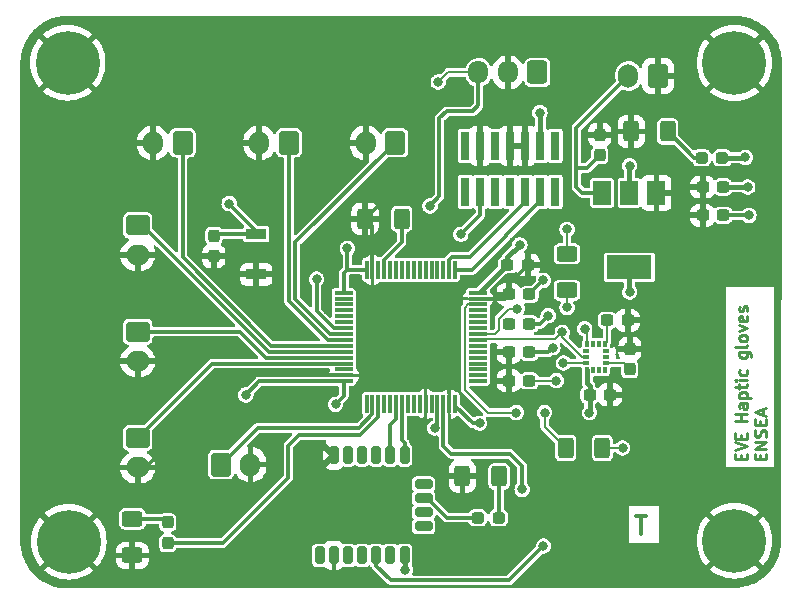
<source format=gbr>
%TF.GenerationSoftware,KiCad,Pcbnew,(7.0.0)*%
%TF.CreationDate,2023-10-25T22:20:09+02:00*%
%TF.ProjectId,ProjetA,50726f6a-6574-4412-9e6b-696361645f70,rev?*%
%TF.SameCoordinates,Original*%
%TF.FileFunction,Copper,L1,Top*%
%TF.FilePolarity,Positive*%
%FSLAX46Y46*%
G04 Gerber Fmt 4.6, Leading zero omitted, Abs format (unit mm)*
G04 Created by KiCad (PCBNEW (7.0.0)) date 2023-10-25 22:20:09*
%MOMM*%
%LPD*%
G01*
G04 APERTURE LIST*
G04 Aperture macros list*
%AMRoundRect*
0 Rectangle with rounded corners*
0 $1 Rounding radius*
0 $2 $3 $4 $5 $6 $7 $8 $9 X,Y pos of 4 corners*
0 Add a 4 corners polygon primitive as box body*
4,1,4,$2,$3,$4,$5,$6,$7,$8,$9,$2,$3,0*
0 Add four circle primitives for the rounded corners*
1,1,$1+$1,$2,$3*
1,1,$1+$1,$4,$5*
1,1,$1+$1,$6,$7*
1,1,$1+$1,$8,$9*
0 Add four rect primitives between the rounded corners*
20,1,$1+$1,$2,$3,$4,$5,0*
20,1,$1+$1,$4,$5,$6,$7,0*
20,1,$1+$1,$6,$7,$8,$9,0*
20,1,$1+$1,$8,$9,$2,$3,0*%
G04 Aperture macros list end*
%ADD10C,0.250000*%
%TA.AperFunction,NonConductor*%
%ADD11C,0.250000*%
%TD*%
%ADD12C,0.300000*%
%TA.AperFunction,NonConductor*%
%ADD13C,0.300000*%
%TD*%
%TA.AperFunction,ComponentPad*%
%ADD14RoundRect,0.250000X0.600000X0.750000X-0.600000X0.750000X-0.600000X-0.750000X0.600000X-0.750000X0*%
%TD*%
%TA.AperFunction,ComponentPad*%
%ADD15O,1.700000X2.000000*%
%TD*%
%TA.AperFunction,SMDPad,CuDef*%
%ADD16RoundRect,0.250000X0.400000X0.625000X-0.400000X0.625000X-0.400000X-0.625000X0.400000X-0.625000X0*%
%TD*%
%TA.AperFunction,SMDPad,CuDef*%
%ADD17RoundRect,0.237500X-0.237500X0.300000X-0.237500X-0.300000X0.237500X-0.300000X0.237500X0.300000X0*%
%TD*%
%TA.AperFunction,SMDPad,CuDef*%
%ADD18RoundRect,0.237500X-0.237500X0.287500X-0.237500X-0.287500X0.237500X-0.287500X0.237500X0.287500X0*%
%TD*%
%TA.AperFunction,ComponentPad*%
%ADD19C,0.800000*%
%TD*%
%TA.AperFunction,ComponentPad*%
%ADD20C,5.400000*%
%TD*%
%TA.AperFunction,SMDPad,CuDef*%
%ADD21RoundRect,0.237500X-0.300000X-0.237500X0.300000X-0.237500X0.300000X0.237500X-0.300000X0.237500X0*%
%TD*%
%TA.AperFunction,SMDPad,CuDef*%
%ADD22RoundRect,0.237500X-0.287500X-0.237500X0.287500X-0.237500X0.287500X0.237500X-0.287500X0.237500X0*%
%TD*%
%TA.AperFunction,SMDPad,CuDef*%
%ADD23RoundRect,0.237500X0.300000X0.237500X-0.300000X0.237500X-0.300000X-0.237500X0.300000X-0.237500X0*%
%TD*%
%TA.AperFunction,SMDPad,CuDef*%
%ADD24RoundRect,0.237500X0.237500X-0.300000X0.237500X0.300000X-0.237500X0.300000X-0.237500X-0.300000X0*%
%TD*%
%TA.AperFunction,ComponentPad*%
%ADD25RoundRect,0.250000X-0.750000X0.600000X-0.750000X-0.600000X0.750000X-0.600000X0.750000X0.600000X0*%
%TD*%
%TA.AperFunction,ComponentPad*%
%ADD26O,2.000000X1.700000*%
%TD*%
%TA.AperFunction,SMDPad,CuDef*%
%ADD27RoundRect,0.075000X-0.700000X-0.075000X0.700000X-0.075000X0.700000X0.075000X-0.700000X0.075000X0*%
%TD*%
%TA.AperFunction,SMDPad,CuDef*%
%ADD28RoundRect,0.075000X-0.075000X-0.700000X0.075000X-0.700000X0.075000X0.700000X-0.075000X0.700000X0*%
%TD*%
%TA.AperFunction,SMDPad,CuDef*%
%ADD29RoundRect,0.087500X0.087500X-0.200000X0.087500X0.200000X-0.087500X0.200000X-0.087500X-0.200000X0*%
%TD*%
%TA.AperFunction,SMDPad,CuDef*%
%ADD30RoundRect,0.087500X0.200000X-0.087500X0.200000X0.087500X-0.200000X0.087500X-0.200000X-0.087500X0*%
%TD*%
%TA.AperFunction,SMDPad,CuDef*%
%ADD31R,0.740000X2.400000*%
%TD*%
%TA.AperFunction,SMDPad,CuDef*%
%ADD32RoundRect,0.200000X0.200000X0.550000X-0.200000X0.550000X-0.200000X-0.550000X0.200000X-0.550000X0*%
%TD*%
%TA.AperFunction,SMDPad,CuDef*%
%ADD33RoundRect,0.200000X0.550000X-0.200000X0.550000X0.200000X-0.550000X0.200000X-0.550000X-0.200000X0*%
%TD*%
%TA.AperFunction,ComponentPad*%
%ADD34RoundRect,0.250000X-0.600000X-0.750000X0.600000X-0.750000X0.600000X0.750000X-0.600000X0.750000X0*%
%TD*%
%TA.AperFunction,SMDPad,CuDef*%
%ADD35RoundRect,0.237500X0.287500X0.237500X-0.287500X0.237500X-0.287500X-0.237500X0.287500X-0.237500X0*%
%TD*%
%TA.AperFunction,SMDPad,CuDef*%
%ADD36RoundRect,0.250000X-0.625000X0.400000X-0.625000X-0.400000X0.625000X-0.400000X0.625000X0.400000X0*%
%TD*%
%TA.AperFunction,SMDPad,CuDef*%
%ADD37R,1.700000X0.900000*%
%TD*%
%TA.AperFunction,ComponentPad*%
%ADD38RoundRect,0.250000X0.600000X0.725000X-0.600000X0.725000X-0.600000X-0.725000X0.600000X-0.725000X0*%
%TD*%
%TA.AperFunction,ComponentPad*%
%ADD39O,1.700000X1.950000*%
%TD*%
%TA.AperFunction,SMDPad,CuDef*%
%ADD40R,1.500000X2.000000*%
%TD*%
%TA.AperFunction,SMDPad,CuDef*%
%ADD41R,3.800000X2.000000*%
%TD*%
%TA.AperFunction,ViaPad*%
%ADD42C,0.600000*%
%TD*%
%TA.AperFunction,ViaPad*%
%ADD43C,0.800000*%
%TD*%
%TA.AperFunction,Conductor*%
%ADD44C,0.300000*%
%TD*%
%TA.AperFunction,Conductor*%
%ADD45C,0.200000*%
%TD*%
%TA.AperFunction,Conductor*%
%ADD46C,0.400000*%
%TD*%
G04 APERTURE END LIST*
D10*
D11*
X143538571Y-85061904D02*
X143538571Y-84728571D01*
X144062380Y-84585714D02*
X144062380Y-85061904D01*
X144062380Y-85061904D02*
X143062380Y-85061904D01*
X143062380Y-85061904D02*
X143062380Y-84585714D01*
X143062380Y-84299999D02*
X144062380Y-83966666D01*
X144062380Y-83966666D02*
X143062380Y-83633333D01*
X143538571Y-83299999D02*
X143538571Y-82966666D01*
X144062380Y-82823809D02*
X144062380Y-83299999D01*
X144062380Y-83299999D02*
X143062380Y-83299999D01*
X143062380Y-83299999D02*
X143062380Y-82823809D01*
X144062380Y-81795237D02*
X143062380Y-81795237D01*
X143538571Y-81795237D02*
X143538571Y-81223809D01*
X144062380Y-81223809D02*
X143062380Y-81223809D01*
X144062380Y-80319047D02*
X143538571Y-80319047D01*
X143538571Y-80319047D02*
X143443333Y-80366666D01*
X143443333Y-80366666D02*
X143395714Y-80461904D01*
X143395714Y-80461904D02*
X143395714Y-80652380D01*
X143395714Y-80652380D02*
X143443333Y-80747618D01*
X144014761Y-80319047D02*
X144062380Y-80414285D01*
X144062380Y-80414285D02*
X144062380Y-80652380D01*
X144062380Y-80652380D02*
X144014761Y-80747618D01*
X144014761Y-80747618D02*
X143919523Y-80795237D01*
X143919523Y-80795237D02*
X143824285Y-80795237D01*
X143824285Y-80795237D02*
X143729047Y-80747618D01*
X143729047Y-80747618D02*
X143681428Y-80652380D01*
X143681428Y-80652380D02*
X143681428Y-80414285D01*
X143681428Y-80414285D02*
X143633809Y-80319047D01*
X143395714Y-79842856D02*
X144395714Y-79842856D01*
X143443333Y-79842856D02*
X143395714Y-79747618D01*
X143395714Y-79747618D02*
X143395714Y-79557142D01*
X143395714Y-79557142D02*
X143443333Y-79461904D01*
X143443333Y-79461904D02*
X143490952Y-79414285D01*
X143490952Y-79414285D02*
X143586190Y-79366666D01*
X143586190Y-79366666D02*
X143871904Y-79366666D01*
X143871904Y-79366666D02*
X143967142Y-79414285D01*
X143967142Y-79414285D02*
X144014761Y-79461904D01*
X144014761Y-79461904D02*
X144062380Y-79557142D01*
X144062380Y-79557142D02*
X144062380Y-79747618D01*
X144062380Y-79747618D02*
X144014761Y-79842856D01*
X143395714Y-79080951D02*
X143395714Y-78699999D01*
X143062380Y-78938094D02*
X143919523Y-78938094D01*
X143919523Y-78938094D02*
X144014761Y-78890475D01*
X144014761Y-78890475D02*
X144062380Y-78795237D01*
X144062380Y-78795237D02*
X144062380Y-78699999D01*
X144062380Y-78366665D02*
X143395714Y-78366665D01*
X143062380Y-78366665D02*
X143110000Y-78414284D01*
X143110000Y-78414284D02*
X143157619Y-78366665D01*
X143157619Y-78366665D02*
X143110000Y-78319046D01*
X143110000Y-78319046D02*
X143062380Y-78366665D01*
X143062380Y-78366665D02*
X143157619Y-78366665D01*
X144014761Y-77461904D02*
X144062380Y-77557142D01*
X144062380Y-77557142D02*
X144062380Y-77747618D01*
X144062380Y-77747618D02*
X144014761Y-77842856D01*
X144014761Y-77842856D02*
X143967142Y-77890475D01*
X143967142Y-77890475D02*
X143871904Y-77938094D01*
X143871904Y-77938094D02*
X143586190Y-77938094D01*
X143586190Y-77938094D02*
X143490952Y-77890475D01*
X143490952Y-77890475D02*
X143443333Y-77842856D01*
X143443333Y-77842856D02*
X143395714Y-77747618D01*
X143395714Y-77747618D02*
X143395714Y-77557142D01*
X143395714Y-77557142D02*
X143443333Y-77461904D01*
X143395714Y-76004761D02*
X144205238Y-76004761D01*
X144205238Y-76004761D02*
X144300476Y-76052380D01*
X144300476Y-76052380D02*
X144348095Y-76099999D01*
X144348095Y-76099999D02*
X144395714Y-76195237D01*
X144395714Y-76195237D02*
X144395714Y-76338094D01*
X144395714Y-76338094D02*
X144348095Y-76433332D01*
X144014761Y-76004761D02*
X144062380Y-76099999D01*
X144062380Y-76099999D02*
X144062380Y-76290475D01*
X144062380Y-76290475D02*
X144014761Y-76385713D01*
X144014761Y-76385713D02*
X143967142Y-76433332D01*
X143967142Y-76433332D02*
X143871904Y-76480951D01*
X143871904Y-76480951D02*
X143586190Y-76480951D01*
X143586190Y-76480951D02*
X143490952Y-76433332D01*
X143490952Y-76433332D02*
X143443333Y-76385713D01*
X143443333Y-76385713D02*
X143395714Y-76290475D01*
X143395714Y-76290475D02*
X143395714Y-76099999D01*
X143395714Y-76099999D02*
X143443333Y-76004761D01*
X144062380Y-75385713D02*
X144014761Y-75480951D01*
X144014761Y-75480951D02*
X143919523Y-75528570D01*
X143919523Y-75528570D02*
X143062380Y-75528570D01*
X144062380Y-74861903D02*
X144014761Y-74957141D01*
X144014761Y-74957141D02*
X143967142Y-75004760D01*
X143967142Y-75004760D02*
X143871904Y-75052379D01*
X143871904Y-75052379D02*
X143586190Y-75052379D01*
X143586190Y-75052379D02*
X143490952Y-75004760D01*
X143490952Y-75004760D02*
X143443333Y-74957141D01*
X143443333Y-74957141D02*
X143395714Y-74861903D01*
X143395714Y-74861903D02*
X143395714Y-74719046D01*
X143395714Y-74719046D02*
X143443333Y-74623808D01*
X143443333Y-74623808D02*
X143490952Y-74576189D01*
X143490952Y-74576189D02*
X143586190Y-74528570D01*
X143586190Y-74528570D02*
X143871904Y-74528570D01*
X143871904Y-74528570D02*
X143967142Y-74576189D01*
X143967142Y-74576189D02*
X144014761Y-74623808D01*
X144014761Y-74623808D02*
X144062380Y-74719046D01*
X144062380Y-74719046D02*
X144062380Y-74861903D01*
X143395714Y-74195236D02*
X144062380Y-73957141D01*
X144062380Y-73957141D02*
X143395714Y-73719046D01*
X144014761Y-72957141D02*
X144062380Y-73052379D01*
X144062380Y-73052379D02*
X144062380Y-73242855D01*
X144062380Y-73242855D02*
X144014761Y-73338093D01*
X144014761Y-73338093D02*
X143919523Y-73385712D01*
X143919523Y-73385712D02*
X143538571Y-73385712D01*
X143538571Y-73385712D02*
X143443333Y-73338093D01*
X143443333Y-73338093D02*
X143395714Y-73242855D01*
X143395714Y-73242855D02*
X143395714Y-73052379D01*
X143395714Y-73052379D02*
X143443333Y-72957141D01*
X143443333Y-72957141D02*
X143538571Y-72909522D01*
X143538571Y-72909522D02*
X143633809Y-72909522D01*
X143633809Y-72909522D02*
X143729047Y-73385712D01*
X144014761Y-72528569D02*
X144062380Y-72433331D01*
X144062380Y-72433331D02*
X144062380Y-72242855D01*
X144062380Y-72242855D02*
X144014761Y-72147617D01*
X144014761Y-72147617D02*
X143919523Y-72099998D01*
X143919523Y-72099998D02*
X143871904Y-72099998D01*
X143871904Y-72099998D02*
X143776666Y-72147617D01*
X143776666Y-72147617D02*
X143729047Y-72242855D01*
X143729047Y-72242855D02*
X143729047Y-72385712D01*
X143729047Y-72385712D02*
X143681428Y-72480950D01*
X143681428Y-72480950D02*
X143586190Y-72528569D01*
X143586190Y-72528569D02*
X143538571Y-72528569D01*
X143538571Y-72528569D02*
X143443333Y-72480950D01*
X143443333Y-72480950D02*
X143395714Y-72385712D01*
X143395714Y-72385712D02*
X143395714Y-72242855D01*
X143395714Y-72242855D02*
X143443333Y-72147617D01*
X145158571Y-85061904D02*
X145158571Y-84728571D01*
X145682380Y-84585714D02*
X145682380Y-85061904D01*
X145682380Y-85061904D02*
X144682380Y-85061904D01*
X144682380Y-85061904D02*
X144682380Y-84585714D01*
X145682380Y-84157142D02*
X144682380Y-84157142D01*
X144682380Y-84157142D02*
X145682380Y-83585714D01*
X145682380Y-83585714D02*
X144682380Y-83585714D01*
X145634761Y-83157142D02*
X145682380Y-83014285D01*
X145682380Y-83014285D02*
X145682380Y-82776190D01*
X145682380Y-82776190D02*
X145634761Y-82680952D01*
X145634761Y-82680952D02*
X145587142Y-82633333D01*
X145587142Y-82633333D02*
X145491904Y-82585714D01*
X145491904Y-82585714D02*
X145396666Y-82585714D01*
X145396666Y-82585714D02*
X145301428Y-82633333D01*
X145301428Y-82633333D02*
X145253809Y-82680952D01*
X145253809Y-82680952D02*
X145206190Y-82776190D01*
X145206190Y-82776190D02*
X145158571Y-82966666D01*
X145158571Y-82966666D02*
X145110952Y-83061904D01*
X145110952Y-83061904D02*
X145063333Y-83109523D01*
X145063333Y-83109523D02*
X144968095Y-83157142D01*
X144968095Y-83157142D02*
X144872857Y-83157142D01*
X144872857Y-83157142D02*
X144777619Y-83109523D01*
X144777619Y-83109523D02*
X144730000Y-83061904D01*
X144730000Y-83061904D02*
X144682380Y-82966666D01*
X144682380Y-82966666D02*
X144682380Y-82728571D01*
X144682380Y-82728571D02*
X144730000Y-82585714D01*
X145158571Y-82157142D02*
X145158571Y-81823809D01*
X145682380Y-81680952D02*
X145682380Y-82157142D01*
X145682380Y-82157142D02*
X144682380Y-82157142D01*
X144682380Y-82157142D02*
X144682380Y-81680952D01*
X145396666Y-81299999D02*
X145396666Y-80823809D01*
X145682380Y-81395237D02*
X144682380Y-81061904D01*
X144682380Y-81061904D02*
X145682380Y-80728571D01*
D12*
D13*
X134642857Y-89873571D02*
X135500000Y-89873571D01*
X135071428Y-91373571D02*
X135071428Y-89873571D01*
D14*
%TO.P,J11,1,Pin_1*%
%TO.N,/Palm*%
X105250000Y-58250000D03*
D15*
%TO.P,J11,2,Pin_2*%
%TO.N,GND*%
X102749999Y-58249999D03*
%TD*%
D16*
%TO.P,R1,1*%
%TO.N,Net-(D1-K)*%
X137325000Y-57300000D03*
%TO.P,R1,2*%
%TO.N,GND*%
X134225000Y-57300000D03*
%TD*%
D14*
%TO.P,J10,1,Pin_1*%
%TO.N,/Thumb*%
X96250000Y-58250000D03*
D15*
%TO.P,J10,2,Pin_2*%
%TO.N,GND*%
X93749999Y-58249999D03*
%TD*%
D17*
%TO.P,C3,1*%
%TO.N,/NRST*%
X98900000Y-66137500D03*
%TO.P,C3,2*%
%TO.N,GND*%
X98900000Y-67862500D03*
%TD*%
D16*
%TO.P,R6,1*%
%TO.N,Net-(D3-K)*%
X123050000Y-86500000D03*
%TO.P,R6,2*%
%TO.N,GND*%
X119950000Y-86500000D03*
%TD*%
D18*
%TO.P,D2,1,K*%
%TO.N,Net-(D2-K)*%
X95000000Y-90400000D03*
%TO.P,D2,2,A*%
%TO.N,/Test_LED*%
X95000000Y-92150000D03*
%TD*%
D19*
%TO.P,H4,1,1*%
%TO.N,GND*%
X84593109Y-92031891D03*
X85186218Y-90600000D03*
X85186218Y-93463782D03*
X86618109Y-90006891D03*
D20*
X86618109Y-92031891D03*
D19*
X86618109Y-94056891D03*
X88050000Y-90600000D03*
X88050000Y-93463782D03*
X88643109Y-92031891D03*
%TD*%
D21*
%TO.P,C9,1*%
%TO.N,+3.3V*%
X123737500Y-68600000D03*
%TO.P,C9,2*%
%TO.N,GND*%
X125462500Y-68600000D03*
%TD*%
D19*
%TO.P,H2,1,1*%
%TO.N,GND*%
X140950000Y-51500000D03*
X141543109Y-50068109D03*
X141543109Y-52931891D03*
X142975000Y-49475000D03*
D20*
X142975000Y-51500000D03*
D19*
X142975000Y-53525000D03*
X144406891Y-50068109D03*
X144406891Y-52931891D03*
X145000000Y-51500000D03*
%TD*%
D14*
%TO.P,J12,1,Pin_1*%
%TO.N,/Back Hand*%
X114250000Y-58250000D03*
D15*
%TO.P,J12,2,Pin_2*%
%TO.N,GND*%
X111749999Y-58249999D03*
%TD*%
D22*
%TO.P,D1,1,K*%
%TO.N,Net-(D1-K)*%
X140200000Y-59512500D03*
%TO.P,D1,2,A*%
%TO.N,+3.3V*%
X141950000Y-59512500D03*
%TD*%
D21*
%TO.P,C11,1*%
%TO.N,+3.3V*%
X132200000Y-73300000D03*
%TO.P,C11,2*%
%TO.N,GND*%
X133925000Y-73300000D03*
%TD*%
D23*
%TO.P,C8,1*%
%TO.N,+3.3V*%
X125600000Y-71100000D03*
%TO.P,C8,2*%
%TO.N,GND*%
X123875000Y-71100000D03*
%TD*%
D24*
%TO.P,C12,1*%
%TO.N,+3.3V*%
X134125000Y-77425000D03*
%TO.P,C12,2*%
%TO.N,GND*%
X134125000Y-75700000D03*
%TD*%
D21*
%TO.P,C10,1*%
%TO.N,+3.3V*%
X130725000Y-79600000D03*
%TO.P,C10,2*%
%TO.N,GND*%
X132450000Y-79600000D03*
%TD*%
D19*
%TO.P,H1,1,1*%
%TO.N,GND*%
X84493109Y-51481891D03*
X85086218Y-50050000D03*
X85086218Y-52913782D03*
X86518109Y-49456891D03*
D20*
X86518109Y-51481891D03*
D19*
X86518109Y-53506891D03*
X87950000Y-50050000D03*
X87950000Y-52913782D03*
X88543109Y-51481891D03*
%TD*%
D17*
%TO.P,C1,1*%
%TO.N,GND*%
X131575000Y-57575000D03*
%TO.P,C1,2*%
%TO.N,VCC*%
X131575000Y-59300000D03*
%TD*%
D25*
%TO.P,J9,1,Pin_1*%
%TO.N,/Little Finger*%
X92450000Y-65250000D03*
D26*
%TO.P,J9,2,Pin_2*%
%TO.N,GND*%
X92449999Y-67749999D03*
%TD*%
D21*
%TO.P,C2,1*%
%TO.N,GND*%
X140275000Y-62000000D03*
%TO.P,C2,2*%
%TO.N,+3.3V*%
X142000000Y-62000000D03*
%TD*%
D23*
%TO.P,C4,1*%
%TO.N,+3.3V*%
X142000000Y-64400000D03*
%TO.P,C4,2*%
%TO.N,GND*%
X140275000Y-64400000D03*
%TD*%
D27*
%TO.P,U2,1,VBAT*%
%TO.N,+3.3V*%
X109905000Y-70950000D03*
%TO.P,U2,2,PC13*%
%TO.N,unconnected-(U2-PC13-Pad2)*%
X109905000Y-71450000D03*
%TO.P,U2,3,PC14*%
%TO.N,unconnected-(U2-PC14-Pad3)*%
X109905000Y-71950000D03*
%TO.P,U2,4,PC15*%
%TO.N,unconnected-(U2-PC15-Pad4)*%
X109905000Y-72450000D03*
%TO.P,U2,5,PF0*%
%TO.N,unconnected-(U2-PF0-Pad5)*%
X109905000Y-72950000D03*
%TO.P,U2,6,PF1*%
%TO.N,unconnected-(U2-PF1-Pad6)*%
X109905000Y-73450000D03*
%TO.P,U2,7,PG10*%
%TO.N,/NRST*%
X109905000Y-73950000D03*
%TO.P,U2,8,PC0*%
%TO.N,/Back Hand*%
X109905000Y-74450000D03*
%TO.P,U2,9,PC1*%
%TO.N,/Palm*%
X109905000Y-74950000D03*
%TO.P,U2,10,PC2*%
%TO.N,/Thumb*%
X109905000Y-75450000D03*
%TO.P,U2,11,PC3*%
%TO.N,/Little Finger*%
X109905000Y-75950000D03*
%TO.P,U2,12,PA0*%
%TO.N,/Midle Fingle*%
X109905000Y-76450000D03*
%TO.P,U2,13,PA1*%
%TO.N,/Ring Finger*%
X109905000Y-76950000D03*
%TO.P,U2,14,PA2*%
%TO.N,unconnected-(U2-PA2-Pad14)*%
X109905000Y-77450000D03*
%TO.P,U2,15,VSS*%
%TO.N,GND*%
X109905000Y-77950000D03*
%TO.P,U2,16,VDD*%
%TO.N,+3.3V*%
X109905000Y-78450000D03*
D28*
%TO.P,U2,17,PA3*%
%TO.N,unconnected-(U2-PA3-Pad17)*%
X111830000Y-80375000D03*
%TO.P,U2,18,PA4*%
%TO.N,/Index Finger*%
X112330000Y-80375000D03*
%TO.P,U2,19,PA5*%
%TO.N,/Test_LED*%
X112830000Y-80375000D03*
%TO.P,U2,20,PA6*%
%TO.N,unconnected-(U2-PA6-Pad20)*%
X113330000Y-80375000D03*
%TO.P,U2,21,PA7*%
%TO.N,/Boot*%
X113830000Y-80375000D03*
%TO.P,U2,22,PC4*%
%TO.N,/USART1_TX*%
X114330000Y-80375000D03*
%TO.P,U2,23,PC5*%
%TO.N,/USART1_RX*%
X114830000Y-80375000D03*
%TO.P,U2,24,PB0*%
%TO.N,unconnected-(U2-PB0-Pad24)*%
X115330000Y-80375000D03*
%TO.P,U2,25,PB1*%
%TO.N,unconnected-(U2-PB1-Pad25)*%
X115830000Y-80375000D03*
%TO.P,U2,26,PB2*%
%TO.N,unconnected-(U2-PB2-Pad26)*%
X116330000Y-80375000D03*
%TO.P,U2,27,VSSA*%
%TO.N,GND*%
X116830000Y-80375000D03*
%TO.P,U2,28,VREF+*%
%TO.N,unconnected-(U2-VREF+-Pad28)*%
X117330000Y-80375000D03*
%TO.P,U2,29,VDDA*%
%TO.N,+3.3V*%
X117830000Y-80375000D03*
%TO.P,U2,30,PB10*%
%TO.N,/Reset*%
X118330000Y-80375000D03*
%TO.P,U2,31,VSS*%
%TO.N,GND*%
X118830000Y-80375000D03*
%TO.P,U2,32,VDD*%
%TO.N,+3.3V*%
X119330000Y-80375000D03*
D27*
%TO.P,U2,33,PB11*%
%TO.N,unconnected-(U2-PB11-Pad33)*%
X121255000Y-78450000D03*
%TO.P,U2,34,PB12*%
%TO.N,unconnected-(U2-PB12-Pad34)*%
X121255000Y-77950000D03*
%TO.P,U2,35,PB13*%
%TO.N,unconnected-(U2-PB13-Pad35)*%
X121255000Y-77450000D03*
%TO.P,U2,36,PB14*%
%TO.N,unconnected-(U2-PB14-Pad36)*%
X121255000Y-76950000D03*
%TO.P,U2,37,PB15*%
%TO.N,unconnected-(U2-PB15-Pad37)*%
X121255000Y-76450000D03*
%TO.P,U2,38,PC6*%
%TO.N,unconnected-(U2-PC6-Pad38)*%
X121255000Y-75950000D03*
%TO.P,U2,39,PC7*%
%TO.N,unconnected-(U2-PC7-Pad39)*%
X121255000Y-75450000D03*
%TO.P,U2,40,PC8*%
%TO.N,/I2C1_SCL*%
X121255000Y-74950000D03*
%TO.P,U2,41,PC9*%
%TO.N,/I2C1_SDA*%
X121255000Y-74450000D03*
%TO.P,U2,42,PA8*%
%TO.N,/OP_mode*%
X121255000Y-73950000D03*
%TO.P,U2,43,PA9*%
%TO.N,/Wake_Up*%
X121255000Y-73450000D03*
%TO.P,U2,44,PA10*%
%TO.N,unconnected-(U2-PA10-Pad44)*%
X121255000Y-72950000D03*
%TO.P,U2,45,PA11*%
%TO.N,unconnected-(U2-PA11-Pad45)*%
X121255000Y-72450000D03*
%TO.P,U2,46,PA12*%
%TO.N,/MyoWare*%
X121255000Y-71950000D03*
%TO.P,U2,47,VSS*%
%TO.N,GND*%
X121255000Y-71450000D03*
%TO.P,U2,48,VDD*%
%TO.N,+3.3V*%
X121255000Y-70950000D03*
D28*
%TO.P,U2,49,PA13*%
%TO.N,/SYS_JTMS-SWDIO*%
X119330000Y-69025000D03*
%TO.P,U2,50,PA14*%
%TO.N,/SYS_JTCK-SWCLK*%
X118830000Y-69025000D03*
%TO.P,U2,51,PA15*%
%TO.N,unconnected-(U2-PA15-Pad51)*%
X118330000Y-69025000D03*
%TO.P,U2,52,PC10*%
%TO.N,unconnected-(U2-PC10-Pad52)*%
X117830000Y-69025000D03*
%TO.P,U2,53,PC11*%
%TO.N,unconnected-(U2-PC11-Pad53)*%
X117330000Y-69025000D03*
%TO.P,U2,54,PC12*%
%TO.N,unconnected-(U2-PC12-Pad54)*%
X116830000Y-69025000D03*
%TO.P,U2,55,PD2*%
%TO.N,unconnected-(U2-PD2-Pad55)*%
X116330000Y-69025000D03*
%TO.P,U2,56,PB3*%
%TO.N,unconnected-(U2-PB3-Pad56)*%
X115830000Y-69025000D03*
%TO.P,U2,57,PB4*%
%TO.N,unconnected-(U2-PB4-Pad57)*%
X115330000Y-69025000D03*
%TO.P,U2,58,PB5*%
%TO.N,unconnected-(U2-PB5-Pad58)*%
X114830000Y-69025000D03*
%TO.P,U2,59,PB6*%
%TO.N,unconnected-(U2-PB6-Pad59)*%
X114330000Y-69025000D03*
%TO.P,U2,60,PB7*%
%TO.N,unconnected-(U2-PB7-Pad60)*%
X113830000Y-69025000D03*
%TO.P,U2,61,PB8*%
%TO.N,/BOOT0*%
X113330000Y-69025000D03*
%TO.P,U2,62,PB9*%
%TO.N,unconnected-(U2-PB9-Pad62)*%
X112830000Y-69025000D03*
%TO.P,U2,63,VSS*%
%TO.N,GND*%
X112330000Y-69025000D03*
%TO.P,U2,64,VDD*%
%TO.N,+3.3V*%
X111830000Y-69025000D03*
%TD*%
D29*
%TO.P,U4,1,SAO*%
%TO.N,+3.3V*%
X130525000Y-77500000D03*
%TO.P,U4,2,RSVD*%
X131025000Y-77500000D03*
%TO.P,U4,3,RSVD*%
X131525000Y-77500000D03*
%TO.P,U4,4,INT_0*%
%TO.N,unconnected-(U4-INT_0-Pad4)*%
X132025000Y-77500000D03*
D30*
%TO.P,U4,5,VDD_IO*%
%TO.N,+3.3V*%
X132125000Y-76900000D03*
%TO.P,U4,6,GND*%
%TO.N,GND*%
X132125000Y-76400000D03*
%TO.P,U4,7,GND*%
X132125000Y-75900000D03*
D29*
%TO.P,U4,8,VDD*%
%TO.N,+3.3V*%
X132025000Y-75300000D03*
%TO.P,U4,9,INT_1*%
%TO.N,unconnected-(U4-INT_1-Pad9)*%
X131525000Y-75300000D03*
%TO.P,U4,10,RSVD*%
%TO.N,unconnected-(U4-RSVD-Pad10)*%
X131025000Y-75300000D03*
%TO.P,U4,11,RSVD*%
%TO.N,+3.3V*%
X130525000Y-75300000D03*
D30*
%TO.P,U4,12,CS*%
X130425000Y-75900000D03*
%TO.P,U4,13,SCL*%
%TO.N,/I2C1_SCL*%
X130425000Y-76400000D03*
%TO.P,U4,14,SDA*%
%TO.N,/I2C1_SDA*%
X130425000Y-76900000D03*
%TD*%
D31*
%TO.P,J5,1,NC*%
%TO.N,unconnected-(J5-NC-Pad1)*%
X127809999Y-58499999D03*
%TO.P,J5,2,NC*%
%TO.N,unconnected-(J5-NC-Pad2)*%
X127809999Y-62399999D03*
%TO.P,J5,3,VCC*%
%TO.N,+3.3V*%
X126539999Y-58499999D03*
%TO.P,J5,4,JTMS/SWDIO*%
%TO.N,/SYS_JTMS-SWDIO*%
X126539999Y-62399999D03*
%TO.P,J5,5,GND*%
%TO.N,GND*%
X125269999Y-58499999D03*
%TO.P,J5,6,JCLK/SWCLK*%
%TO.N,/SYS_JTCK-SWCLK*%
X125269999Y-62399999D03*
%TO.P,J5,7,GND*%
%TO.N,GND*%
X123999999Y-58499999D03*
%TO.P,J5,8,JTDO/SWO*%
%TO.N,unconnected-(J5-JTDO{slash}SWO-Pad8)*%
X123999999Y-62399999D03*
%TO.P,J5,9,JRCLK/NC*%
%TO.N,unconnected-(J5-JRCLK{slash}NC-Pad9)*%
X122729999Y-58499999D03*
%TO.P,J5,10,JTDI/NC*%
%TO.N,unconnected-(J5-JTDI{slash}NC-Pad10)*%
X122729999Y-62399999D03*
%TO.P,J5,11,GNDDetect*%
%TO.N,GND*%
X121459999Y-58499999D03*
%TO.P,J5,12,~{RST}*%
%TO.N,/NRST*%
X121459999Y-62399999D03*
%TO.P,J5,13,VCP_RX*%
%TO.N,unconnected-(J5-VCP_RX-Pad13)*%
X120189999Y-58499999D03*
%TO.P,J5,14,VCP_TX*%
%TO.N,unconnected-(J5-VCP_TX-Pad14)*%
X120189999Y-62399999D03*
%TD*%
D16*
%TO.P,R2,1*%
%TO.N,/BOOT0*%
X114800000Y-64700000D03*
%TO.P,R2,2*%
%TO.N,GND*%
X111700000Y-64700000D03*
%TD*%
D32*
%TO.P,U3,1,RESERVED*%
%TO.N,unconnected-(U3-RESERVED-Pad1)*%
X107850000Y-93187500D03*
%TO.P,U3,2,GND*%
%TO.N,GND*%
X109050000Y-93187500D03*
%TO.P,U3,3,SWDCLK*%
%TO.N,unconnected-(U3-SWDCLK-Pad3)*%
X110250000Y-93187500D03*
%TO.P,U3,4,SWDIO*%
%TO.N,unconnected-(U3-SWDIO-Pad4)*%
X111450000Y-93187500D03*
%TO.P,U3,5,RESET*%
%TO.N,/Reset*%
X112650000Y-93187500D03*
%TO.P,U3,6,BOOT*%
%TO.N,unconnected-(U3-BOOT-Pad6)*%
X113850000Y-93187500D03*
%TO.P,U3,7,VDD*%
%TO.N,+3.3V*%
X115050000Y-93187500D03*
D33*
%TO.P,U3,8*%
%TO.N,N/C*%
X116650000Y-90737500D03*
%TO.P,U3,9*%
X116650000Y-89537500D03*
%TO.P,U3,10,LED_1*%
%TO.N,/LED1*%
X116650000Y-88337500D03*
%TO.P,U3,11,BUSY*%
%TO.N,unconnected-(U3-BUSY-Pad11)*%
X116650000Y-87137500D03*
D32*
%TO.P,U3,12,UTXD*%
%TO.N,/USART1_RX*%
X115050000Y-84687500D03*
%TO.P,U3,13,URXD*%
%TO.N,/USART1_TX*%
X113850000Y-84687500D03*
%TO.P,U3,14,/RTS*%
%TO.N,unconnected-(U3-{slash}RTS-Pad14)*%
X112650000Y-84687500D03*
%TO.P,U3,15,/CTS*%
%TO.N,unconnected-(U3-{slash}CTS-Pad15)*%
X111450000Y-84687500D03*
%TO.P,U3,16,WAKE_UP*%
%TO.N,unconnected-(U3-WAKE_UP-Pad16)*%
X110250000Y-84687500D03*
%TO.P,U3,17,GND*%
%TO.N,GND*%
X109050000Y-84687500D03*
%TD*%
D14*
%TO.P,J4,1,Pin_1*%
%TO.N,GND*%
X136500000Y-52600000D03*
D15*
%TO.P,J4,2,Pin_2*%
%TO.N,VCC*%
X133999999Y-52599999D03*
%TD*%
D34*
%TO.P,J6,1,Pin_1*%
%TO.N,/Index Finger*%
X99500000Y-85500000D03*
D15*
%TO.P,J6,2,Pin_2*%
%TO.N,GND*%
X101999999Y-85499999D03*
%TD*%
D25*
%TO.P,J7,1,Pin_1*%
%TO.N,/Ring Finger*%
X92450000Y-83250000D03*
D26*
%TO.P,J7,2,Pin_2*%
%TO.N,GND*%
X92449999Y-85749999D03*
%TD*%
D19*
%TO.P,H3,1,1*%
%TO.N,GND*%
X140950000Y-91950000D03*
X141543109Y-90518109D03*
X141543109Y-93381891D03*
X142975000Y-89925000D03*
D20*
X142975000Y-91950000D03*
D19*
X142975000Y-93975000D03*
X144406891Y-90518109D03*
X144406891Y-93381891D03*
X145000000Y-91950000D03*
%TD*%
D35*
%TO.P,D3,1,K*%
%TO.N,Net-(D3-K)*%
X123000000Y-90000000D03*
%TO.P,D3,2,A*%
%TO.N,/LED1*%
X121250000Y-90000000D03*
%TD*%
D36*
%TO.P,R3,1*%
%TO.N,Net-(D2-K)*%
X92000000Y-90100000D03*
%TO.P,R3,2*%
%TO.N,GND*%
X92000000Y-93200000D03*
%TD*%
D16*
%TO.P,R5,1*%
%TO.N,+3.3V*%
X131800000Y-84100000D03*
%TO.P,R5,2*%
%TO.N,/I2C1_SDA*%
X128700000Y-84100000D03*
%TD*%
D23*
%TO.P,C7,1*%
%TO.N,+3.3V*%
X125600000Y-73600000D03*
%TO.P,C7,2*%
%TO.N,GND*%
X123875000Y-73600000D03*
%TD*%
%TO.P,C6,1*%
%TO.N,+3.3V*%
X125600000Y-76000000D03*
%TO.P,C6,2*%
%TO.N,GND*%
X123875000Y-76000000D03*
%TD*%
D36*
%TO.P,R4,1*%
%TO.N,+3.3V*%
X128800000Y-67650000D03*
%TO.P,R4,2*%
%TO.N,/I2C1_SCL*%
X128800000Y-70750000D03*
%TD*%
D37*
%TO.P,SW1,1,1*%
%TO.N,GND*%
X102499999Y-69399999D03*
%TO.P,SW1,2,2*%
%TO.N,/NRST*%
X102499999Y-65999999D03*
%TD*%
D38*
%TO.P,J2,1,Pin_1*%
%TO.N,+3.3V*%
X126300000Y-52300000D03*
D39*
%TO.P,J2,2,Pin_2*%
%TO.N,GND*%
X123799999Y-52299999D03*
%TO.P,J2,3,Pin_3*%
%TO.N,/MyoWare*%
X121299999Y-52299999D03*
%TD*%
D25*
%TO.P,J8,1,Pin_1*%
%TO.N,/Midle Fingle*%
X92450000Y-74250000D03*
D26*
%TO.P,J8,2,Pin_2*%
%TO.N,GND*%
X92449999Y-76749999D03*
%TD*%
D40*
%TO.P,U1,1,GND*%
%TO.N,GND*%
X136374999Y-62499999D03*
%TO.P,U1,2,VO*%
%TO.N,+3.3V*%
X134074999Y-62499999D03*
D41*
X134074999Y-68799999D03*
D40*
%TO.P,U1,3,VI*%
%TO.N,VCC*%
X131774999Y-62499999D03*
%TD*%
D23*
%TO.P,C5,1*%
%TO.N,+3.3V*%
X125600000Y-78400000D03*
%TO.P,C5,2*%
%TO.N,GND*%
X123875000Y-78400000D03*
%TD*%
D42*
%TO.N,GND*%
X106700000Y-71300000D03*
X130300000Y-59500000D03*
X121950000Y-65250000D03*
X108500000Y-72500000D03*
X99900000Y-73500000D03*
X109050000Y-95100000D03*
X119400000Y-83300000D03*
X116350000Y-83200000D03*
X120000000Y-88350000D03*
X99550000Y-77950000D03*
X100600000Y-65100000D03*
X95600000Y-66850000D03*
D43*
X115800000Y-61600000D03*
X112330000Y-66900000D03*
D42*
X107200000Y-74700000D03*
X132350000Y-56000000D03*
X106050000Y-65300000D03*
X101850000Y-76150000D03*
D43*
%TO.N,+3.3V*%
X109200000Y-80400000D03*
X117600000Y-82400000D03*
X126500000Y-55700000D03*
X130300000Y-74000000D03*
X134100000Y-70900000D03*
X101600000Y-79600000D03*
X134100000Y-60200000D03*
X127200000Y-72900000D03*
X124800000Y-66900000D03*
X110200000Y-67199500D03*
X127599500Y-75600000D03*
X128800000Y-65600000D03*
X144200000Y-64400000D03*
X127900000Y-78400000D03*
X143900000Y-59500000D03*
X144100000Y-62000000D03*
X126800000Y-69900000D03*
X121400000Y-82000000D03*
X133500000Y-84100000D03*
X115100000Y-94400500D03*
X130700000Y-81100000D03*
%TO.N,/NRST*%
X107600000Y-69800000D03*
X119800000Y-66000000D03*
X100200000Y-63400000D03*
%TO.N,/MyoWare*%
X117200000Y-63600000D03*
X117900000Y-53100000D03*
X124500000Y-81100000D03*
%TO.N,/Reset*%
X125000000Y-87600000D03*
X126800000Y-92400000D03*
%TO.N,/I2C1_SCL*%
X128800000Y-72200000D03*
X128400000Y-74300000D03*
%TO.N,/I2C1_SDA*%
X126900000Y-81100000D03*
X128500000Y-76900000D03*
X124600000Y-72300000D03*
%TD*%
D44*
%TO.N,GND*%
X123525000Y-71450000D02*
X123875000Y-71100000D01*
D45*
X116350000Y-81900000D02*
X116350000Y-83200000D01*
D44*
X121255000Y-71450000D02*
X123525000Y-71450000D01*
X123875000Y-70187500D02*
X125462500Y-68600000D01*
D45*
X119950000Y-88300000D02*
X120000000Y-88350000D01*
D44*
X100957106Y-77950000D02*
X93157106Y-85750000D01*
X109905000Y-77950000D02*
X100957106Y-77950000D01*
D45*
X116830000Y-80375000D02*
X116830000Y-81420000D01*
D44*
X93157106Y-85750000D02*
X92450000Y-85750000D01*
X112330000Y-65330000D02*
X111700000Y-64700000D01*
X109050000Y-93187500D02*
X109050000Y-95100000D01*
X109200000Y-93337500D02*
X109050000Y-93187500D01*
X114800000Y-61600000D02*
X115800000Y-61600000D01*
X111700000Y-64700000D02*
X114800000Y-61600000D01*
X123875000Y-71100000D02*
X123875000Y-70187500D01*
D45*
X116830000Y-81420000D02*
X116350000Y-81900000D01*
D44*
X112330000Y-66900000D02*
X112330000Y-65330000D01*
D45*
X118830000Y-80375000D02*
X118830000Y-82730000D01*
X118830000Y-82730000D02*
X119400000Y-83300000D01*
X119950000Y-86500000D02*
X119950000Y-88300000D01*
D44*
X112330000Y-69025000D02*
X112330000Y-66900000D01*
%TO.N,VCC*%
X129600000Y-60400000D02*
X129600000Y-62000000D01*
X134000000Y-52600000D02*
X129600000Y-57000000D01*
X130475000Y-60400000D02*
X129600000Y-60400000D01*
X129600000Y-62000000D02*
X130100000Y-62500000D01*
X131575000Y-59300000D02*
X130475000Y-60400000D01*
X130100000Y-62500000D02*
X131775000Y-62500000D01*
X129600000Y-57000000D02*
X129600000Y-60400000D01*
%TO.N,+3.3V*%
X109905000Y-78450000D02*
X102750000Y-78450000D01*
D45*
X128800000Y-67650000D02*
X128800000Y-65600000D01*
D44*
X120800000Y-82000000D02*
X119400000Y-80600000D01*
X125600000Y-73600000D02*
X126500000Y-73600000D01*
D46*
X123737500Y-67962500D02*
X123737500Y-68600000D01*
D45*
X133600000Y-76900000D02*
X134125000Y-77425000D01*
D44*
X127199500Y-76000000D02*
X125600000Y-76000000D01*
X117830000Y-82170000D02*
X117830000Y-80375000D01*
D45*
X132200000Y-73300000D02*
X132200000Y-75125000D01*
D46*
X126500000Y-55700000D02*
X126540000Y-55740000D01*
X134100000Y-60200000D02*
X134075000Y-60225000D01*
D44*
X142000000Y-64400000D02*
X144000000Y-64400000D01*
D45*
X125600000Y-78400000D02*
X127900000Y-78400000D01*
X132200000Y-75125000D02*
X132025000Y-75300000D01*
D46*
X134075000Y-60225000D02*
X134075000Y-62500000D01*
D45*
X132125000Y-76900000D02*
X133600000Y-76900000D01*
D46*
X130725000Y-81075000D02*
X130700000Y-81100000D01*
D44*
X117600000Y-82400000D02*
X117830000Y-82170000D01*
X109905000Y-78450000D02*
X109905000Y-79695000D01*
D45*
X130525000Y-74225000D02*
X130300000Y-74000000D01*
D44*
X126500000Y-73600000D02*
X127200000Y-72900000D01*
D46*
X134075000Y-70875000D02*
X134075000Y-68800000D01*
D44*
X109905000Y-70950000D02*
X109905000Y-69295000D01*
D46*
X123737500Y-68600000D02*
X121437500Y-70900000D01*
X115050000Y-94350500D02*
X115100000Y-94400500D01*
X143900000Y-59500000D02*
X143887500Y-59512500D01*
D44*
X110200000Y-67199500D02*
X110200000Y-69000000D01*
D46*
X130525000Y-78575000D02*
X130525000Y-77500000D01*
X143887500Y-59512500D02*
X141950000Y-59512500D01*
X142000000Y-62000000D02*
X144100000Y-62000000D01*
D44*
X127599500Y-75600000D02*
X127199500Y-76000000D01*
X111805000Y-69000000D02*
X111830000Y-69025000D01*
D45*
X131800000Y-84100000D02*
X133500000Y-84100000D01*
D44*
X125600000Y-71100000D02*
X126800000Y-69900000D01*
D45*
X130525000Y-75300000D02*
X130525000Y-74225000D01*
D44*
X109905000Y-69295000D02*
X110200000Y-69000000D01*
D46*
X124800000Y-66900000D02*
X123737500Y-67962500D01*
X126540000Y-55740000D02*
X126540000Y-58500000D01*
X130725000Y-79600000D02*
X130725000Y-78825000D01*
X130725000Y-78825000D02*
X130500000Y-78600000D01*
X115050000Y-93187500D02*
X115050000Y-94350500D01*
D44*
X121400000Y-82000000D02*
X120800000Y-82000000D01*
X109905000Y-79695000D02*
X109200000Y-80400000D01*
D46*
X134100000Y-70900000D02*
X134075000Y-70875000D01*
X130725000Y-79600000D02*
X130725000Y-81075000D01*
D45*
X144000000Y-64400000D02*
X144200000Y-64400000D01*
D44*
X102750000Y-78450000D02*
X101600000Y-79600000D01*
X110200000Y-69000000D02*
X111805000Y-69000000D01*
D46*
X130500000Y-78600000D02*
X130525000Y-78575000D01*
D44*
%TO.N,/NRST*%
X99037500Y-66000000D02*
X102500000Y-66000000D01*
X121460000Y-64340000D02*
X121460000Y-62400000D01*
X98900000Y-66137500D02*
X99037500Y-66000000D01*
X119800000Y-66000000D02*
X121460000Y-64340000D01*
X109028959Y-73950000D02*
X109905000Y-73950000D01*
X107600000Y-72521041D02*
X109028959Y-73950000D01*
X102500000Y-65700000D02*
X102500000Y-66000000D01*
X100200000Y-63400000D02*
X102500000Y-65700000D01*
X107600000Y-69800000D02*
X107600000Y-72521041D01*
D45*
%TO.N,/MyoWare*%
X120180000Y-79165000D02*
X122115000Y-81100000D01*
D44*
X118000000Y-56200000D02*
X118000000Y-62800000D01*
D45*
X120180000Y-72219670D02*
X120180000Y-79165000D01*
D44*
X121300000Y-55100000D02*
X120800000Y-55600000D01*
X120800000Y-55600000D02*
X118600000Y-55600000D01*
D45*
X121255000Y-71950000D02*
X120449670Y-71950000D01*
X118700000Y-52300000D02*
X121300000Y-52300000D01*
D44*
X121300000Y-52300000D02*
X121300000Y-55100000D01*
D45*
X122115000Y-81100000D02*
X124500000Y-81100000D01*
D44*
X118600000Y-55600000D02*
X118000000Y-56200000D01*
D45*
X120449670Y-71950000D02*
X120180000Y-72219670D01*
X117900000Y-53100000D02*
X118700000Y-52300000D01*
D44*
X118000000Y-62800000D02*
X117200000Y-63600000D01*
%TO.N,/Back Hand*%
X114250000Y-58250000D02*
X105800000Y-66700000D01*
X105800000Y-71492894D02*
X108757106Y-74450000D01*
X105800000Y-66700000D02*
X105800000Y-71492894D01*
X108757106Y-74450000D02*
X109905000Y-74450000D01*
%TO.N,/Palm*%
X108550000Y-74950000D02*
X109800000Y-74950000D01*
X105250000Y-58250000D02*
X105250000Y-71650000D01*
X105250000Y-71650000D02*
X108550000Y-74950000D01*
%TO.N,/Thumb*%
X103737740Y-75450000D02*
X109700000Y-75450000D01*
X103168870Y-74881130D02*
X103737740Y-75450000D01*
X96250000Y-67962260D02*
X103168870Y-74881130D01*
X96250000Y-58250000D02*
X96250000Y-67962260D01*
%TO.N,/Little Finger*%
X92450000Y-65250000D02*
X92830634Y-65250000D01*
X103530634Y-75950000D02*
X109905000Y-75950000D01*
X92830634Y-65250000D02*
X103530634Y-75950000D01*
%TO.N,/Midle Fingle*%
X92450000Y-74250000D02*
X101123528Y-74250000D01*
X103323528Y-76450000D02*
X109905000Y-76450000D01*
X101123528Y-74250000D02*
X103323528Y-76450000D01*
%TO.N,/Ring Finger*%
X98750000Y-76950000D02*
X92450000Y-83250000D01*
X110400000Y-76950000D02*
X98750000Y-76950000D01*
%TO.N,/Index Finger*%
X102600000Y-82400000D02*
X111181041Y-82400000D01*
X99500000Y-85500000D02*
X102600000Y-82400000D01*
X112330000Y-81251041D02*
X112330000Y-80375000D01*
X111181041Y-82400000D02*
X112330000Y-81251041D01*
%TO.N,/Test_LED*%
X111288148Y-83000000D02*
X106100000Y-83000000D01*
X99650000Y-92150000D02*
X95000000Y-92150000D01*
X112830000Y-80375000D02*
X112830000Y-81458148D01*
X105200000Y-86600000D02*
X99650000Y-92150000D01*
X112830000Y-81458148D02*
X111288148Y-83000000D01*
X106100000Y-83000000D02*
X105200000Y-83900000D01*
X105200000Y-83900000D02*
X105200000Y-86600000D01*
%TO.N,/USART1_TX*%
X114330000Y-81670000D02*
X114330000Y-80375000D01*
X113850000Y-82150000D02*
X114330000Y-81670000D01*
X113800000Y-84637500D02*
X113850000Y-84687500D01*
X113850000Y-82150000D02*
X113850000Y-84687500D01*
%TO.N,/USART1_RX*%
X114830000Y-83430000D02*
X115050000Y-83650000D01*
X114830000Y-83430000D02*
X114830000Y-80375000D01*
X115050000Y-84687500D02*
X115050000Y-84500000D01*
X115050000Y-83650000D02*
X115050000Y-84687500D01*
%TO.N,/Reset*%
X119000000Y-84600000D02*
X118330000Y-83930000D01*
X113900000Y-95300000D02*
X112650000Y-94050000D01*
X125000000Y-87600000D02*
X125000000Y-85600000D01*
X112650000Y-94050000D02*
X112650000Y-93187500D01*
X123900000Y-95300000D02*
X113900000Y-95300000D01*
X118330000Y-83930000D02*
X118330000Y-80375000D01*
X125000000Y-85600000D02*
X124000000Y-84600000D01*
X126800000Y-92400000D02*
X123900000Y-95300000D01*
X124000000Y-84600000D02*
X119000000Y-84600000D01*
%TO.N,/SYS_JTMS-SWDIO*%
X123650000Y-66100000D02*
X123650000Y-66120000D01*
X120745000Y-69025000D02*
X119330000Y-69025000D01*
X123650000Y-66120000D02*
X120745000Y-69025000D01*
X126540000Y-63210000D02*
X123650000Y-66100000D01*
X126540000Y-62400000D02*
X126540000Y-63210000D01*
%TO.N,/SYS_JTCK-SWCLK*%
X120600000Y-67900000D02*
X119078959Y-67900000D01*
X119078959Y-67900000D02*
X118830000Y-68148959D01*
X125270000Y-62400000D02*
X125270000Y-63230000D01*
X125270000Y-63230000D02*
X120600000Y-67900000D01*
X118830000Y-68148959D02*
X118830000Y-68800000D01*
D45*
%TO.N,/I2C1_SCL*%
X128400000Y-74300000D02*
X128400000Y-74710508D01*
X128800000Y-70750000D02*
X128800000Y-72200000D01*
X128994746Y-75305254D02*
X130089492Y-76400000D01*
X128400000Y-74300000D02*
X127800000Y-74900000D01*
X130089492Y-76400000D02*
X130425000Y-76400000D01*
X128400000Y-74710508D02*
X128994746Y-75305254D01*
X127800000Y-74900000D02*
X121305000Y-74900000D01*
X121305000Y-74900000D02*
X121255000Y-74950000D01*
D44*
%TO.N,/BOOT0*%
X114800000Y-66678959D02*
X113330000Y-68148959D01*
X113330000Y-68148959D02*
X113330000Y-69025000D01*
X114800000Y-64700000D02*
X114800000Y-66678959D01*
%TO.N,/LED1*%
X116650000Y-88337500D02*
X116977817Y-88337500D01*
X116977817Y-88337500D02*
X118640317Y-90000000D01*
X118640317Y-90000000D02*
X121250000Y-90000000D01*
%TO.N,Net-(D1-K)*%
X137325000Y-57300000D02*
X139537500Y-59512500D01*
X139537500Y-59512500D02*
X140200000Y-59512500D01*
%TO.N,Net-(D2-K)*%
X94700000Y-90100000D02*
X95000000Y-90400000D01*
X92000000Y-90100000D02*
X94700000Y-90100000D01*
%TO.N,Net-(D3-K)*%
X123000000Y-90000000D02*
X123050000Y-89950000D01*
X123050000Y-89950000D02*
X123050000Y-86500000D01*
D45*
%TO.N,/I2C1_SDA*%
X121305000Y-74400000D02*
X121255000Y-74450000D01*
X123037500Y-73139860D02*
X123037500Y-74112500D01*
X130425000Y-76900000D02*
X128500000Y-76900000D01*
X126900000Y-81100000D02*
X126900000Y-82300000D01*
X123037500Y-74112500D02*
X122700000Y-74450000D01*
X123877360Y-72300000D02*
X123037500Y-73139860D01*
X122700000Y-74450000D02*
X121255000Y-74450000D01*
X126900000Y-82300000D02*
X128700000Y-84100000D01*
X124600000Y-72300000D02*
X123877360Y-72300000D01*
%TD*%
%TA.AperFunction,Conductor*%
%TO.N,GND*%
G36*
X143002845Y-47500631D02*
G01*
X143173010Y-47508498D01*
X143369795Y-47518166D01*
X143380787Y-47519201D01*
X143562876Y-47544601D01*
X143563781Y-47544732D01*
X143747261Y-47571949D01*
X143757413Y-47573892D01*
X143938614Y-47616510D01*
X143940023Y-47616852D01*
X144117874Y-47661401D01*
X144127091Y-47664096D01*
X144304478Y-47723550D01*
X144306618Y-47724292D01*
X144478220Y-47785692D01*
X144486519Y-47789004D01*
X144657980Y-47864712D01*
X144660909Y-47866051D01*
X144747263Y-47906892D01*
X144825119Y-47943715D01*
X144832411Y-47947465D01*
X144996435Y-48038827D01*
X144999810Y-48040777D01*
X145155371Y-48134017D01*
X145161670Y-48138058D01*
X145316699Y-48244256D01*
X145320459Y-48246935D01*
X145466009Y-48354882D01*
X145471305Y-48359040D01*
X145616009Y-48479200D01*
X145619947Y-48482617D01*
X145754206Y-48604303D01*
X145758590Y-48608478D01*
X145891520Y-48741408D01*
X145895698Y-48745795D01*
X146017375Y-48880045D01*
X146020805Y-48883998D01*
X146140951Y-49028684D01*
X146145124Y-49034000D01*
X146169592Y-49066991D01*
X146253041Y-49179509D01*
X146255742Y-49183299D01*
X146361940Y-49338328D01*
X146365992Y-49344645D01*
X146414565Y-49425684D01*
X146459200Y-49500153D01*
X146461171Y-49503563D01*
X146552525Y-49667573D01*
X146556291Y-49674896D01*
X146633947Y-49839089D01*
X146635286Y-49842018D01*
X146710994Y-50013479D01*
X146714311Y-50021791D01*
X146775666Y-50193265D01*
X146776487Y-50195634D01*
X146835894Y-50372881D01*
X146838606Y-50382157D01*
X146883104Y-50559803D01*
X146883526Y-50561543D01*
X146926101Y-50742562D01*
X146928053Y-50752758D01*
X146955257Y-50936156D01*
X146955410Y-50937218D01*
X146980794Y-51119184D01*
X146981834Y-51130232D01*
X146991505Y-51327089D01*
X146991522Y-51327447D01*
X146999362Y-51497047D01*
X146999494Y-51502955D01*
X146940117Y-91947215D01*
X146939985Y-91952759D01*
X146932144Y-92122370D01*
X146932127Y-92122729D01*
X146922490Y-92318878D01*
X146921450Y-92329924D01*
X146896117Y-92511530D01*
X146895964Y-92512594D01*
X146868837Y-92695467D01*
X146866885Y-92705661D01*
X146824388Y-92886350D01*
X146823966Y-92888090D01*
X146779608Y-93065179D01*
X146776896Y-93074457D01*
X146717605Y-93251354D01*
X146716785Y-93253721D01*
X146655600Y-93424724D01*
X146652282Y-93433037D01*
X146576743Y-93604114D01*
X146575404Y-93607044D01*
X146497953Y-93770800D01*
X146494187Y-93778122D01*
X146403034Y-93941773D01*
X146401064Y-93945182D01*
X146308117Y-94100256D01*
X146304057Y-94106585D01*
X146198094Y-94261271D01*
X146195393Y-94265060D01*
X146087776Y-94410166D01*
X146083575Y-94415517D01*
X145963728Y-94559843D01*
X145960209Y-94563899D01*
X145838951Y-94697687D01*
X145834754Y-94702095D01*
X145702095Y-94834754D01*
X145697687Y-94838951D01*
X145563899Y-94960209D01*
X145559843Y-94963728D01*
X145415517Y-95083575D01*
X145410166Y-95087776D01*
X145265060Y-95195393D01*
X145261271Y-95198094D01*
X145106585Y-95304057D01*
X145100256Y-95308117D01*
X144945182Y-95401064D01*
X144941773Y-95403034D01*
X144778122Y-95494187D01*
X144770800Y-95497953D01*
X144607044Y-95575404D01*
X144604114Y-95576743D01*
X144433037Y-95652282D01*
X144424724Y-95655600D01*
X144253721Y-95716785D01*
X144251354Y-95717605D01*
X144074457Y-95776896D01*
X144065179Y-95779608D01*
X143888090Y-95823966D01*
X143886350Y-95824388D01*
X143705661Y-95866885D01*
X143695467Y-95868837D01*
X143512594Y-95895964D01*
X143511530Y-95896117D01*
X143329924Y-95921450D01*
X143318878Y-95922490D01*
X143122883Y-95932119D01*
X143122525Y-95932136D01*
X142952788Y-95939984D01*
X142947171Y-95940116D01*
X86502923Y-95990110D01*
X86497086Y-95989978D01*
X86327282Y-95982127D01*
X86326925Y-95982110D01*
X86131122Y-95972491D01*
X86120075Y-95971451D01*
X85938467Y-95946118D01*
X85937403Y-95945965D01*
X85754529Y-95918838D01*
X85744334Y-95916886D01*
X85563664Y-95874393D01*
X85561925Y-95873971D01*
X85384817Y-95829608D01*
X85375540Y-95826896D01*
X85198589Y-95767588D01*
X85196221Y-95766767D01*
X85025302Y-95705611D01*
X85016990Y-95702294D01*
X84845822Y-95626716D01*
X84842891Y-95625376D01*
X84679206Y-95547958D01*
X84671884Y-95544193D01*
X84508244Y-95453046D01*
X84504835Y-95451076D01*
X84424681Y-95403034D01*
X84349718Y-95358103D01*
X84343405Y-95354053D01*
X84188737Y-95248102D01*
X84184948Y-95245401D01*
X84039822Y-95137769D01*
X84034471Y-95133568D01*
X83890175Y-95013746D01*
X83886119Y-95010227D01*
X83752293Y-94888934D01*
X83747885Y-94884737D01*
X83615261Y-94752113D01*
X83611064Y-94747705D01*
X83489771Y-94613879D01*
X83486252Y-94609823D01*
X83366430Y-94465527D01*
X83365937Y-94464899D01*
X84543793Y-94464899D01*
X84551117Y-94476317D01*
X84617204Y-94535376D01*
X84622635Y-94539707D01*
X84910095Y-94743670D01*
X84915960Y-94747356D01*
X85224449Y-94917851D01*
X85230707Y-94920865D01*
X85556333Y-95055744D01*
X85562894Y-95058040D01*
X85901575Y-95155612D01*
X85908353Y-95157159D01*
X86255833Y-95216198D01*
X86262725Y-95216974D01*
X86614637Y-95236738D01*
X86621581Y-95236738D01*
X86973492Y-95216974D01*
X86980384Y-95216198D01*
X87327864Y-95157159D01*
X87334642Y-95155612D01*
X87673323Y-95058040D01*
X87679884Y-95055744D01*
X88005510Y-94920865D01*
X88011768Y-94917851D01*
X88320257Y-94747356D01*
X88326122Y-94743670D01*
X88613584Y-94539706D01*
X88619012Y-94535376D01*
X88685100Y-94476316D01*
X88692423Y-94464899D01*
X88685749Y-94453085D01*
X86629651Y-92396986D01*
X86618109Y-92390322D01*
X86606566Y-92396986D01*
X84550468Y-94453084D01*
X84543793Y-94464899D01*
X83365937Y-94464899D01*
X83362229Y-94460176D01*
X83254597Y-94315050D01*
X83251896Y-94311261D01*
X83145945Y-94156593D01*
X83141906Y-94150298D01*
X83048907Y-93995138D01*
X83046952Y-93991754D01*
X82955805Y-93828114D01*
X82952040Y-93820792D01*
X82916646Y-93745958D01*
X82874615Y-93657091D01*
X82873282Y-93654176D01*
X82797704Y-93483008D01*
X82794392Y-93474708D01*
X82733208Y-93303712D01*
X82732443Y-93301504D01*
X82673097Y-93124442D01*
X82670395Y-93115200D01*
X82625995Y-92937941D01*
X82625639Y-92936474D01*
X82583108Y-92755647D01*
X82581163Y-92745488D01*
X82554007Y-92562415D01*
X82553908Y-92561729D01*
X82528545Y-92379907D01*
X82527508Y-92368893D01*
X82517864Y-92172572D01*
X82511520Y-92035363D01*
X83413262Y-92035363D01*
X83433025Y-92387274D01*
X83433801Y-92394166D01*
X83492840Y-92741646D01*
X83494387Y-92748424D01*
X83591959Y-93087105D01*
X83594255Y-93093666D01*
X83729134Y-93419292D01*
X83732148Y-93425550D01*
X83902643Y-93734039D01*
X83906329Y-93739904D01*
X84110292Y-94027364D01*
X84114623Y-94032795D01*
X84173681Y-94098881D01*
X84185099Y-94106205D01*
X84196914Y-94099530D01*
X86253012Y-92043433D01*
X86259676Y-92031891D01*
X86259675Y-92031890D01*
X86976540Y-92031890D01*
X86983204Y-92043433D01*
X89039303Y-94099531D01*
X89051117Y-94106205D01*
X89062534Y-94098882D01*
X89121594Y-94032794D01*
X89125924Y-94027366D01*
X89329888Y-93739904D01*
X89333574Y-93734039D01*
X89381773Y-93646829D01*
X90625001Y-93646829D01*
X90625321Y-93653111D01*
X90634805Y-93745959D01*
X90637623Y-93759122D01*
X90688370Y-93912267D01*
X90694432Y-93925266D01*
X90778890Y-94062194D01*
X90787794Y-94073455D01*
X90901544Y-94187205D01*
X90912805Y-94196109D01*
X91049733Y-94280567D01*
X91062732Y-94286629D01*
X91215874Y-94337375D01*
X91229041Y-94340194D01*
X91321890Y-94349680D01*
X91328168Y-94350000D01*
X91733674Y-94350000D01*
X91746549Y-94346549D01*
X91750000Y-94333674D01*
X91750000Y-94333673D01*
X92250000Y-94333673D01*
X92253450Y-94346548D01*
X92266326Y-94349999D01*
X92671829Y-94349999D01*
X92678111Y-94349678D01*
X92770959Y-94340194D01*
X92784122Y-94337376D01*
X92937267Y-94286629D01*
X92950266Y-94280567D01*
X93087194Y-94196109D01*
X93098455Y-94187205D01*
X93212205Y-94073455D01*
X93221109Y-94062194D01*
X93305567Y-93925266D01*
X93311629Y-93912267D01*
X93351559Y-93791766D01*
X107199500Y-93791766D01*
X107199769Y-93794641D01*
X107199770Y-93794649D01*
X107201649Y-93814687D01*
X107201649Y-93814691D01*
X107202354Y-93822199D01*
X107204842Y-93829311D01*
X107204844Y-93829317D01*
X107244138Y-93941613D01*
X107244139Y-93941616D01*
X107247207Y-93950382D01*
X107252722Y-93957855D01*
X107252724Y-93957858D01*
X107296845Y-94017640D01*
X107327850Y-94059650D01*
X107335327Y-94065168D01*
X107408498Y-94119171D01*
X107437118Y-94140293D01*
X107565301Y-94185146D01*
X107595734Y-94188000D01*
X108101373Y-94188000D01*
X108104266Y-94188000D01*
X108134699Y-94185146D01*
X108189313Y-94166035D01*
X108257858Y-94162186D01*
X108317947Y-94195396D01*
X108409822Y-94287271D01*
X108421543Y-94296454D01*
X108554179Y-94376635D01*
X108567767Y-94382751D01*
X108716627Y-94429138D01*
X108729431Y-94431684D01*
X108790615Y-94437244D01*
X108796243Y-94437499D01*
X109303753Y-94437499D01*
X109309386Y-94437243D01*
X109370570Y-94431684D01*
X109383369Y-94429138D01*
X109532232Y-94382751D01*
X109545820Y-94376635D01*
X109678456Y-94296454D01*
X109690172Y-94287275D01*
X109782051Y-94195396D01*
X109842141Y-94162186D01*
X109910687Y-94166035D01*
X109965301Y-94185146D01*
X109995734Y-94188000D01*
X110501373Y-94188000D01*
X110504266Y-94188000D01*
X110534699Y-94185146D01*
X110662882Y-94140293D01*
X110772150Y-94059650D01*
X110773286Y-94061189D01*
X110817906Y-94035428D01*
X110882094Y-94035428D01*
X110926713Y-94061189D01*
X110927850Y-94059650D01*
X111008498Y-94119171D01*
X111037118Y-94140293D01*
X111165301Y-94185146D01*
X111195734Y-94188000D01*
X111701373Y-94188000D01*
X111704266Y-94188000D01*
X111734699Y-94185146D01*
X111862882Y-94140293D01*
X111972150Y-94059650D01*
X111973286Y-94061189D01*
X112017906Y-94035428D01*
X112082094Y-94035428D01*
X112126714Y-94061190D01*
X112127850Y-94059650D01*
X112228620Y-94134021D01*
X112265469Y-94177493D01*
X112274411Y-94195042D01*
X112281857Y-94213019D01*
X112288704Y-94234090D01*
X112294436Y-94241980D01*
X112294440Y-94241987D01*
X112301726Y-94252015D01*
X112311889Y-94268598D01*
X112321950Y-94288342D01*
X112344513Y-94310905D01*
X112344516Y-94310909D01*
X113639091Y-95605484D01*
X113639094Y-95605486D01*
X113661658Y-95628050D01*
X113681394Y-95638106D01*
X113697984Y-95648273D01*
X113708010Y-95655557D01*
X113708012Y-95655558D01*
X113715910Y-95661296D01*
X113736981Y-95668142D01*
X113754954Y-95675586D01*
X113774696Y-95685646D01*
X113796581Y-95689112D01*
X113815489Y-95693651D01*
X113836567Y-95700500D01*
X113868481Y-95700500D01*
X113963433Y-95700500D01*
X123836567Y-95700500D01*
X123931519Y-95700500D01*
X123953677Y-95700500D01*
X123963433Y-95700500D01*
X123984495Y-95693656D01*
X124003423Y-95689111D01*
X124025304Y-95685646D01*
X124045045Y-95675586D01*
X124063014Y-95668143D01*
X124084090Y-95661296D01*
X124102016Y-95648271D01*
X124118602Y-95638107D01*
X124138342Y-95628050D01*
X124160905Y-95605486D01*
X124160909Y-95605484D01*
X125383384Y-94383008D01*
X140900684Y-94383008D01*
X140908008Y-94394426D01*
X140974095Y-94453485D01*
X140979526Y-94457816D01*
X141266986Y-94661779D01*
X141272851Y-94665465D01*
X141581340Y-94835960D01*
X141587598Y-94838974D01*
X141913224Y-94973853D01*
X141919785Y-94976149D01*
X142258466Y-95073721D01*
X142265244Y-95075268D01*
X142612724Y-95134307D01*
X142619616Y-95135083D01*
X142971528Y-95154847D01*
X142978472Y-95154847D01*
X143330383Y-95135083D01*
X143337275Y-95134307D01*
X143684755Y-95075268D01*
X143691533Y-95073721D01*
X144030214Y-94976149D01*
X144036775Y-94973853D01*
X144362401Y-94838974D01*
X144368659Y-94835960D01*
X144677148Y-94665465D01*
X144683013Y-94661779D01*
X144970475Y-94457815D01*
X144975903Y-94453485D01*
X145041991Y-94394425D01*
X145049314Y-94383008D01*
X145042640Y-94371194D01*
X142986542Y-92315095D01*
X142974999Y-92308431D01*
X142963457Y-92315095D01*
X140907359Y-94371193D01*
X140900684Y-94383008D01*
X125383384Y-94383008D01*
X126679573Y-93086818D01*
X126719801Y-93059939D01*
X126767254Y-93050500D01*
X126871485Y-93050500D01*
X126878985Y-93050500D01*
X127032365Y-93012696D01*
X127172240Y-92939283D01*
X127290483Y-92834530D01*
X127380220Y-92704523D01*
X127436237Y-92556818D01*
X127455278Y-92400000D01*
X127436237Y-92243182D01*
X127380220Y-92095477D01*
X127312323Y-91997111D01*
X127294742Y-91971640D01*
X127294741Y-91971639D01*
X127290483Y-91965470D01*
X127273020Y-91949999D01*
X127177856Y-91865692D01*
X127177854Y-91865690D01*
X127172240Y-91860717D01*
X127165595Y-91857229D01*
X127165593Y-91857228D01*
X127039006Y-91790789D01*
X127039002Y-91790787D01*
X127032365Y-91787304D01*
X127025087Y-91785510D01*
X127025084Y-91785509D01*
X126886267Y-91751294D01*
X126886260Y-91751293D01*
X126878985Y-91749500D01*
X126721015Y-91749500D01*
X126713740Y-91751292D01*
X126713732Y-91751294D01*
X126574915Y-91785509D01*
X126574909Y-91785510D01*
X126567635Y-91787304D01*
X126561000Y-91790786D01*
X126560993Y-91790789D01*
X126434406Y-91857228D01*
X126434400Y-91857231D01*
X126427760Y-91860717D01*
X126422148Y-91865687D01*
X126422143Y-91865692D01*
X126315127Y-91960499D01*
X126315122Y-91960503D01*
X126309517Y-91965470D01*
X126305262Y-91971634D01*
X126305257Y-91971640D01*
X126224043Y-92089300D01*
X126224040Y-92089303D01*
X126219780Y-92095477D01*
X126217120Y-92102488D01*
X126217118Y-92102494D01*
X126175280Y-92212813D01*
X126163763Y-92243182D01*
X126162859Y-92250622D01*
X126162858Y-92250629D01*
X126148588Y-92368161D01*
X126144722Y-92400000D01*
X126145626Y-92407445D01*
X126145626Y-92407450D01*
X126147068Y-92419328D01*
X126141189Y-92474723D01*
X126111653Y-92521953D01*
X123770426Y-94863181D01*
X123730198Y-94890061D01*
X123682745Y-94899500D01*
X115782244Y-94899500D01*
X115717872Y-94881482D01*
X115672207Y-94832665D01*
X115658520Y-94767235D01*
X115675425Y-94719386D01*
X115672473Y-94717837D01*
X115675955Y-94711201D01*
X115680220Y-94705023D01*
X115736237Y-94557318D01*
X115755278Y-94400500D01*
X115736237Y-94243682D01*
X115680220Y-94095977D01*
X115662939Y-94070941D01*
X115641205Y-94007807D01*
X115653603Y-93950665D01*
X115652793Y-93950382D01*
X115652793Y-93950381D01*
X115697646Y-93822199D01*
X115700500Y-93791766D01*
X115700500Y-92583234D01*
X115697646Y-92552801D01*
X115652793Y-92424618D01*
X115572150Y-92315350D01*
X115484456Y-92250629D01*
X115470358Y-92240224D01*
X115470355Y-92240222D01*
X115462882Y-92234707D01*
X115454116Y-92231639D01*
X115454113Y-92231638D01*
X115341817Y-92192344D01*
X115341811Y-92192342D01*
X115334699Y-92189854D01*
X115327191Y-92189149D01*
X115327187Y-92189149D01*
X115307149Y-92187270D01*
X115307141Y-92187269D01*
X115304266Y-92187000D01*
X114795734Y-92187000D01*
X114792859Y-92187269D01*
X114792850Y-92187270D01*
X114772812Y-92189149D01*
X114772807Y-92189150D01*
X114765301Y-92189854D01*
X114758189Y-92192342D01*
X114758182Y-92192344D01*
X114645886Y-92231638D01*
X114645880Y-92231640D01*
X114637118Y-92234707D01*
X114629646Y-92240220D01*
X114629641Y-92240224D01*
X114527850Y-92315350D01*
X114526715Y-92313813D01*
X114482074Y-92339576D01*
X114417896Y-92339568D01*
X114373286Y-92313810D01*
X114372150Y-92315350D01*
X114270358Y-92240224D01*
X114270355Y-92240222D01*
X114262882Y-92234707D01*
X114254116Y-92231639D01*
X114254113Y-92231638D01*
X114141817Y-92192344D01*
X114141811Y-92192342D01*
X114134699Y-92189854D01*
X114127191Y-92189149D01*
X114127187Y-92189149D01*
X114107149Y-92187270D01*
X114107141Y-92187269D01*
X114104266Y-92187000D01*
X113595734Y-92187000D01*
X113592859Y-92187269D01*
X113592850Y-92187270D01*
X113572812Y-92189149D01*
X113572807Y-92189150D01*
X113565301Y-92189854D01*
X113558189Y-92192342D01*
X113558182Y-92192344D01*
X113445886Y-92231638D01*
X113445880Y-92231640D01*
X113437118Y-92234707D01*
X113429646Y-92240220D01*
X113429641Y-92240224D01*
X113327850Y-92315350D01*
X113326715Y-92313813D01*
X113282074Y-92339576D01*
X113217896Y-92339568D01*
X113173286Y-92313810D01*
X113172150Y-92315350D01*
X113070358Y-92240224D01*
X113070355Y-92240222D01*
X113062882Y-92234707D01*
X113054116Y-92231639D01*
X113054113Y-92231638D01*
X112941817Y-92192344D01*
X112941811Y-92192342D01*
X112934699Y-92189854D01*
X112927191Y-92189149D01*
X112927187Y-92189149D01*
X112907149Y-92187270D01*
X112907141Y-92187269D01*
X112904266Y-92187000D01*
X112395734Y-92187000D01*
X112392859Y-92187269D01*
X112392850Y-92187270D01*
X112372812Y-92189149D01*
X112372807Y-92189150D01*
X112365301Y-92189854D01*
X112358189Y-92192342D01*
X112358182Y-92192344D01*
X112245886Y-92231638D01*
X112245880Y-92231640D01*
X112237118Y-92234707D01*
X112229646Y-92240220D01*
X112229641Y-92240224D01*
X112127850Y-92315350D01*
X112126715Y-92313813D01*
X112082074Y-92339576D01*
X112017896Y-92339568D01*
X111973286Y-92313810D01*
X111972150Y-92315350D01*
X111870358Y-92240224D01*
X111870355Y-92240222D01*
X111862882Y-92234707D01*
X111854116Y-92231639D01*
X111854113Y-92231638D01*
X111741817Y-92192344D01*
X111741811Y-92192342D01*
X111734699Y-92189854D01*
X111727191Y-92189149D01*
X111727187Y-92189149D01*
X111707149Y-92187270D01*
X111707141Y-92187269D01*
X111704266Y-92187000D01*
X111195734Y-92187000D01*
X111192859Y-92187269D01*
X111192850Y-92187270D01*
X111172812Y-92189149D01*
X111172807Y-92189150D01*
X111165301Y-92189854D01*
X111158189Y-92192342D01*
X111158182Y-92192344D01*
X111045886Y-92231638D01*
X111045880Y-92231640D01*
X111037118Y-92234707D01*
X111029646Y-92240220D01*
X111029641Y-92240224D01*
X110927850Y-92315350D01*
X110926715Y-92313813D01*
X110882074Y-92339576D01*
X110817896Y-92339568D01*
X110773286Y-92313810D01*
X110772150Y-92315350D01*
X110670358Y-92240224D01*
X110670355Y-92240222D01*
X110662882Y-92234707D01*
X110654116Y-92231639D01*
X110654113Y-92231638D01*
X110541817Y-92192344D01*
X110541811Y-92192342D01*
X110534699Y-92189854D01*
X110527191Y-92189149D01*
X110527187Y-92189149D01*
X110507149Y-92187270D01*
X110507141Y-92187269D01*
X110504266Y-92187000D01*
X109995734Y-92187000D01*
X109992859Y-92187269D01*
X109992850Y-92187270D01*
X109972812Y-92189149D01*
X109972807Y-92189150D01*
X109965301Y-92189854D01*
X109958182Y-92192344D01*
X109958182Y-92192345D01*
X109910687Y-92208964D01*
X109842140Y-92212813D01*
X109782052Y-92179603D01*
X109690177Y-92087728D01*
X109678456Y-92078545D01*
X109545820Y-91998364D01*
X109532232Y-91992248D01*
X109383372Y-91945861D01*
X109370568Y-91943315D01*
X109309384Y-91937755D01*
X109303756Y-91937500D01*
X108796246Y-91937500D01*
X108790613Y-91937756D01*
X108729429Y-91943315D01*
X108716630Y-91945861D01*
X108567767Y-91992248D01*
X108554179Y-91998364D01*
X108421543Y-92078545D01*
X108409826Y-92087725D01*
X108317947Y-92179604D01*
X108257858Y-92212813D01*
X108189311Y-92208963D01*
X108141822Y-92192346D01*
X108141818Y-92192345D01*
X108134699Y-92189854D01*
X108127191Y-92189149D01*
X108127187Y-92189149D01*
X108107149Y-92187270D01*
X108107141Y-92187269D01*
X108104266Y-92187000D01*
X107595734Y-92187000D01*
X107592859Y-92187269D01*
X107592850Y-92187270D01*
X107572812Y-92189149D01*
X107572807Y-92189150D01*
X107565301Y-92189854D01*
X107558189Y-92192342D01*
X107558182Y-92192344D01*
X107445886Y-92231638D01*
X107445880Y-92231640D01*
X107437118Y-92234707D01*
X107429646Y-92240220D01*
X107429641Y-92240224D01*
X107335327Y-92309831D01*
X107335324Y-92309833D01*
X107327850Y-92315350D01*
X107322333Y-92322824D01*
X107322331Y-92322827D01*
X107252724Y-92417141D01*
X107252720Y-92417146D01*
X107247207Y-92424618D01*
X107244140Y-92433380D01*
X107244138Y-92433386D01*
X107204844Y-92545682D01*
X107204842Y-92545689D01*
X107202354Y-92552801D01*
X107201650Y-92560307D01*
X107201649Y-92560312D01*
X107199770Y-92580350D01*
X107199500Y-92583234D01*
X107199500Y-93791766D01*
X93351559Y-93791766D01*
X93362375Y-93759125D01*
X93365194Y-93745958D01*
X93374680Y-93653109D01*
X93375000Y-93646832D01*
X93375000Y-93466326D01*
X93371549Y-93453450D01*
X93358674Y-93450000D01*
X92266326Y-93450000D01*
X92253450Y-93453450D01*
X92250000Y-93466326D01*
X92250000Y-94333673D01*
X91750000Y-94333673D01*
X91750000Y-93466326D01*
X91746549Y-93453450D01*
X91733674Y-93450000D01*
X90641327Y-93450000D01*
X90628451Y-93453450D01*
X90625001Y-93466326D01*
X90625001Y-93646829D01*
X89381773Y-93646829D01*
X89504069Y-93425550D01*
X89507083Y-93419292D01*
X89641962Y-93093666D01*
X89644258Y-93087105D01*
X89688461Y-92933674D01*
X90625000Y-92933674D01*
X90628450Y-92946549D01*
X90641326Y-92950000D01*
X91733674Y-92950000D01*
X91746549Y-92946549D01*
X91750000Y-92933674D01*
X92250000Y-92933674D01*
X92253450Y-92946549D01*
X92266326Y-92950000D01*
X93358673Y-92950000D01*
X93371548Y-92946549D01*
X93374999Y-92933674D01*
X93374999Y-92753171D01*
X93374678Y-92746888D01*
X93365194Y-92654040D01*
X93362376Y-92640877D01*
X93311629Y-92487732D01*
X93305567Y-92474733D01*
X93221109Y-92337805D01*
X93212205Y-92326544D01*
X93098455Y-92212794D01*
X93087194Y-92203890D01*
X92950266Y-92119432D01*
X92937267Y-92113370D01*
X92784125Y-92062624D01*
X92770958Y-92059805D01*
X92678109Y-92050319D01*
X92671832Y-92050000D01*
X92266326Y-92050000D01*
X92253450Y-92053450D01*
X92250000Y-92066326D01*
X92250000Y-92933674D01*
X91750000Y-92933674D01*
X91750000Y-92066327D01*
X91746549Y-92053451D01*
X91733674Y-92050001D01*
X91328171Y-92050001D01*
X91321888Y-92050321D01*
X91229040Y-92059805D01*
X91215877Y-92062623D01*
X91062732Y-92113370D01*
X91049733Y-92119432D01*
X90912805Y-92203890D01*
X90901544Y-92212794D01*
X90787794Y-92326544D01*
X90778890Y-92337805D01*
X90694432Y-92474733D01*
X90688370Y-92487732D01*
X90637624Y-92640874D01*
X90634805Y-92654041D01*
X90625319Y-92746890D01*
X90625000Y-92753168D01*
X90625000Y-92933674D01*
X89688461Y-92933674D01*
X89741830Y-92748424D01*
X89743377Y-92741646D01*
X89802416Y-92394166D01*
X89803192Y-92387274D01*
X89822956Y-92035363D01*
X89822956Y-92028419D01*
X89803192Y-91676507D01*
X89802416Y-91669615D01*
X89743377Y-91322135D01*
X89741830Y-91315357D01*
X89644258Y-90976676D01*
X89641962Y-90970115D01*
X89507083Y-90644489D01*
X89504069Y-90638231D01*
X89452309Y-90544578D01*
X90874500Y-90544578D01*
X90874501Y-90547872D01*
X90874853Y-90551150D01*
X90874854Y-90551161D01*
X90880079Y-90599768D01*
X90880080Y-90599773D01*
X90880909Y-90607483D01*
X90883619Y-90614749D01*
X90883620Y-90614753D01*
X90904305Y-90670212D01*
X90931204Y-90742331D01*
X91017454Y-90857546D01*
X91132669Y-90943796D01*
X91267517Y-90994091D01*
X91327127Y-91000500D01*
X92672872Y-91000499D01*
X92732483Y-90994091D01*
X92867331Y-90943796D01*
X92982546Y-90857546D01*
X93068796Y-90742331D01*
X93119091Y-90607483D01*
X93119920Y-90599766D01*
X93120814Y-90595986D01*
X93144938Y-90546695D01*
X93187974Y-90512643D01*
X93241491Y-90500500D01*
X94150500Y-90500500D01*
X94212500Y-90517113D01*
X94257887Y-90562500D01*
X94274500Y-90624500D01*
X94274500Y-90734174D01*
X94280749Y-90792299D01*
X94283456Y-90799558D01*
X94283458Y-90799564D01*
X94305085Y-90857546D01*
X94329788Y-90923778D01*
X94413884Y-91036116D01*
X94526222Y-91120212D01*
X94627155Y-91157858D01*
X94629729Y-91158818D01*
X94678939Y-91192467D01*
X94706759Y-91245193D01*
X94706759Y-91304807D01*
X94678939Y-91357533D01*
X94629729Y-91391181D01*
X94526222Y-91429788D01*
X94519124Y-91435100D01*
X94519121Y-91435103D01*
X94420980Y-91508571D01*
X94420976Y-91508574D01*
X94413884Y-91513884D01*
X94408574Y-91520976D01*
X94408571Y-91520980D01*
X94335103Y-91619121D01*
X94335100Y-91619124D01*
X94329788Y-91626222D01*
X94326688Y-91634532D01*
X94326688Y-91634533D01*
X94283458Y-91750435D01*
X94283456Y-91750442D01*
X94280749Y-91757701D01*
X94279920Y-91765406D01*
X94279920Y-91765409D01*
X94277192Y-91790789D01*
X94274500Y-91815826D01*
X94274500Y-92484174D01*
X94274852Y-92487454D01*
X94274853Y-92487460D01*
X94278953Y-92525592D01*
X94280749Y-92542299D01*
X94283456Y-92549558D01*
X94283458Y-92549564D01*
X94297096Y-92586127D01*
X94329788Y-92673778D01*
X94335102Y-92680877D01*
X94335103Y-92680878D01*
X94353655Y-92705661D01*
X94413884Y-92786116D01*
X94526222Y-92870212D01*
X94657701Y-92919251D01*
X94715826Y-92925500D01*
X95280864Y-92925500D01*
X95284174Y-92925500D01*
X95342299Y-92919251D01*
X95473778Y-92870212D01*
X95586116Y-92786116D01*
X95670212Y-92673778D01*
X95686104Y-92631167D01*
X95712544Y-92588930D01*
X95753474Y-92560512D01*
X95802287Y-92550500D01*
X99703677Y-92550500D01*
X99713433Y-92550500D01*
X99734495Y-92543656D01*
X99753423Y-92539111D01*
X99775304Y-92535646D01*
X99795045Y-92525586D01*
X99813014Y-92518143D01*
X99834090Y-92511296D01*
X99852016Y-92498271D01*
X99868602Y-92488107D01*
X99888342Y-92478050D01*
X99910905Y-92455486D01*
X99910909Y-92455484D01*
X101374627Y-90991766D01*
X115649500Y-90991766D01*
X115649769Y-90994641D01*
X115649770Y-90994649D01*
X115651649Y-91014687D01*
X115651649Y-91014691D01*
X115652354Y-91022199D01*
X115654842Y-91029311D01*
X115654844Y-91029317D01*
X115694138Y-91141613D01*
X115694139Y-91141616D01*
X115697207Y-91150382D01*
X115702722Y-91157855D01*
X115702724Y-91157858D01*
X115728267Y-91192467D01*
X115777850Y-91259650D01*
X115785327Y-91265168D01*
X115862514Y-91322135D01*
X115887118Y-91340293D01*
X116015301Y-91385146D01*
X116045734Y-91388000D01*
X117251373Y-91388000D01*
X117254266Y-91388000D01*
X117284699Y-91385146D01*
X117412882Y-91340293D01*
X117522150Y-91259650D01*
X117602793Y-91150382D01*
X117647646Y-91022199D01*
X117650500Y-90991766D01*
X117650500Y-90483234D01*
X117647646Y-90452801D01*
X117602793Y-90324618D01*
X117588674Y-90305488D01*
X117522150Y-90215350D01*
X117523689Y-90214213D01*
X117497928Y-90169594D01*
X117497928Y-90105406D01*
X117523689Y-90060786D01*
X117522150Y-90059650D01*
X117565852Y-90000435D01*
X117602793Y-89950382D01*
X117646876Y-89824399D01*
X117681290Y-89772896D01*
X117736324Y-89744464D01*
X117798244Y-89746201D01*
X117851598Y-89777674D01*
X118379408Y-90305484D01*
X118379411Y-90305486D01*
X118401975Y-90328050D01*
X118421713Y-90338107D01*
X118438301Y-90348273D01*
X118448327Y-90355557D01*
X118448329Y-90355558D01*
X118456227Y-90361296D01*
X118477298Y-90368142D01*
X118495271Y-90375586D01*
X118515013Y-90385646D01*
X118536898Y-90389112D01*
X118555806Y-90393651D01*
X118576884Y-90400500D01*
X118608798Y-90400500D01*
X118703750Y-90400500D01*
X120417641Y-90400500D01*
X120480915Y-90417859D01*
X120526474Y-90465075D01*
X120526688Y-90465467D01*
X120529788Y-90473778D01*
X120535099Y-90480873D01*
X120535101Y-90480876D01*
X120596205Y-90562500D01*
X120613884Y-90586116D01*
X120726222Y-90670212D01*
X120857701Y-90719251D01*
X120915826Y-90725500D01*
X121580864Y-90725500D01*
X121584174Y-90725500D01*
X121642299Y-90719251D01*
X121773778Y-90670212D01*
X121886116Y-90586116D01*
X121970212Y-90473778D01*
X122008818Y-90370270D01*
X122042467Y-90321060D01*
X122095193Y-90293240D01*
X122154807Y-90293240D01*
X122207533Y-90321060D01*
X122241181Y-90370270D01*
X122279788Y-90473778D01*
X122285102Y-90480876D01*
X122285103Y-90480878D01*
X122335254Y-90547872D01*
X122363884Y-90586116D01*
X122476222Y-90670212D01*
X122607701Y-90719251D01*
X122665826Y-90725500D01*
X123330864Y-90725500D01*
X123334174Y-90725500D01*
X123392299Y-90719251D01*
X123523778Y-90670212D01*
X123636116Y-90586116D01*
X123720212Y-90473778D01*
X123769251Y-90342299D01*
X123775500Y-90284174D01*
X123775500Y-89715826D01*
X123769251Y-89657701D01*
X123720212Y-89526222D01*
X123636116Y-89413884D01*
X123540698Y-89342454D01*
X123530876Y-89335101D01*
X123530873Y-89335099D01*
X123523778Y-89329788D01*
X123515467Y-89326688D01*
X123515075Y-89326474D01*
X123467859Y-89280915D01*
X123450500Y-89217641D01*
X123450500Y-88985214D01*
X134035214Y-88985214D01*
X134035214Y-92164786D01*
X136541317Y-92164786D01*
X136557643Y-92164786D01*
X136557643Y-91953472D01*
X139770153Y-91953472D01*
X139789916Y-92305383D01*
X139790692Y-92312275D01*
X139849731Y-92659755D01*
X139851278Y-92666533D01*
X139948850Y-93005214D01*
X139951146Y-93011775D01*
X140086025Y-93337401D01*
X140089039Y-93343659D01*
X140259534Y-93652148D01*
X140263220Y-93658013D01*
X140467183Y-93945473D01*
X140471514Y-93950904D01*
X140530572Y-94016990D01*
X140541990Y-94024314D01*
X140553805Y-94017639D01*
X142609903Y-91961542D01*
X142616567Y-91950000D01*
X142616566Y-91949999D01*
X143333431Y-91949999D01*
X143340095Y-91961542D01*
X145396194Y-94017640D01*
X145408008Y-94024314D01*
X145419425Y-94016991D01*
X145478485Y-93950903D01*
X145482815Y-93945475D01*
X145686779Y-93658013D01*
X145690465Y-93652148D01*
X145860960Y-93343659D01*
X145863974Y-93337401D01*
X145998853Y-93011775D01*
X146001149Y-93005214D01*
X146098721Y-92666533D01*
X146100268Y-92659755D01*
X146159307Y-92312275D01*
X146160083Y-92305383D01*
X146179847Y-91953472D01*
X146179847Y-91946528D01*
X146160083Y-91594616D01*
X146159307Y-91587724D01*
X146100268Y-91240244D01*
X146098721Y-91233466D01*
X146001149Y-90894785D01*
X145998853Y-90888224D01*
X145863974Y-90562598D01*
X145860960Y-90556340D01*
X145690465Y-90247851D01*
X145686779Y-90241986D01*
X145482816Y-89954526D01*
X145478485Y-89949095D01*
X145419426Y-89883008D01*
X145408008Y-89875684D01*
X145396193Y-89882359D01*
X143340095Y-91938457D01*
X143333431Y-91949999D01*
X142616566Y-91949999D01*
X142609903Y-91938457D01*
X140553805Y-89882359D01*
X140541991Y-89875684D01*
X140530570Y-89883011D01*
X140471513Y-89949097D01*
X140467188Y-89954519D01*
X140263220Y-90241986D01*
X140259534Y-90247851D01*
X140089039Y-90556340D01*
X140086025Y-90562598D01*
X139951146Y-90888224D01*
X139948850Y-90894785D01*
X139851278Y-91233466D01*
X139849731Y-91240244D01*
X139790692Y-91587724D01*
X139789916Y-91594616D01*
X139770153Y-91946528D01*
X139770153Y-91953472D01*
X136557643Y-91953472D01*
X136557643Y-89516991D01*
X140900684Y-89516991D01*
X140907359Y-89528805D01*
X142963457Y-91584903D01*
X142975000Y-91591567D01*
X142986542Y-91584903D01*
X145042639Y-89528805D01*
X145049314Y-89516990D01*
X145041990Y-89505572D01*
X144975904Y-89446514D01*
X144970473Y-89442183D01*
X144683013Y-89238220D01*
X144677148Y-89234534D01*
X144368659Y-89064039D01*
X144362401Y-89061025D01*
X144036775Y-88926146D01*
X144030214Y-88923850D01*
X143691533Y-88826278D01*
X143684755Y-88824731D01*
X143337275Y-88765692D01*
X143330383Y-88764916D01*
X142978472Y-88745153D01*
X142971528Y-88745153D01*
X142619616Y-88764916D01*
X142612724Y-88765692D01*
X142265244Y-88824731D01*
X142258466Y-88826278D01*
X141919785Y-88923850D01*
X141913224Y-88926146D01*
X141587598Y-89061025D01*
X141581340Y-89064039D01*
X141272851Y-89234534D01*
X141266986Y-89238220D01*
X140979519Y-89442188D01*
X140974097Y-89446513D01*
X140908011Y-89505570D01*
X140900684Y-89516991D01*
X136557643Y-89516991D01*
X136557643Y-88985214D01*
X134035214Y-88985214D01*
X123450500Y-88985214D01*
X123450500Y-87741492D01*
X123462643Y-87687976D01*
X123496693Y-87644941D01*
X123545982Y-87620816D01*
X123549775Y-87619919D01*
X123557483Y-87619091D01*
X123692331Y-87568796D01*
X123807546Y-87482546D01*
X123893796Y-87367331D01*
X123944091Y-87232483D01*
X123950500Y-87172873D01*
X123950499Y-85827128D01*
X123944091Y-85767517D01*
X123893796Y-85632669D01*
X123807546Y-85517454D01*
X123792531Y-85506214D01*
X123699431Y-85436519D01*
X123699430Y-85436518D01*
X123692331Y-85431204D01*
X123612808Y-85401544D01*
X123564752Y-85383620D01*
X123564750Y-85383619D01*
X123557483Y-85380909D01*
X123549770Y-85380079D01*
X123549767Y-85380079D01*
X123501180Y-85374855D01*
X123501169Y-85374854D01*
X123497873Y-85374500D01*
X123494550Y-85374500D01*
X122605439Y-85374500D01*
X122605420Y-85374500D01*
X122602128Y-85374501D01*
X122598850Y-85374853D01*
X122598838Y-85374854D01*
X122550231Y-85380079D01*
X122550225Y-85380080D01*
X122542517Y-85380909D01*
X122535252Y-85383618D01*
X122535246Y-85383620D01*
X122415980Y-85428104D01*
X122415978Y-85428104D01*
X122407669Y-85431204D01*
X122400572Y-85436516D01*
X122400568Y-85436519D01*
X122299550Y-85512141D01*
X122299546Y-85512144D01*
X122292454Y-85517454D01*
X122287144Y-85524546D01*
X122287141Y-85524550D01*
X122211519Y-85625568D01*
X122211516Y-85625572D01*
X122206204Y-85632669D01*
X122203104Y-85640978D01*
X122203104Y-85640980D01*
X122158620Y-85760247D01*
X122158619Y-85760250D01*
X122155909Y-85767517D01*
X122155079Y-85775227D01*
X122155079Y-85775232D01*
X122149855Y-85823819D01*
X122149854Y-85823831D01*
X122149500Y-85827127D01*
X122149500Y-85830448D01*
X122149500Y-85830449D01*
X122149500Y-87169560D01*
X122149500Y-87169578D01*
X122149501Y-87172872D01*
X122149853Y-87176150D01*
X122149854Y-87176161D01*
X122155079Y-87224768D01*
X122155080Y-87224773D01*
X122155909Y-87232483D01*
X122158619Y-87239749D01*
X122158620Y-87239753D01*
X122175169Y-87284122D01*
X122206204Y-87367331D01*
X122292454Y-87482546D01*
X122407669Y-87568796D01*
X122542517Y-87619091D01*
X122550232Y-87619920D01*
X122554014Y-87620814D01*
X122603305Y-87644938D01*
X122637357Y-87687974D01*
X122649500Y-87741491D01*
X122649500Y-89179064D01*
X122639488Y-89227877D01*
X122611070Y-89268807D01*
X122568833Y-89295246D01*
X122512050Y-89316425D01*
X122476222Y-89329788D01*
X122469124Y-89335100D01*
X122469121Y-89335103D01*
X122370980Y-89408571D01*
X122370976Y-89408574D01*
X122363884Y-89413884D01*
X122358574Y-89420976D01*
X122358571Y-89420980D01*
X122285103Y-89519121D01*
X122285102Y-89519123D01*
X122279788Y-89526222D01*
X122276688Y-89534531D01*
X122276689Y-89534531D01*
X122241182Y-89629729D01*
X122207533Y-89678939D01*
X122154807Y-89706759D01*
X122095193Y-89706759D01*
X122042467Y-89678939D01*
X122008818Y-89629729D01*
X121997543Y-89599500D01*
X121970212Y-89526222D01*
X121886116Y-89413884D01*
X121773778Y-89329788D01*
X121700501Y-89302457D01*
X121649564Y-89283458D01*
X121649558Y-89283456D01*
X121642299Y-89280749D01*
X121634591Y-89279920D01*
X121634590Y-89279920D01*
X121587460Y-89274853D01*
X121587454Y-89274852D01*
X121584174Y-89274500D01*
X120915826Y-89274500D01*
X120912546Y-89274852D01*
X120912539Y-89274853D01*
X120865409Y-89279920D01*
X120865406Y-89279920D01*
X120857701Y-89280749D01*
X120850442Y-89283456D01*
X120850435Y-89283458D01*
X120735107Y-89326474D01*
X120726222Y-89329788D01*
X120719124Y-89335100D01*
X120719121Y-89335103D01*
X120620980Y-89408571D01*
X120620976Y-89408574D01*
X120613884Y-89413884D01*
X120608574Y-89420976D01*
X120608571Y-89420980D01*
X120535101Y-89519123D01*
X120535097Y-89519129D01*
X120529788Y-89526222D01*
X120526688Y-89534531D01*
X120526474Y-89534925D01*
X120480915Y-89582141D01*
X120417641Y-89599500D01*
X118857572Y-89599500D01*
X118810119Y-89590061D01*
X118769891Y-89563181D01*
X117686819Y-88480109D01*
X117659939Y-88439881D01*
X117650500Y-88392428D01*
X117650500Y-88086127D01*
X117650500Y-88083234D01*
X117647646Y-88052801D01*
X117602793Y-87924618D01*
X117592520Y-87910699D01*
X117522150Y-87815350D01*
X117523689Y-87814213D01*
X117497928Y-87769594D01*
X117497928Y-87705406D01*
X117523689Y-87660786D01*
X117522150Y-87659650D01*
X117547354Y-87625499D01*
X117602793Y-87550382D01*
X117647646Y-87422199D01*
X117650500Y-87391766D01*
X117650500Y-87171829D01*
X118800001Y-87171829D01*
X118800321Y-87178111D01*
X118809805Y-87270959D01*
X118812623Y-87284122D01*
X118863370Y-87437267D01*
X118869432Y-87450266D01*
X118953890Y-87587194D01*
X118962794Y-87598455D01*
X119076544Y-87712205D01*
X119087805Y-87721109D01*
X119224733Y-87805567D01*
X119237732Y-87811629D01*
X119390874Y-87862375D01*
X119404041Y-87865194D01*
X119496890Y-87874680D01*
X119503168Y-87875000D01*
X119683674Y-87875000D01*
X119696549Y-87871549D01*
X119700000Y-87858674D01*
X119700000Y-87858673D01*
X120200000Y-87858673D01*
X120203450Y-87871548D01*
X120216326Y-87874999D01*
X120396829Y-87874999D01*
X120403111Y-87874678D01*
X120495959Y-87865194D01*
X120509122Y-87862376D01*
X120662267Y-87811629D01*
X120675266Y-87805567D01*
X120812194Y-87721109D01*
X120823455Y-87712205D01*
X120937205Y-87598455D01*
X120946109Y-87587194D01*
X121030567Y-87450266D01*
X121036629Y-87437267D01*
X121087375Y-87284125D01*
X121090194Y-87270958D01*
X121099680Y-87178109D01*
X121100000Y-87171832D01*
X121100000Y-86766326D01*
X121096549Y-86753450D01*
X121083674Y-86750000D01*
X120216326Y-86750000D01*
X120203450Y-86753450D01*
X120200000Y-86766326D01*
X120200000Y-87858673D01*
X119700000Y-87858673D01*
X119700000Y-86766326D01*
X119696549Y-86753450D01*
X119683674Y-86750000D01*
X118816327Y-86750000D01*
X118803451Y-86753450D01*
X118800001Y-86766326D01*
X118800001Y-87171829D01*
X117650500Y-87171829D01*
X117650500Y-86883234D01*
X117647646Y-86852801D01*
X117602793Y-86724618D01*
X117596188Y-86715669D01*
X117534092Y-86631531D01*
X117522150Y-86615350D01*
X117501960Y-86600449D01*
X117420358Y-86540224D01*
X117420355Y-86540222D01*
X117412882Y-86534707D01*
X117404116Y-86531639D01*
X117404113Y-86531638D01*
X117291817Y-86492344D01*
X117291811Y-86492342D01*
X117284699Y-86489854D01*
X117277191Y-86489149D01*
X117277187Y-86489149D01*
X117257149Y-86487270D01*
X117257141Y-86487269D01*
X117254266Y-86487000D01*
X116045734Y-86487000D01*
X116042859Y-86487269D01*
X116042850Y-86487270D01*
X116022812Y-86489149D01*
X116022807Y-86489150D01*
X116015301Y-86489854D01*
X116008189Y-86492342D01*
X116008182Y-86492344D01*
X115895886Y-86531638D01*
X115895880Y-86531640D01*
X115887118Y-86534707D01*
X115879646Y-86540220D01*
X115879641Y-86540224D01*
X115785327Y-86609831D01*
X115785324Y-86609833D01*
X115777850Y-86615350D01*
X115772333Y-86622824D01*
X115772331Y-86622827D01*
X115702724Y-86717141D01*
X115702720Y-86717146D01*
X115697207Y-86724618D01*
X115694140Y-86733380D01*
X115694138Y-86733386D01*
X115654844Y-86845682D01*
X115654842Y-86845689D01*
X115652354Y-86852801D01*
X115651650Y-86860307D01*
X115651649Y-86860312D01*
X115649770Y-86880350D01*
X115649500Y-86883234D01*
X115649500Y-87391766D01*
X115649769Y-87394641D01*
X115649770Y-87394649D01*
X115651649Y-87414687D01*
X115651649Y-87414691D01*
X115652354Y-87422199D01*
X115654842Y-87429311D01*
X115654844Y-87429317D01*
X115694138Y-87541613D01*
X115694139Y-87541616D01*
X115697207Y-87550382D01*
X115702722Y-87557855D01*
X115702724Y-87557858D01*
X115777850Y-87659650D01*
X115776312Y-87660784D01*
X115802072Y-87705411D01*
X115802072Y-87769589D01*
X115776312Y-87814215D01*
X115777850Y-87815350D01*
X115702724Y-87917141D01*
X115702720Y-87917146D01*
X115697207Y-87924618D01*
X115694140Y-87933380D01*
X115694138Y-87933386D01*
X115654844Y-88045682D01*
X115654842Y-88045689D01*
X115652354Y-88052801D01*
X115651650Y-88060307D01*
X115651649Y-88060312D01*
X115649770Y-88080350D01*
X115649500Y-88083234D01*
X115649500Y-88591766D01*
X115649769Y-88594641D01*
X115649770Y-88594649D01*
X115651649Y-88614687D01*
X115651649Y-88614691D01*
X115652354Y-88622199D01*
X115654842Y-88629311D01*
X115654844Y-88629317D01*
X115694138Y-88741613D01*
X115694139Y-88741616D01*
X115697207Y-88750382D01*
X115702722Y-88757855D01*
X115702724Y-88757858D01*
X115777850Y-88859650D01*
X115776312Y-88860784D01*
X115802072Y-88905411D01*
X115802072Y-88969589D01*
X115776312Y-89014215D01*
X115777850Y-89015350D01*
X115702724Y-89117141D01*
X115702720Y-89117146D01*
X115697207Y-89124618D01*
X115694140Y-89133380D01*
X115694138Y-89133386D01*
X115654844Y-89245682D01*
X115654842Y-89245689D01*
X115652354Y-89252801D01*
X115651650Y-89260307D01*
X115651649Y-89260312D01*
X115649770Y-89280350D01*
X115649500Y-89283234D01*
X115649500Y-89791766D01*
X115649769Y-89794641D01*
X115649770Y-89794649D01*
X115651649Y-89814687D01*
X115651649Y-89814691D01*
X115652354Y-89822199D01*
X115654842Y-89829311D01*
X115654844Y-89829317D01*
X115694138Y-89941613D01*
X115694139Y-89941616D01*
X115697207Y-89950382D01*
X115702722Y-89957855D01*
X115702724Y-89957858D01*
X115777850Y-90059650D01*
X115776312Y-90060784D01*
X115802072Y-90105411D01*
X115802072Y-90169589D01*
X115776312Y-90214215D01*
X115777850Y-90215350D01*
X115702724Y-90317141D01*
X115702720Y-90317146D01*
X115697207Y-90324618D01*
X115694140Y-90333380D01*
X115694138Y-90333386D01*
X115654844Y-90445682D01*
X115654842Y-90445689D01*
X115652354Y-90452801D01*
X115651650Y-90460307D01*
X115651649Y-90460312D01*
X115649770Y-90480350D01*
X115649500Y-90483234D01*
X115649500Y-90991766D01*
X101374627Y-90991766D01*
X105505483Y-86860909D01*
X105505485Y-86860905D01*
X105528050Y-86838342D01*
X105538104Y-86818606D01*
X105548275Y-86802009D01*
X105561296Y-86784090D01*
X105568140Y-86763023D01*
X105575591Y-86745037D01*
X105581215Y-86734000D01*
X105581215Y-86733999D01*
X105585646Y-86725304D01*
X105589112Y-86703414D01*
X105593652Y-86684501D01*
X105600499Y-86663433D01*
X105600499Y-86631525D01*
X105600500Y-86631519D01*
X105600500Y-85219270D01*
X108150000Y-85219270D01*
X108152230Y-85228560D01*
X108160377Y-85223568D01*
X108684904Y-84699042D01*
X108691568Y-84687500D01*
X108684904Y-84675957D01*
X108160377Y-84151430D01*
X108152230Y-84146438D01*
X108150000Y-84155729D01*
X108150000Y-85219270D01*
X105600500Y-85219270D01*
X105600500Y-84117255D01*
X105609939Y-84069802D01*
X105636819Y-84029574D01*
X106229573Y-83436819D01*
X106269801Y-83409939D01*
X106317254Y-83400500D01*
X108297688Y-83400500D01*
X108353983Y-83414015D01*
X108398006Y-83451615D01*
X108420161Y-83505102D01*
X108415619Y-83562818D01*
X108385369Y-83612181D01*
X108368346Y-83629203D01*
X108361681Y-83640748D01*
X108368345Y-83652291D01*
X109050000Y-84333947D01*
X109315872Y-84599819D01*
X109347966Y-84655406D01*
X109347966Y-84719594D01*
X109315872Y-84775181D01*
X108368344Y-85722708D01*
X108361680Y-85734251D01*
X108368344Y-85745793D01*
X108409822Y-85787271D01*
X108421543Y-85796454D01*
X108554179Y-85876635D01*
X108567767Y-85882751D01*
X108716627Y-85929138D01*
X108729431Y-85931684D01*
X108790615Y-85937244D01*
X108796243Y-85937499D01*
X109303753Y-85937499D01*
X109309386Y-85937243D01*
X109370570Y-85931684D01*
X109383369Y-85929138D01*
X109532232Y-85882751D01*
X109545820Y-85876635D01*
X109678456Y-85796454D01*
X109690172Y-85787275D01*
X109782051Y-85695396D01*
X109842141Y-85662186D01*
X109910687Y-85666035D01*
X109965301Y-85685146D01*
X109995734Y-85688000D01*
X110501373Y-85688000D01*
X110504266Y-85688000D01*
X110534699Y-85685146D01*
X110662882Y-85640293D01*
X110772150Y-85559650D01*
X110773286Y-85561189D01*
X110817906Y-85535428D01*
X110882094Y-85535428D01*
X110926713Y-85561189D01*
X110927850Y-85559650D01*
X111026787Y-85632669D01*
X111037118Y-85640293D01*
X111165301Y-85685146D01*
X111195734Y-85688000D01*
X111701373Y-85688000D01*
X111704266Y-85688000D01*
X111734699Y-85685146D01*
X111862882Y-85640293D01*
X111972150Y-85559650D01*
X111973286Y-85561189D01*
X112017906Y-85535428D01*
X112082094Y-85535428D01*
X112126713Y-85561189D01*
X112127850Y-85559650D01*
X112226787Y-85632669D01*
X112237118Y-85640293D01*
X112365301Y-85685146D01*
X112395734Y-85688000D01*
X112901373Y-85688000D01*
X112904266Y-85688000D01*
X112934699Y-85685146D01*
X113062882Y-85640293D01*
X113172150Y-85559650D01*
X113173286Y-85561189D01*
X113217906Y-85535428D01*
X113282094Y-85535428D01*
X113326713Y-85561189D01*
X113327850Y-85559650D01*
X113426787Y-85632669D01*
X113437118Y-85640293D01*
X113565301Y-85685146D01*
X113595734Y-85688000D01*
X114101373Y-85688000D01*
X114104266Y-85688000D01*
X114134699Y-85685146D01*
X114262882Y-85640293D01*
X114372150Y-85559650D01*
X114373286Y-85561189D01*
X114417906Y-85535428D01*
X114482094Y-85535428D01*
X114526713Y-85561189D01*
X114527850Y-85559650D01*
X114626787Y-85632669D01*
X114637118Y-85640293D01*
X114765301Y-85685146D01*
X114795734Y-85688000D01*
X115301373Y-85688000D01*
X115304266Y-85688000D01*
X115334699Y-85685146D01*
X115462882Y-85640293D01*
X115572150Y-85559650D01*
X115652793Y-85450382D01*
X115697646Y-85322199D01*
X115700500Y-85291766D01*
X115700500Y-84083234D01*
X115697646Y-84052801D01*
X115652793Y-83924618D01*
X115633054Y-83897873D01*
X115595012Y-83846327D01*
X115572150Y-83815350D01*
X115530119Y-83784330D01*
X115500867Y-83762741D01*
X115463805Y-83718852D01*
X115450500Y-83662971D01*
X115450500Y-83596324D01*
X115450500Y-83586567D01*
X115443651Y-83565489D01*
X115439112Y-83546581D01*
X115435646Y-83524696D01*
X115425586Y-83504954D01*
X115418142Y-83486981D01*
X115411296Y-83465910D01*
X115405558Y-83458012D01*
X115405557Y-83458010D01*
X115398273Y-83447984D01*
X115388107Y-83431396D01*
X115378050Y-83411658D01*
X115355486Y-83389094D01*
X115355484Y-83389091D01*
X115266819Y-83300426D01*
X115239939Y-83260198D01*
X115230500Y-83212745D01*
X115230500Y-81524499D01*
X115247113Y-81462499D01*
X115292500Y-81417112D01*
X115354498Y-81400499D01*
X115443138Y-81400499D01*
X115490545Y-81394259D01*
X115527592Y-81376983D01*
X115579999Y-81365364D01*
X115632403Y-81376981D01*
X115669455Y-81394259D01*
X115716861Y-81400500D01*
X115943138Y-81400499D01*
X115990545Y-81394259D01*
X116027592Y-81376983D01*
X116079999Y-81365364D01*
X116132403Y-81376981D01*
X116169455Y-81394259D01*
X116216861Y-81400500D01*
X116220918Y-81400499D01*
X116224973Y-81400766D01*
X116224897Y-81401923D01*
X116273658Y-81413273D01*
X116317218Y-81449013D01*
X116339958Y-81478649D01*
X116351347Y-81490038D01*
X116458571Y-81572315D01*
X116472529Y-81580373D01*
X116597380Y-81632087D01*
X116612957Y-81636261D01*
X116662447Y-81642777D01*
X116676126Y-81640671D01*
X116680000Y-81627384D01*
X116680000Y-81282948D01*
X116691618Y-81230543D01*
X116693123Y-81227317D01*
X116717618Y-81174785D01*
X116763375Y-81122610D01*
X116830000Y-81103191D01*
X116896625Y-81122610D01*
X116942381Y-81174785D01*
X116966877Y-81227317D01*
X116968382Y-81230543D01*
X116980000Y-81282948D01*
X116980000Y-81627384D01*
X116983873Y-81640671D01*
X116997552Y-81642777D01*
X117047042Y-81636261D01*
X117062619Y-81632087D01*
X117187470Y-81580373D01*
X117201432Y-81572312D01*
X117230014Y-81550381D01*
X117293346Y-81525354D01*
X117360344Y-81537545D01*
X117410801Y-81583277D01*
X117429500Y-81648757D01*
X117429500Y-81679875D01*
X117411617Y-81744025D01*
X117363127Y-81789669D01*
X117330916Y-81806575D01*
X117234405Y-81857228D01*
X117234396Y-81857233D01*
X117227760Y-81860717D01*
X117222148Y-81865687D01*
X117222143Y-81865692D01*
X117115127Y-81960499D01*
X117115122Y-81960503D01*
X117109517Y-81965470D01*
X117105262Y-81971634D01*
X117105257Y-81971640D01*
X117024043Y-82089300D01*
X117024040Y-82089303D01*
X117019780Y-82095477D01*
X117017120Y-82102488D01*
X117017118Y-82102494D01*
X116975771Y-82211519D01*
X116963763Y-82243182D01*
X116962859Y-82250622D01*
X116962858Y-82250629D01*
X116948224Y-82371157D01*
X116944722Y-82400000D01*
X116945626Y-82407445D01*
X116962858Y-82549370D01*
X116962859Y-82549375D01*
X116963763Y-82556818D01*
X116966422Y-82563831D01*
X116966423Y-82563832D01*
X116984954Y-82612696D01*
X117019780Y-82704523D01*
X117024043Y-82710699D01*
X117095356Y-82814015D01*
X117109517Y-82834530D01*
X117227760Y-82939283D01*
X117367635Y-83012696D01*
X117521015Y-83050500D01*
X117671485Y-83050500D01*
X117678985Y-83050500D01*
X117731650Y-83037519D01*
X117775826Y-83026632D01*
X117831526Y-83025791D01*
X117881974Y-83049419D01*
X117916987Y-83092746D01*
X117929500Y-83147029D01*
X117929500Y-83866567D01*
X117929500Y-83993433D01*
X117932515Y-84002714D01*
X117932516Y-84002717D01*
X117936346Y-84014506D01*
X117940887Y-84033418D01*
X117944354Y-84055304D01*
X117948783Y-84063996D01*
X117948784Y-84063999D01*
X117954412Y-84075044D01*
X117961857Y-84093019D01*
X117968704Y-84114090D01*
X117974436Y-84121980D01*
X117974440Y-84121987D01*
X117981726Y-84132015D01*
X117991889Y-84148598D01*
X117993332Y-84151430D01*
X118001950Y-84168342D01*
X118024513Y-84190905D01*
X118024516Y-84190909D01*
X118739091Y-84905484D01*
X118739094Y-84905486D01*
X118761658Y-84928050D01*
X118781396Y-84938107D01*
X118797984Y-84948273D01*
X118808010Y-84955557D01*
X118808012Y-84955558D01*
X118815910Y-84961296D01*
X118836981Y-84968142D01*
X118854954Y-84975586D01*
X118874696Y-84985646D01*
X118896581Y-84989112D01*
X118915489Y-84993651D01*
X118936567Y-85000500D01*
X118968481Y-85000500D01*
X119063433Y-85000500D01*
X119101908Y-85000500D01*
X119163282Y-85016754D01*
X119208567Y-85061255D01*
X119225889Y-85122336D01*
X119210709Y-85183984D01*
X119167005Y-85230038D01*
X119087811Y-85278885D01*
X119076544Y-85287794D01*
X118962794Y-85401544D01*
X118953890Y-85412805D01*
X118869432Y-85549733D01*
X118863370Y-85562732D01*
X118812624Y-85715874D01*
X118809805Y-85729041D01*
X118800319Y-85821890D01*
X118800000Y-85828168D01*
X118800000Y-86233674D01*
X118803450Y-86246549D01*
X118816326Y-86250000D01*
X121083673Y-86250000D01*
X121096548Y-86246549D01*
X121099999Y-86233674D01*
X121099999Y-85828171D01*
X121099678Y-85821888D01*
X121090194Y-85729040D01*
X121087376Y-85715877D01*
X121036629Y-85562732D01*
X121030567Y-85549733D01*
X120946109Y-85412805D01*
X120937205Y-85401544D01*
X120823455Y-85287794D01*
X120812188Y-85278885D01*
X120732995Y-85230038D01*
X120689291Y-85183984D01*
X120674111Y-85122336D01*
X120691433Y-85061255D01*
X120736718Y-85016754D01*
X120798092Y-85000500D01*
X123782745Y-85000500D01*
X123830198Y-85009939D01*
X123870426Y-85036819D01*
X124563181Y-85729574D01*
X124590061Y-85769802D01*
X124599500Y-85817255D01*
X124599500Y-87029944D01*
X124588575Y-87080835D01*
X124557727Y-87122760D01*
X124515127Y-87160499D01*
X124515122Y-87160503D01*
X124509517Y-87165470D01*
X124505262Y-87171634D01*
X124505257Y-87171640D01*
X124424043Y-87289300D01*
X124424040Y-87289303D01*
X124419780Y-87295477D01*
X124417120Y-87302488D01*
X124417118Y-87302494D01*
X124369021Y-87429317D01*
X124363763Y-87443182D01*
X124362859Y-87450622D01*
X124362858Y-87450629D01*
X124346277Y-87587194D01*
X124344722Y-87600000D01*
X124345626Y-87607445D01*
X124362858Y-87749370D01*
X124362859Y-87749375D01*
X124363763Y-87756818D01*
X124366422Y-87763831D01*
X124366423Y-87763832D01*
X124407274Y-87871549D01*
X124419780Y-87904523D01*
X124424043Y-87910699D01*
X124433650Y-87924618D01*
X124509517Y-88034530D01*
X124627760Y-88139283D01*
X124767635Y-88212696D01*
X124921015Y-88250500D01*
X125071485Y-88250500D01*
X125078985Y-88250500D01*
X125232365Y-88212696D01*
X125372240Y-88139283D01*
X125490483Y-88034530D01*
X125580220Y-87904523D01*
X125636237Y-87756818D01*
X125655278Y-87600000D01*
X125636237Y-87443182D01*
X125580220Y-87295477D01*
X125522075Y-87211239D01*
X125494742Y-87171640D01*
X125494741Y-87171639D01*
X125490483Y-87165470D01*
X125442273Y-87122760D01*
X125411425Y-87080835D01*
X125400500Y-87029944D01*
X125400500Y-85546324D01*
X125400500Y-85536567D01*
X125393651Y-85515489D01*
X125389112Y-85496585D01*
X125385646Y-85474696D01*
X125375585Y-85454950D01*
X125368146Y-85436991D01*
X125361297Y-85415911D01*
X125348271Y-85397982D01*
X125338108Y-85381398D01*
X125328050Y-85361658D01*
X125305486Y-85339094D01*
X125305484Y-85339091D01*
X124260909Y-84294516D01*
X124260905Y-84294513D01*
X124238342Y-84271950D01*
X124229649Y-84267520D01*
X124229647Y-84267519D01*
X124218598Y-84261889D01*
X124202015Y-84251726D01*
X124191987Y-84244440D01*
X124191980Y-84244436D01*
X124184090Y-84238704D01*
X124163019Y-84231857D01*
X124145044Y-84224412D01*
X124133999Y-84218784D01*
X124133996Y-84218783D01*
X124125304Y-84214354D01*
X124115667Y-84212827D01*
X124115666Y-84212827D01*
X124103418Y-84210887D01*
X124084506Y-84206346D01*
X124072717Y-84202516D01*
X124072714Y-84202515D01*
X124063433Y-84199500D01*
X124053673Y-84199500D01*
X119217255Y-84199500D01*
X119169802Y-84190061D01*
X119129574Y-84163181D01*
X118766819Y-83800426D01*
X118739939Y-83760198D01*
X118730500Y-83712745D01*
X118730500Y-81279732D01*
X118748210Y-81215869D01*
X118796282Y-81170249D01*
X118860983Y-81155902D01*
X118923832Y-81176926D01*
X118966877Y-81227317D01*
X118968377Y-81230533D01*
X118980000Y-81282948D01*
X118980000Y-81627384D01*
X118983873Y-81640671D01*
X118997552Y-81642777D01*
X119047042Y-81636261D01*
X119062619Y-81632087D01*
X119187470Y-81580373D01*
X119201428Y-81572315D01*
X119308651Y-81490039D01*
X119320039Y-81478650D01*
X119342780Y-81449014D01*
X119386313Y-81413287D01*
X119435108Y-81401909D01*
X119435033Y-81400764D01*
X119439074Y-81400499D01*
X119443138Y-81400499D01*
X119490545Y-81394259D01*
X119505503Y-81387283D01*
X119554301Y-81375718D01*
X119603690Y-81384425D01*
X119645590Y-81411983D01*
X120539091Y-82305484D01*
X120539094Y-82305486D01*
X120561658Y-82328050D01*
X120581396Y-82338107D01*
X120597984Y-82348273D01*
X120608010Y-82355557D01*
X120608012Y-82355558D01*
X120615910Y-82361296D01*
X120636981Y-82368142D01*
X120654954Y-82375586D01*
X120674696Y-82385646D01*
X120696581Y-82389112D01*
X120715489Y-82393651D01*
X120736567Y-82400500D01*
X120768481Y-82400500D01*
X120824769Y-82400500D01*
X120875664Y-82411426D01*
X120908547Y-82435624D01*
X120909517Y-82434530D01*
X121016799Y-82529573D01*
X121027760Y-82539283D01*
X121167635Y-82612696D01*
X121321015Y-82650500D01*
X121471485Y-82650500D01*
X121478985Y-82650500D01*
X121632365Y-82612696D01*
X121772240Y-82539283D01*
X121890483Y-82434530D01*
X121980220Y-82304523D01*
X122036237Y-82156818D01*
X122055278Y-82000000D01*
X122036237Y-81843182D01*
X121980220Y-81695477D01*
X121944147Y-81643216D01*
X121923344Y-81589600D01*
X121928969Y-81532362D01*
X121959813Y-81483819D01*
X122009240Y-81454414D01*
X122056512Y-81451165D01*
X122056512Y-81450500D01*
X122060037Y-81450500D01*
X122063273Y-81450700D01*
X122064357Y-81450625D01*
X122071046Y-81452617D01*
X122119668Y-81450605D01*
X122124792Y-81450500D01*
X123886436Y-81450500D01*
X123944062Y-81464704D01*
X123988484Y-81504058D01*
X124009517Y-81534530D01*
X124015127Y-81539500D01*
X124015129Y-81539502D01*
X124119637Y-81632087D01*
X124127760Y-81639283D01*
X124267635Y-81712696D01*
X124421015Y-81750500D01*
X124571485Y-81750500D01*
X124578985Y-81750500D01*
X124732365Y-81712696D01*
X124872240Y-81639283D01*
X124990483Y-81534530D01*
X125080220Y-81404523D01*
X125136237Y-81256818D01*
X125155278Y-81100000D01*
X126244722Y-81100000D01*
X126245626Y-81107445D01*
X126262858Y-81249370D01*
X126262859Y-81249375D01*
X126263763Y-81256818D01*
X126266422Y-81263831D01*
X126266423Y-81263832D01*
X126316356Y-81395497D01*
X126319780Y-81404523D01*
X126324043Y-81410699D01*
X126405256Y-81528358D01*
X126409517Y-81534530D01*
X126452165Y-81572312D01*
X126507727Y-81621536D01*
X126538576Y-81663461D01*
X126549500Y-81714352D01*
X126549500Y-82250788D01*
X126547133Y-82273605D01*
X126547064Y-82275264D01*
X126544957Y-82285315D01*
X126546227Y-82295504D01*
X126546227Y-82295509D01*
X126548652Y-82314956D01*
X126549180Y-82320055D01*
X126549500Y-82323917D01*
X126549500Y-82329040D01*
X126550343Y-82334091D01*
X126552666Y-82348016D01*
X126553403Y-82353077D01*
X126557895Y-82389109D01*
X126559427Y-82401393D01*
X126562686Y-82408060D01*
X126563908Y-82415381D01*
X126568796Y-82424413D01*
X126568797Y-82424416D01*
X126587081Y-82458202D01*
X126589421Y-82462747D01*
X126610802Y-82506484D01*
X126616050Y-82511732D01*
X126619582Y-82518258D01*
X126627138Y-82525214D01*
X126627139Y-82525215D01*
X126655399Y-82551230D01*
X126659097Y-82554779D01*
X127763181Y-83658863D01*
X127790061Y-83699091D01*
X127799500Y-83746544D01*
X127799500Y-84769560D01*
X127799500Y-84769578D01*
X127799501Y-84772872D01*
X127799853Y-84776150D01*
X127799854Y-84776161D01*
X127805079Y-84824768D01*
X127805080Y-84824773D01*
X127805909Y-84832483D01*
X127808619Y-84839749D01*
X127808620Y-84839753D01*
X127833137Y-84905486D01*
X127856204Y-84967331D01*
X127861518Y-84974430D01*
X127861519Y-84974431D01*
X127926515Y-85061255D01*
X127942454Y-85082546D01*
X128057669Y-85168796D01*
X128192517Y-85219091D01*
X128252127Y-85225500D01*
X129147872Y-85225499D01*
X129207483Y-85219091D01*
X129342331Y-85168796D01*
X129457546Y-85082546D01*
X129543796Y-84967331D01*
X129594091Y-84832483D01*
X129600500Y-84772873D01*
X129600500Y-84769578D01*
X130899500Y-84769578D01*
X130899501Y-84772872D01*
X130899853Y-84776150D01*
X130899854Y-84776161D01*
X130905079Y-84824768D01*
X130905080Y-84824773D01*
X130905909Y-84832483D01*
X130908619Y-84839749D01*
X130908620Y-84839753D01*
X130933137Y-84905486D01*
X130956204Y-84967331D01*
X130961518Y-84974430D01*
X130961519Y-84974431D01*
X131026515Y-85061255D01*
X131042454Y-85082546D01*
X131157669Y-85168796D01*
X131292517Y-85219091D01*
X131352127Y-85225500D01*
X132247872Y-85225499D01*
X132307483Y-85219091D01*
X132442331Y-85168796D01*
X132557546Y-85082546D01*
X132643796Y-84967331D01*
X132694091Y-84832483D01*
X132700500Y-84772873D01*
X132700500Y-84574500D01*
X132717113Y-84512500D01*
X132762500Y-84467113D01*
X132824500Y-84450500D01*
X132886436Y-84450500D01*
X132944062Y-84464704D01*
X132988484Y-84504058D01*
X133009517Y-84534530D01*
X133127760Y-84639283D01*
X133267635Y-84712696D01*
X133421015Y-84750500D01*
X133571485Y-84750500D01*
X133578985Y-84750500D01*
X133732365Y-84712696D01*
X133872240Y-84639283D01*
X133990483Y-84534530D01*
X134080220Y-84404523D01*
X134136237Y-84256818D01*
X134155278Y-84100000D01*
X134136237Y-83943182D01*
X134080220Y-83795477D01*
X134008042Y-83690909D01*
X133994742Y-83671640D01*
X133994741Y-83671639D01*
X133990483Y-83665470D01*
X133975607Y-83652291D01*
X133877856Y-83565692D01*
X133877854Y-83565690D01*
X133872240Y-83560717D01*
X133865595Y-83557229D01*
X133865593Y-83557228D01*
X133739006Y-83490789D01*
X133739002Y-83490787D01*
X133732365Y-83487304D01*
X133725087Y-83485510D01*
X133725084Y-83485509D01*
X133586267Y-83451294D01*
X133586260Y-83451293D01*
X133578985Y-83449500D01*
X133421015Y-83449500D01*
X133413740Y-83451292D01*
X133413732Y-83451294D01*
X133274915Y-83485509D01*
X133274909Y-83485510D01*
X133267635Y-83487304D01*
X133261000Y-83490786D01*
X133260993Y-83490789D01*
X133134406Y-83557228D01*
X133134400Y-83557231D01*
X133127760Y-83560717D01*
X133122148Y-83565687D01*
X133122143Y-83565692D01*
X133015129Y-83660497D01*
X133015123Y-83660502D01*
X133009517Y-83665470D01*
X132988484Y-83695941D01*
X132944062Y-83735296D01*
X132886436Y-83749500D01*
X132824499Y-83749500D01*
X132762499Y-83732887D01*
X132717112Y-83687500D01*
X132700499Y-83625500D01*
X132700499Y-83430439D01*
X132700499Y-83427128D01*
X132694091Y-83367517D01*
X132643796Y-83232669D01*
X132557546Y-83117454D01*
X132524540Y-83092746D01*
X132449431Y-83036519D01*
X132449430Y-83036518D01*
X132442331Y-83031204D01*
X132307483Y-82980909D01*
X132299770Y-82980079D01*
X132299767Y-82980079D01*
X132251180Y-82974855D01*
X132251169Y-82974854D01*
X132247873Y-82974500D01*
X132244550Y-82974500D01*
X131355439Y-82974500D01*
X131355420Y-82974500D01*
X131352128Y-82974501D01*
X131348850Y-82974853D01*
X131348838Y-82974854D01*
X131300231Y-82980079D01*
X131300225Y-82980080D01*
X131292517Y-82980909D01*
X131285252Y-82983618D01*
X131285246Y-82983620D01*
X131165980Y-83028104D01*
X131165978Y-83028104D01*
X131157669Y-83031204D01*
X131150572Y-83036516D01*
X131150568Y-83036519D01*
X131049550Y-83112141D01*
X131049546Y-83112144D01*
X131042454Y-83117454D01*
X131037144Y-83124546D01*
X131037141Y-83124550D01*
X130961519Y-83225568D01*
X130961516Y-83225572D01*
X130956204Y-83232669D01*
X130953104Y-83240978D01*
X130953104Y-83240980D01*
X130908620Y-83360247D01*
X130908619Y-83360250D01*
X130905909Y-83367517D01*
X130905079Y-83375227D01*
X130905079Y-83375232D01*
X130899855Y-83423819D01*
X130899854Y-83423831D01*
X130899500Y-83427127D01*
X130899500Y-83430448D01*
X130899500Y-83430449D01*
X130899500Y-84769560D01*
X130899500Y-84769578D01*
X129600500Y-84769578D01*
X129600499Y-83427128D01*
X129594091Y-83367517D01*
X129543796Y-83232669D01*
X129457546Y-83117454D01*
X129424540Y-83092746D01*
X129349431Y-83036519D01*
X129349430Y-83036518D01*
X129342331Y-83031204D01*
X129207483Y-82980909D01*
X129199770Y-82980079D01*
X129199767Y-82980079D01*
X129151180Y-82974855D01*
X129151169Y-82974854D01*
X129147873Y-82974500D01*
X129144550Y-82974500D01*
X128255439Y-82974500D01*
X128255420Y-82974500D01*
X128252128Y-82974501D01*
X128248850Y-82974853D01*
X128248838Y-82974854D01*
X128200226Y-82980080D01*
X128200223Y-82980080D01*
X128192517Y-82980909D01*
X128185255Y-82983617D01*
X128185244Y-82983620D01*
X128182733Y-82984557D01*
X128180653Y-82984705D01*
X128177702Y-82985403D01*
X128177588Y-82984924D01*
X128113048Y-82989535D01*
X128051733Y-82956051D01*
X127286819Y-82191137D01*
X127259939Y-82150909D01*
X127250500Y-82103456D01*
X127250500Y-81714352D01*
X127261424Y-81663461D01*
X127292273Y-81621536D01*
X127312992Y-81603180D01*
X127390483Y-81534530D01*
X127480220Y-81404523D01*
X127536237Y-81256818D01*
X127555278Y-81100000D01*
X127536237Y-80943182D01*
X127480220Y-80795477D01*
X127390483Y-80665470D01*
X127364005Y-80642013D01*
X127277856Y-80565692D01*
X127277854Y-80565690D01*
X127272240Y-80560717D01*
X127265595Y-80557229D01*
X127265593Y-80557228D01*
X127139006Y-80490789D01*
X127139002Y-80490787D01*
X127132365Y-80487304D01*
X127125087Y-80485510D01*
X127125084Y-80485509D01*
X126986267Y-80451294D01*
X126986260Y-80451293D01*
X126978985Y-80449500D01*
X126821015Y-80449500D01*
X126813740Y-80451292D01*
X126813732Y-80451294D01*
X126674915Y-80485509D01*
X126674909Y-80485510D01*
X126667635Y-80487304D01*
X126661000Y-80490786D01*
X126660993Y-80490789D01*
X126534406Y-80557228D01*
X126534400Y-80557231D01*
X126527760Y-80560717D01*
X126522148Y-80565687D01*
X126522143Y-80565692D01*
X126415127Y-80660499D01*
X126415122Y-80660503D01*
X126409517Y-80665470D01*
X126405262Y-80671634D01*
X126405257Y-80671640D01*
X126324043Y-80789300D01*
X126324040Y-80789303D01*
X126319780Y-80795477D01*
X126317120Y-80802488D01*
X126317118Y-80802494D01*
X126266423Y-80936167D01*
X126263763Y-80943182D01*
X126262859Y-80950622D01*
X126262858Y-80950629D01*
X126250950Y-81048705D01*
X126244722Y-81100000D01*
X125155278Y-81100000D01*
X125136237Y-80943182D01*
X125080220Y-80795477D01*
X124990483Y-80665470D01*
X124964005Y-80642013D01*
X124877856Y-80565692D01*
X124877854Y-80565690D01*
X124872240Y-80560717D01*
X124865595Y-80557229D01*
X124865593Y-80557228D01*
X124739006Y-80490789D01*
X124739002Y-80490787D01*
X124732365Y-80487304D01*
X124725087Y-80485510D01*
X124725084Y-80485509D01*
X124586267Y-80451294D01*
X124586260Y-80451293D01*
X124578985Y-80449500D01*
X124421015Y-80449500D01*
X124413740Y-80451292D01*
X124413732Y-80451294D01*
X124274915Y-80485509D01*
X124274909Y-80485510D01*
X124267635Y-80487304D01*
X124261000Y-80490786D01*
X124260993Y-80490789D01*
X124134406Y-80557228D01*
X124134400Y-80557231D01*
X124127760Y-80560717D01*
X124122148Y-80565687D01*
X124122143Y-80565692D01*
X124015129Y-80660497D01*
X124015123Y-80660502D01*
X124009517Y-80665470D01*
X123988484Y-80695941D01*
X123944062Y-80735296D01*
X123886436Y-80749500D01*
X122311544Y-80749500D01*
X122264091Y-80740061D01*
X122223863Y-80713181D01*
X120572862Y-79062180D01*
X120542612Y-79012817D01*
X120538070Y-78955101D01*
X120560225Y-78901614D01*
X120604248Y-78864014D01*
X120660539Y-78850499D01*
X121993138Y-78850499D01*
X122040545Y-78844259D01*
X122144579Y-78795747D01*
X122225747Y-78714579D01*
X122240241Y-78683497D01*
X122837501Y-78683497D01*
X122837821Y-78689779D01*
X122847130Y-78780912D01*
X122849949Y-78794081D01*
X122899774Y-78944444D01*
X122905840Y-78957452D01*
X122988760Y-79091886D01*
X122997665Y-79103148D01*
X123109351Y-79214834D01*
X123120613Y-79223739D01*
X123255047Y-79306659D01*
X123268055Y-79312725D01*
X123418424Y-79362552D01*
X123431580Y-79365368D01*
X123522723Y-79374680D01*
X123529000Y-79375000D01*
X123608674Y-79375000D01*
X123621549Y-79371549D01*
X123625000Y-79358674D01*
X123625000Y-79358673D01*
X124125000Y-79358673D01*
X124128450Y-79371548D01*
X124141326Y-79374999D01*
X124220997Y-79374999D01*
X124227279Y-79374678D01*
X124318412Y-79365369D01*
X124331581Y-79362550D01*
X124481944Y-79312725D01*
X124494952Y-79306659D01*
X124629386Y-79223739D01*
X124640648Y-79214834D01*
X124752334Y-79103148D01*
X124761237Y-79091889D01*
X124794703Y-79037631D01*
X124844688Y-78991868D01*
X124911267Y-78979218D01*
X124974552Y-79003459D01*
X125063722Y-79070212D01*
X125195201Y-79119251D01*
X125253326Y-79125500D01*
X125943364Y-79125500D01*
X125946674Y-79125500D01*
X126004799Y-79119251D01*
X126136278Y-79070212D01*
X126248616Y-78986116D01*
X126332712Y-78873778D01*
X126348604Y-78831167D01*
X126375044Y-78788930D01*
X126415974Y-78760512D01*
X126464787Y-78750500D01*
X127286436Y-78750500D01*
X127344062Y-78764704D01*
X127388484Y-78804058D01*
X127409517Y-78834530D01*
X127415127Y-78839500D01*
X127415129Y-78839502D01*
X127506863Y-78920770D01*
X127527760Y-78939283D01*
X127667635Y-79012696D01*
X127821015Y-79050500D01*
X127971485Y-79050500D01*
X127978985Y-79050500D01*
X128132365Y-79012696D01*
X128272240Y-78939283D01*
X128390483Y-78834530D01*
X128480220Y-78704523D01*
X128536237Y-78556818D01*
X128555278Y-78400000D01*
X128536237Y-78243182D01*
X128480220Y-78095477D01*
X128390483Y-77965470D01*
X128376369Y-77952966D01*
X128277856Y-77865692D01*
X128277854Y-77865690D01*
X128272240Y-77860717D01*
X128265595Y-77857229D01*
X128265593Y-77857228D01*
X128139006Y-77790789D01*
X128139002Y-77790787D01*
X128132365Y-77787304D01*
X128125087Y-77785510D01*
X128125084Y-77785509D01*
X127986267Y-77751294D01*
X127986260Y-77751293D01*
X127978985Y-77749500D01*
X127821015Y-77749500D01*
X127813740Y-77751292D01*
X127813732Y-77751294D01*
X127674915Y-77785509D01*
X127674909Y-77785510D01*
X127667635Y-77787304D01*
X127661000Y-77790786D01*
X127660993Y-77790789D01*
X127534406Y-77857228D01*
X127534400Y-77857231D01*
X127527760Y-77860717D01*
X127522148Y-77865687D01*
X127522143Y-77865692D01*
X127415129Y-77960497D01*
X127415123Y-77960502D01*
X127409517Y-77965470D01*
X127388484Y-77995941D01*
X127344062Y-78035296D01*
X127286436Y-78049500D01*
X126464787Y-78049500D01*
X126415974Y-78039488D01*
X126375044Y-78011070D01*
X126348605Y-77968833D01*
X126345787Y-77961278D01*
X126332712Y-77926222D01*
X126248616Y-77813884D01*
X126230069Y-77800000D01*
X126143378Y-77735103D01*
X126143377Y-77735102D01*
X126136278Y-77729788D01*
X126078160Y-77708111D01*
X126012064Y-77683458D01*
X126012058Y-77683456D01*
X126004799Y-77680749D01*
X125997091Y-77679920D01*
X125997090Y-77679920D01*
X125949960Y-77674853D01*
X125949954Y-77674852D01*
X125946674Y-77674500D01*
X125253326Y-77674500D01*
X125250046Y-77674852D01*
X125250039Y-77674853D01*
X125202909Y-77679920D01*
X125202906Y-77679920D01*
X125195201Y-77680749D01*
X125187942Y-77683456D01*
X125187935Y-77683458D01*
X125072033Y-77726688D01*
X125063722Y-77729788D01*
X125056625Y-77735100D01*
X125056617Y-77735105D01*
X124974552Y-77796539D01*
X124911267Y-77820781D01*
X124844688Y-77808131D01*
X124794703Y-77762368D01*
X124761237Y-77708111D01*
X124752334Y-77696851D01*
X124640648Y-77585165D01*
X124629386Y-77576260D01*
X124494952Y-77493340D01*
X124481944Y-77487274D01*
X124331575Y-77437447D01*
X124318419Y-77434631D01*
X124227276Y-77425319D01*
X124221000Y-77425000D01*
X124141326Y-77425000D01*
X124128450Y-77428450D01*
X124125000Y-77441326D01*
X124125000Y-79358673D01*
X123625000Y-79358673D01*
X123625000Y-78666326D01*
X123621549Y-78653450D01*
X123608674Y-78650000D01*
X122853827Y-78650000D01*
X122840951Y-78653450D01*
X122837501Y-78666326D01*
X122837501Y-78683497D01*
X122240241Y-78683497D01*
X122274259Y-78610545D01*
X122280500Y-78563139D01*
X122280499Y-78336862D01*
X122274259Y-78289455D01*
X122256981Y-78252404D01*
X122245364Y-78200000D01*
X122256982Y-78147595D01*
X122258419Y-78144513D01*
X122263473Y-78133674D01*
X122837500Y-78133674D01*
X122840950Y-78146549D01*
X122853826Y-78150000D01*
X123608674Y-78150000D01*
X123621549Y-78146549D01*
X123625000Y-78133674D01*
X123625000Y-77441327D01*
X123621549Y-77428451D01*
X123608674Y-77425001D01*
X123529003Y-77425001D01*
X123522720Y-77425321D01*
X123431587Y-77434630D01*
X123418418Y-77437449D01*
X123268055Y-77487274D01*
X123255047Y-77493340D01*
X123120613Y-77576260D01*
X123109351Y-77585165D01*
X122997665Y-77696851D01*
X122988760Y-77708113D01*
X122905840Y-77842547D01*
X122899774Y-77855555D01*
X122849947Y-78005924D01*
X122847131Y-78019080D01*
X122837819Y-78110223D01*
X122837500Y-78116500D01*
X122837500Y-78133674D01*
X122263473Y-78133674D01*
X122274259Y-78110545D01*
X122280500Y-78063139D01*
X122280499Y-77836862D01*
X122274259Y-77789455D01*
X122267190Y-77774296D01*
X122256982Y-77752403D01*
X122245364Y-77699998D01*
X122256982Y-77647594D01*
X122274259Y-77610545D01*
X122280500Y-77563139D01*
X122280499Y-77336862D01*
X122274259Y-77289455D01*
X122256981Y-77252404D01*
X122245364Y-77200000D01*
X122256982Y-77147595D01*
X122274259Y-77110545D01*
X122280500Y-77063139D01*
X122280499Y-76836862D01*
X122274259Y-76789455D01*
X122264662Y-76768874D01*
X122256982Y-76752403D01*
X122245364Y-76699998D01*
X122256982Y-76647594D01*
X122274259Y-76610545D01*
X122280500Y-76563139D01*
X122280499Y-76336862D01*
X122274259Y-76289455D01*
X122271481Y-76283497D01*
X122837501Y-76283497D01*
X122837821Y-76289779D01*
X122847130Y-76380912D01*
X122849949Y-76394081D01*
X122899774Y-76544444D01*
X122905840Y-76557452D01*
X122988760Y-76691886D01*
X122997665Y-76703148D01*
X123109351Y-76814834D01*
X123120613Y-76823739D01*
X123255047Y-76906659D01*
X123268055Y-76912725D01*
X123418424Y-76962552D01*
X123431580Y-76965368D01*
X123522723Y-76974680D01*
X123529000Y-76975000D01*
X123608674Y-76975000D01*
X123621549Y-76971549D01*
X123625000Y-76958674D01*
X123625000Y-76266326D01*
X123621549Y-76253450D01*
X123608674Y-76250000D01*
X122853827Y-76250000D01*
X122840951Y-76253450D01*
X122837501Y-76266326D01*
X122837501Y-76283497D01*
X122271481Y-76283497D01*
X122256981Y-76252404D01*
X122245364Y-76200000D01*
X122256982Y-76147595D01*
X122258932Y-76143413D01*
X122274259Y-76110545D01*
X122280500Y-76063139D01*
X122280499Y-75836862D01*
X122274259Y-75789455D01*
X122267190Y-75774296D01*
X122256982Y-75752403D01*
X122245364Y-75699998D01*
X122256982Y-75647594D01*
X122274259Y-75610545D01*
X122280500Y-75563139D01*
X122280499Y-75374500D01*
X122297112Y-75312500D01*
X122342499Y-75267113D01*
X122404499Y-75250500D01*
X122802122Y-75250500D01*
X122864901Y-75267567D01*
X122910400Y-75314069D01*
X122926092Y-75377205D01*
X122908741Y-75435935D01*
X122908891Y-75436005D01*
X122908427Y-75436998D01*
X122907660Y-75439597D01*
X122905840Y-75442547D01*
X122899774Y-75455555D01*
X122849947Y-75605924D01*
X122847131Y-75619080D01*
X122837819Y-75710223D01*
X122837500Y-75716500D01*
X122837500Y-75733674D01*
X122840950Y-75746549D01*
X122853826Y-75750000D01*
X124001000Y-75750000D01*
X124063000Y-75766613D01*
X124108387Y-75812000D01*
X124125000Y-75874000D01*
X124125000Y-76958673D01*
X124128450Y-76971548D01*
X124141326Y-76974999D01*
X124220997Y-76974999D01*
X124227279Y-76974678D01*
X124318412Y-76965369D01*
X124331581Y-76962550D01*
X124481944Y-76912725D01*
X124494952Y-76906659D01*
X124629386Y-76823739D01*
X124640648Y-76814834D01*
X124752334Y-76703148D01*
X124761237Y-76691889D01*
X124794703Y-76637631D01*
X124844688Y-76591868D01*
X124911267Y-76579218D01*
X124974552Y-76603459D01*
X125063722Y-76670212D01*
X125178892Y-76713168D01*
X125183988Y-76715069D01*
X125195201Y-76719251D01*
X125253326Y-76725500D01*
X125943364Y-76725500D01*
X125946674Y-76725500D01*
X126004799Y-76719251D01*
X126136278Y-76670212D01*
X126248616Y-76586116D01*
X126332712Y-76473778D01*
X126335811Y-76465467D01*
X126336026Y-76465075D01*
X126381585Y-76417859D01*
X126444859Y-76400500D01*
X127253177Y-76400500D01*
X127262933Y-76400500D01*
X127283995Y-76393656D01*
X127302923Y-76389111D01*
X127324804Y-76385646D01*
X127344545Y-76375586D01*
X127362514Y-76368143D01*
X127383590Y-76361296D01*
X127401516Y-76348271D01*
X127418102Y-76338107D01*
X127437842Y-76328050D01*
X127460405Y-76305486D01*
X127460409Y-76305484D01*
X127479072Y-76286819D01*
X127519302Y-76259939D01*
X127566755Y-76250500D01*
X127670985Y-76250500D01*
X127678485Y-76250500D01*
X127831865Y-76212696D01*
X127971740Y-76139283D01*
X128089983Y-76034530D01*
X128179720Y-75904523D01*
X128235737Y-75756818D01*
X128254778Y-75600000D01*
X128235737Y-75443182D01*
X128195424Y-75336887D01*
X128189398Y-75270567D01*
X128218552Y-75210691D01*
X128274476Y-75174533D01*
X128341042Y-75172521D01*
X128399048Y-75205237D01*
X128705547Y-75511736D01*
X128705548Y-75511738D01*
X129531629Y-76337819D01*
X129561879Y-76387182D01*
X129566421Y-76444898D01*
X129544266Y-76498385D01*
X129500243Y-76535985D01*
X129443948Y-76549500D01*
X129113564Y-76549500D01*
X129055938Y-76535296D01*
X129011515Y-76495941D01*
X128990483Y-76465470D01*
X128942312Y-76422795D01*
X128877856Y-76365692D01*
X128877854Y-76365690D01*
X128872240Y-76360717D01*
X128865595Y-76357229D01*
X128865593Y-76357228D01*
X128739006Y-76290789D01*
X128739002Y-76290787D01*
X128732365Y-76287304D01*
X128725087Y-76285510D01*
X128725084Y-76285509D01*
X128586267Y-76251294D01*
X128586260Y-76251293D01*
X128578985Y-76249500D01*
X128421015Y-76249500D01*
X128413740Y-76251292D01*
X128413732Y-76251294D01*
X128274915Y-76285509D01*
X128274909Y-76285510D01*
X128267635Y-76287304D01*
X128261000Y-76290786D01*
X128260993Y-76290789D01*
X128134406Y-76357228D01*
X128134400Y-76357231D01*
X128127760Y-76360717D01*
X128122148Y-76365687D01*
X128122143Y-76365692D01*
X128015127Y-76460499D01*
X128015122Y-76460503D01*
X128009517Y-76465470D01*
X128005262Y-76471634D01*
X128005257Y-76471640D01*
X127924043Y-76589300D01*
X127924040Y-76589303D01*
X127919780Y-76595477D01*
X127917120Y-76602488D01*
X127917118Y-76602494D01*
X127867594Y-76733080D01*
X127863763Y-76743182D01*
X127862859Y-76750622D01*
X127862858Y-76750629D01*
X127852388Y-76836862D01*
X127844722Y-76900000D01*
X127845626Y-76907445D01*
X127862858Y-77049370D01*
X127862859Y-77049375D01*
X127863763Y-77056818D01*
X127866422Y-77063831D01*
X127866423Y-77063832D01*
X127887398Y-77119140D01*
X127919780Y-77204523D01*
X127924043Y-77210699D01*
X128005256Y-77328358D01*
X128009517Y-77334530D01*
X128015126Y-77339499D01*
X128015127Y-77339500D01*
X128111637Y-77425000D01*
X128127760Y-77439283D01*
X128267635Y-77512696D01*
X128421015Y-77550500D01*
X128571485Y-77550500D01*
X128578985Y-77550500D01*
X128732365Y-77512696D01*
X128872240Y-77439283D01*
X128990483Y-77334530D01*
X129011515Y-77304058D01*
X129055938Y-77264704D01*
X129113564Y-77250500D01*
X129962502Y-77250500D01*
X130018383Y-77263805D01*
X130062272Y-77300866D01*
X130084750Y-77353729D01*
X130080993Y-77411047D01*
X130074500Y-77432098D01*
X130074500Y-77441392D01*
X130074500Y-78422827D01*
X130065800Y-78464521D01*
X130066056Y-78464590D01*
X130064838Y-78469135D01*
X130064154Y-78472414D01*
X130063650Y-78473568D01*
X130063649Y-78473571D01*
X130059935Y-78482084D01*
X130058894Y-78491313D01*
X130056874Y-78498855D01*
X130055421Y-78506534D01*
X130052354Y-78515301D01*
X130052006Y-78524583D01*
X130052006Y-78524587D01*
X130050618Y-78561677D01*
X130049926Y-78570906D01*
X130044730Y-78617035D01*
X130046456Y-78626162D01*
X130046749Y-78633968D01*
X130047623Y-78641728D01*
X130047276Y-78651010D01*
X130049679Y-78659980D01*
X130049680Y-78659984D01*
X130059286Y-78695835D01*
X130061349Y-78704873D01*
X130064637Y-78722249D01*
X130069977Y-78750472D01*
X130074319Y-78758687D01*
X130076897Y-78766054D01*
X130080018Y-78773207D01*
X130082424Y-78782187D01*
X130087369Y-78790058D01*
X130087371Y-78790061D01*
X130107113Y-78821481D01*
X130111749Y-78829510D01*
X130122023Y-78848949D01*
X130136380Y-78905062D01*
X130123684Y-78961574D01*
X130086707Y-79006156D01*
X130083480Y-79008571D01*
X130083476Y-79008574D01*
X130076384Y-79013884D01*
X130071074Y-79020976D01*
X130071071Y-79020980D01*
X129997603Y-79119121D01*
X129997600Y-79119124D01*
X129992288Y-79126222D01*
X129989188Y-79134532D01*
X129989188Y-79134533D01*
X129945958Y-79250435D01*
X129945956Y-79250442D01*
X129943249Y-79257701D01*
X129942420Y-79265406D01*
X129942420Y-79265409D01*
X129937603Y-79310220D01*
X129937000Y-79315826D01*
X129937000Y-79884174D01*
X129937352Y-79887454D01*
X129937353Y-79887460D01*
X129942286Y-79933342D01*
X129943249Y-79942299D01*
X129945956Y-79949558D01*
X129945958Y-79949564D01*
X129957653Y-79980919D01*
X129992288Y-80073778D01*
X130076384Y-80186116D01*
X130188722Y-80270212D01*
X130197033Y-80273312D01*
X130204815Y-80277561D01*
X130204232Y-80278628D01*
X130236067Y-80298554D01*
X130264487Y-80339485D01*
X130274500Y-80388300D01*
X130274500Y-80552093D01*
X130263575Y-80602985D01*
X130232726Y-80644909D01*
X130215134Y-80660493D01*
X130215130Y-80660496D01*
X130209517Y-80665470D01*
X130205260Y-80671636D01*
X130205254Y-80671644D01*
X130124043Y-80789300D01*
X130124040Y-80789303D01*
X130119780Y-80795477D01*
X130117120Y-80802488D01*
X130117118Y-80802494D01*
X130066423Y-80936167D01*
X130063763Y-80943182D01*
X130062859Y-80950622D01*
X130062858Y-80950629D01*
X130050950Y-81048705D01*
X130044722Y-81100000D01*
X130045626Y-81107445D01*
X130062858Y-81249370D01*
X130062859Y-81249375D01*
X130063763Y-81256818D01*
X130066422Y-81263831D01*
X130066423Y-81263832D01*
X130116356Y-81395497D01*
X130119780Y-81404523D01*
X130124043Y-81410699D01*
X130205256Y-81528358D01*
X130209517Y-81534530D01*
X130215126Y-81539499D01*
X130215127Y-81539500D01*
X130314328Y-81627384D01*
X130327760Y-81639283D01*
X130467635Y-81712696D01*
X130621015Y-81750500D01*
X130771485Y-81750500D01*
X130778985Y-81750500D01*
X130932365Y-81712696D01*
X131072240Y-81639283D01*
X131190483Y-81534530D01*
X131280220Y-81404523D01*
X131336237Y-81256818D01*
X131355278Y-81100000D01*
X131336237Y-80943182D01*
X131280220Y-80795477D01*
X131236178Y-80731671D01*
X131197450Y-80675563D01*
X131181115Y-80642013D01*
X131175500Y-80605123D01*
X131175500Y-80388300D01*
X131185513Y-80339485D01*
X131213933Y-80298554D01*
X131245767Y-80278628D01*
X131245185Y-80277561D01*
X131252966Y-80273312D01*
X131261278Y-80270212D01*
X131350447Y-80203460D01*
X131413731Y-80179218D01*
X131480310Y-80191867D01*
X131530296Y-80237630D01*
X131563765Y-80291892D01*
X131572665Y-80303148D01*
X131684351Y-80414834D01*
X131695613Y-80423739D01*
X131830047Y-80506659D01*
X131843055Y-80512725D01*
X131993424Y-80562552D01*
X132006580Y-80565368D01*
X132097723Y-80574680D01*
X132104000Y-80575000D01*
X132183674Y-80575000D01*
X132196549Y-80571549D01*
X132200000Y-80558674D01*
X132200000Y-80558673D01*
X132700000Y-80558673D01*
X132703450Y-80571548D01*
X132716326Y-80574999D01*
X132795997Y-80574999D01*
X132802279Y-80574678D01*
X132893412Y-80565369D01*
X132906581Y-80562550D01*
X133056944Y-80512725D01*
X133069952Y-80506659D01*
X133204386Y-80423739D01*
X133215648Y-80414834D01*
X133327334Y-80303148D01*
X133336239Y-80291886D01*
X133419159Y-80157452D01*
X133425225Y-80144444D01*
X133475052Y-79994075D01*
X133477868Y-79980919D01*
X133487180Y-79889776D01*
X133487500Y-79883500D01*
X133487500Y-79866326D01*
X133484049Y-79853450D01*
X133471174Y-79850000D01*
X132716326Y-79850000D01*
X132703450Y-79853450D01*
X132700000Y-79866326D01*
X132700000Y-80558673D01*
X132200000Y-80558673D01*
X132200000Y-79333674D01*
X132700000Y-79333674D01*
X132703450Y-79346549D01*
X132716326Y-79350000D01*
X133471173Y-79350000D01*
X133484048Y-79346549D01*
X133487499Y-79333674D01*
X133487499Y-79316503D01*
X133487178Y-79310220D01*
X133477869Y-79219087D01*
X133475050Y-79205918D01*
X133425225Y-79055555D01*
X133419159Y-79042547D01*
X133336239Y-78908113D01*
X133327334Y-78896851D01*
X133215648Y-78785165D01*
X133204386Y-78776260D01*
X133069952Y-78693340D01*
X133056944Y-78687274D01*
X132906575Y-78637447D01*
X132893419Y-78634631D01*
X132802276Y-78625319D01*
X132796000Y-78625000D01*
X132716326Y-78625000D01*
X132703450Y-78628450D01*
X132700000Y-78641326D01*
X132700000Y-79333674D01*
X132200000Y-79333674D01*
X132200000Y-78641327D01*
X132196549Y-78628451D01*
X132183674Y-78625001D01*
X132104003Y-78625001D01*
X132097720Y-78625321D01*
X132006587Y-78634630D01*
X131993418Y-78637449D01*
X131843055Y-78687274D01*
X131830047Y-78693340D01*
X131695613Y-78776260D01*
X131684351Y-78785165D01*
X131572665Y-78896851D01*
X131563763Y-78908110D01*
X131530295Y-78962370D01*
X131480310Y-79008132D01*
X131413731Y-79020781D01*
X131350446Y-78996539D01*
X131268378Y-78935103D01*
X131268377Y-78935102D01*
X131261278Y-78929788D01*
X131252967Y-78926688D01*
X131245185Y-78922439D01*
X131246095Y-78920770D01*
X131218710Y-78903861D01*
X131190423Y-78864699D01*
X131179248Y-78817700D01*
X131179229Y-78817201D01*
X131180270Y-78807965D01*
X131169635Y-78751761D01*
X131168864Y-78747220D01*
X131168122Y-78742299D01*
X131160348Y-78690713D01*
X131156620Y-78682973D01*
X131155023Y-78674528D01*
X131128293Y-78623954D01*
X131126220Y-78619846D01*
X131105458Y-78576732D01*
X131105456Y-78576730D01*
X131101425Y-78568358D01*
X131095582Y-78562060D01*
X131091566Y-78554462D01*
X131051152Y-78514048D01*
X131047935Y-78510709D01*
X131009055Y-78468806D01*
X131010991Y-78467009D01*
X130987782Y-78437909D01*
X130975500Y-78384103D01*
X130975500Y-78161999D01*
X130992113Y-78099999D01*
X131037500Y-78054612D01*
X131099498Y-78037999D01*
X131152102Y-78037999D01*
X131201330Y-78031519D01*
X131222589Y-78021605D01*
X131274997Y-78009985D01*
X131327404Y-78021603D01*
X131340072Y-78027510D01*
X131340074Y-78027510D01*
X131348670Y-78031519D01*
X131397897Y-78038000D01*
X131652102Y-78037999D01*
X131701330Y-78031519D01*
X131722589Y-78021605D01*
X131774997Y-78009985D01*
X131827404Y-78021603D01*
X131840072Y-78027510D01*
X131840074Y-78027510D01*
X131848670Y-78031519D01*
X131897897Y-78038000D01*
X132152102Y-78037999D01*
X132201330Y-78031519D01*
X132309359Y-77981144D01*
X132393644Y-77896859D01*
X132444019Y-77788830D01*
X132450500Y-77739603D01*
X132450499Y-77380860D01*
X132464510Y-77323603D01*
X132503378Y-77279284D01*
X132512025Y-77273229D01*
X132521859Y-77268644D01*
X132522557Y-77267945D01*
X132546298Y-77256239D01*
X132583584Y-77250500D01*
X133275500Y-77250500D01*
X133337500Y-77267113D01*
X133382887Y-77312500D01*
X133399500Y-77374500D01*
X133399500Y-77771674D01*
X133399852Y-77774954D01*
X133399853Y-77774960D01*
X133402545Y-77800000D01*
X133405749Y-77829799D01*
X133408456Y-77837058D01*
X133408458Y-77837064D01*
X133439064Y-77919121D01*
X133454788Y-77961278D01*
X133460102Y-77968377D01*
X133460103Y-77968378D01*
X133524657Y-78054612D01*
X133538884Y-78073616D01*
X133651222Y-78157712D01*
X133782701Y-78206751D01*
X133840826Y-78213000D01*
X134405864Y-78213000D01*
X134409174Y-78213000D01*
X134467299Y-78206751D01*
X134598778Y-78157712D01*
X134711116Y-78073616D01*
X134795212Y-77961278D01*
X134844251Y-77829799D01*
X134850500Y-77771674D01*
X134850500Y-77078326D01*
X134844251Y-77020201D01*
X134795212Y-76888722D01*
X134728459Y-76799552D01*
X134704218Y-76736267D01*
X134716868Y-76669688D01*
X134762631Y-76619703D01*
X134816889Y-76586237D01*
X134828148Y-76577334D01*
X134939834Y-76465648D01*
X134948739Y-76454386D01*
X135031659Y-76319952D01*
X135037725Y-76306944D01*
X135087552Y-76156575D01*
X135090368Y-76143419D01*
X135099680Y-76052276D01*
X135100000Y-76046000D01*
X135100000Y-75966326D01*
X135096549Y-75953450D01*
X135083674Y-75950000D01*
X133166327Y-75950000D01*
X133152187Y-75953788D01*
X133148022Y-75957953D01*
X133127919Y-75994594D01*
X133114786Y-76003368D01*
X133132630Y-76019719D01*
X133152719Y-76075757D01*
X133159630Y-76143413D01*
X133162449Y-76156581D01*
X133212274Y-76306944D01*
X133218337Y-76319946D01*
X133243291Y-76360403D01*
X133261723Y-76422795D01*
X133246029Y-76485932D01*
X133200531Y-76532434D01*
X133137752Y-76549500D01*
X133036500Y-76549500D01*
X132974500Y-76532887D01*
X132929113Y-76487500D01*
X132912500Y-76425501D01*
X132912499Y-76278044D01*
X132911969Y-76269967D01*
X132898307Y-76166184D01*
X132898307Y-76133815D01*
X132906422Y-76072174D01*
X132928132Y-76016744D01*
X132951488Y-75996559D01*
X132926509Y-75968075D01*
X132912499Y-75910819D01*
X132912499Y-75778045D01*
X132911969Y-75769967D01*
X132898439Y-75667190D01*
X132894269Y-75651623D01*
X132841290Y-75523722D01*
X132833233Y-75509767D01*
X132813393Y-75483911D01*
X132802234Y-75475728D01*
X132790101Y-75482385D01*
X132662180Y-75610306D01*
X132612817Y-75640555D01*
X132555101Y-75645097D01*
X132501613Y-75622942D01*
X132464014Y-75578919D01*
X132450499Y-75522627D01*
X132450499Y-75433674D01*
X133150000Y-75433674D01*
X133153450Y-75446549D01*
X133166326Y-75450000D01*
X133858674Y-75450000D01*
X133871549Y-75446549D01*
X133875000Y-75433674D01*
X134375000Y-75433674D01*
X134378450Y-75446549D01*
X134391326Y-75450000D01*
X135083673Y-75450000D01*
X135096548Y-75446549D01*
X135099999Y-75433674D01*
X135099999Y-75354003D01*
X135099678Y-75347720D01*
X135090369Y-75256587D01*
X135087550Y-75243418D01*
X135037725Y-75093055D01*
X135031659Y-75080047D01*
X134948739Y-74945613D01*
X134939834Y-74934351D01*
X134828148Y-74822665D01*
X134816886Y-74813760D01*
X134682452Y-74730840D01*
X134669444Y-74724774D01*
X134519075Y-74674947D01*
X134505919Y-74672131D01*
X134414776Y-74662819D01*
X134408500Y-74662500D01*
X134391326Y-74662500D01*
X134378450Y-74665950D01*
X134375000Y-74678826D01*
X134375000Y-75433674D01*
X133875000Y-75433674D01*
X133875000Y-74678827D01*
X133871549Y-74665951D01*
X133858674Y-74662501D01*
X133841503Y-74662501D01*
X133835220Y-74662821D01*
X133744087Y-74672130D01*
X133730918Y-74674949D01*
X133580555Y-74724774D01*
X133567547Y-74730840D01*
X133433113Y-74813760D01*
X133421851Y-74822665D01*
X133310165Y-74934351D01*
X133301260Y-74945613D01*
X133218340Y-75080047D01*
X133212274Y-75093055D01*
X133162447Y-75243424D01*
X133159631Y-75256580D01*
X133150319Y-75347723D01*
X133150000Y-75354000D01*
X133150000Y-75433674D01*
X132450499Y-75433674D01*
X132450499Y-75417065D01*
X132456410Y-75379239D01*
X132473577Y-75345020D01*
X132479570Y-75336625D01*
X132482619Y-75332538D01*
X132512517Y-75294126D01*
X132514926Y-75287106D01*
X132519239Y-75281067D01*
X132533140Y-75234371D01*
X132534675Y-75229581D01*
X132550500Y-75183488D01*
X132550500Y-75176065D01*
X132552617Y-75168954D01*
X132550605Y-75120331D01*
X132550500Y-75115208D01*
X132550500Y-74125598D01*
X132560512Y-74076785D01*
X132588930Y-74035855D01*
X132631165Y-74009416D01*
X132736278Y-73970212D01*
X132825447Y-73903460D01*
X132888731Y-73879218D01*
X132955310Y-73891867D01*
X133005296Y-73937630D01*
X133038765Y-73991892D01*
X133047665Y-74003148D01*
X133159351Y-74114834D01*
X133170613Y-74123739D01*
X133305047Y-74206659D01*
X133318055Y-74212725D01*
X133468424Y-74262552D01*
X133481580Y-74265368D01*
X133572723Y-74274680D01*
X133579000Y-74275000D01*
X133658674Y-74275000D01*
X133671549Y-74271549D01*
X133675000Y-74258674D01*
X133675000Y-74258673D01*
X134175000Y-74258673D01*
X134178450Y-74271548D01*
X134191326Y-74274999D01*
X134270997Y-74274999D01*
X134277279Y-74274678D01*
X134368412Y-74265369D01*
X134381581Y-74262550D01*
X134531944Y-74212725D01*
X134544952Y-74206659D01*
X134679386Y-74123739D01*
X134690648Y-74114834D01*
X134802334Y-74003148D01*
X134811239Y-73991886D01*
X134894159Y-73857452D01*
X134900225Y-73844444D01*
X134950052Y-73694075D01*
X134952868Y-73680919D01*
X134962180Y-73589776D01*
X134962500Y-73583500D01*
X134962500Y-73566326D01*
X134959049Y-73553450D01*
X134946174Y-73550000D01*
X134191326Y-73550000D01*
X134178450Y-73553450D01*
X134175000Y-73566326D01*
X134175000Y-74258673D01*
X133675000Y-74258673D01*
X133675000Y-73033674D01*
X134175000Y-73033674D01*
X134178450Y-73046549D01*
X134191326Y-73050000D01*
X134946173Y-73050000D01*
X134959048Y-73046549D01*
X134962499Y-73033674D01*
X134962499Y-73016503D01*
X134962178Y-73010220D01*
X134952869Y-72919087D01*
X134950050Y-72905918D01*
X134900225Y-72755555D01*
X134894159Y-72742547D01*
X134811239Y-72608113D01*
X134802334Y-72596851D01*
X134690648Y-72485165D01*
X134679386Y-72476260D01*
X134544952Y-72393340D01*
X134531944Y-72387274D01*
X134381575Y-72337447D01*
X134368419Y-72334631D01*
X134277276Y-72325319D01*
X134271000Y-72325000D01*
X134191326Y-72325000D01*
X134178450Y-72328450D01*
X134175000Y-72341326D01*
X134175000Y-73033674D01*
X133675000Y-73033674D01*
X133675000Y-72341327D01*
X133671549Y-72328451D01*
X133658674Y-72325001D01*
X133579003Y-72325001D01*
X133572720Y-72325321D01*
X133481587Y-72334630D01*
X133468418Y-72337449D01*
X133318055Y-72387274D01*
X133305047Y-72393340D01*
X133170613Y-72476260D01*
X133159351Y-72485165D01*
X133047665Y-72596851D01*
X133038763Y-72608110D01*
X133005295Y-72662370D01*
X132955310Y-72708132D01*
X132888731Y-72720781D01*
X132825446Y-72696539D01*
X132743378Y-72635103D01*
X132743377Y-72635102D01*
X132736278Y-72629788D01*
X132685088Y-72610695D01*
X132612064Y-72583458D01*
X132612058Y-72583456D01*
X132604799Y-72580749D01*
X132597091Y-72579920D01*
X132597090Y-72579920D01*
X132549960Y-72574853D01*
X132549954Y-72574852D01*
X132546674Y-72574500D01*
X131853326Y-72574500D01*
X131850046Y-72574852D01*
X131850039Y-72574853D01*
X131802909Y-72579920D01*
X131802906Y-72579920D01*
X131795201Y-72580749D01*
X131787942Y-72583456D01*
X131787935Y-72583458D01*
X131672033Y-72626688D01*
X131663722Y-72629788D01*
X131656624Y-72635100D01*
X131656621Y-72635103D01*
X131558480Y-72708571D01*
X131558476Y-72708574D01*
X131551384Y-72713884D01*
X131546074Y-72720976D01*
X131546071Y-72720980D01*
X131472603Y-72819121D01*
X131472600Y-72819124D01*
X131467288Y-72826222D01*
X131464188Y-72834532D01*
X131464188Y-72834533D01*
X131420958Y-72950435D01*
X131420956Y-72950442D01*
X131418249Y-72957701D01*
X131417420Y-72965406D01*
X131417420Y-72965409D01*
X131412603Y-73010220D01*
X131412000Y-73015826D01*
X131412000Y-73584174D01*
X131412352Y-73587454D01*
X131412353Y-73587460D01*
X131413824Y-73601140D01*
X131418249Y-73642299D01*
X131420956Y-73649558D01*
X131420958Y-73649564D01*
X131449281Y-73725500D01*
X131467288Y-73773778D01*
X131472602Y-73780877D01*
X131472603Y-73780878D01*
X131524818Y-73850629D01*
X131551384Y-73886116D01*
X131663722Y-73970212D01*
X131768834Y-74009416D01*
X131811070Y-74035855D01*
X131839488Y-74076785D01*
X131849500Y-74125598D01*
X131849500Y-74647869D01*
X131836412Y-74703318D01*
X131799910Y-74747062D01*
X131747699Y-74769866D01*
X131701463Y-74767468D01*
X131701330Y-74768481D01*
X131656122Y-74762529D01*
X131656120Y-74762528D01*
X131652103Y-74762000D01*
X131648050Y-74762000D01*
X131401953Y-74762000D01*
X131401937Y-74762000D01*
X131397898Y-74762001D01*
X131393884Y-74762529D01*
X131393874Y-74762530D01*
X131358080Y-74767242D01*
X131358077Y-74767242D01*
X131348670Y-74768481D01*
X131340074Y-74772489D01*
X131340068Y-74772491D01*
X131327405Y-74778397D01*
X131275000Y-74790015D01*
X131222595Y-74778397D01*
X131209927Y-74772490D01*
X131201330Y-74768481D01*
X131191929Y-74767243D01*
X131191925Y-74767242D01*
X131156122Y-74762529D01*
X131156120Y-74762528D01*
X131152103Y-74762000D01*
X131148050Y-74762000D01*
X131142351Y-74762000D01*
X130999499Y-74762000D01*
X130937500Y-74745388D01*
X130892113Y-74700001D01*
X130875500Y-74638001D01*
X130875500Y-74339692D01*
X130883558Y-74295721D01*
X130885011Y-74291889D01*
X130936237Y-74156818D01*
X130955278Y-74000000D01*
X130936237Y-73843182D01*
X130880220Y-73695477D01*
X130805219Y-73586819D01*
X130794742Y-73571640D01*
X130794741Y-73571639D01*
X130790483Y-73565470D01*
X130672240Y-73460717D01*
X130665595Y-73457229D01*
X130665593Y-73457228D01*
X130539006Y-73390789D01*
X130539002Y-73390787D01*
X130532365Y-73387304D01*
X130525087Y-73385510D01*
X130525084Y-73385509D01*
X130386267Y-73351294D01*
X130386260Y-73351293D01*
X130378985Y-73349500D01*
X130221015Y-73349500D01*
X130213740Y-73351292D01*
X130213732Y-73351294D01*
X130074915Y-73385509D01*
X130074909Y-73385510D01*
X130067635Y-73387304D01*
X130061000Y-73390786D01*
X130060993Y-73390789D01*
X129934406Y-73457228D01*
X129934400Y-73457231D01*
X129927760Y-73460717D01*
X129922148Y-73465687D01*
X129922143Y-73465692D01*
X129815127Y-73560499D01*
X129815122Y-73560503D01*
X129809517Y-73565470D01*
X129805262Y-73571634D01*
X129805257Y-73571640D01*
X129724043Y-73689300D01*
X129724040Y-73689303D01*
X129719780Y-73695477D01*
X129717120Y-73702488D01*
X129717118Y-73702494D01*
X129667667Y-73832887D01*
X129663763Y-73843182D01*
X129662859Y-73850622D01*
X129662858Y-73850629D01*
X129654296Y-73921147D01*
X129644722Y-74000000D01*
X129645626Y-74007445D01*
X129662858Y-74149370D01*
X129662859Y-74149375D01*
X129663763Y-74156818D01*
X129666422Y-74163831D01*
X129666423Y-74163832D01*
X129716441Y-74295721D01*
X129719780Y-74304523D01*
X129809517Y-74434530D01*
X129815126Y-74439499D01*
X129815127Y-74439500D01*
X129918141Y-74530762D01*
X129927760Y-74539283D01*
X130067635Y-74612696D01*
X130080171Y-74615785D01*
X130128920Y-74640130D01*
X130162527Y-74683023D01*
X130174500Y-74736183D01*
X130174500Y-74841416D01*
X130168761Y-74878704D01*
X130157054Y-74902442D01*
X130156356Y-74903141D01*
X130151770Y-74912973D01*
X130151770Y-74912975D01*
X130110754Y-75000935D01*
X130105981Y-75011170D01*
X130104743Y-75020568D01*
X130104742Y-75020574D01*
X130100029Y-75056377D01*
X130099500Y-75060397D01*
X130099500Y-75064450D01*
X130099500Y-75419139D01*
X130085490Y-75476395D01*
X130046625Y-75520713D01*
X130037972Y-75526771D01*
X130028141Y-75531356D01*
X130020471Y-75539025D01*
X130020471Y-75539026D01*
X129960016Y-75599481D01*
X129904428Y-75631574D01*
X129840241Y-75631574D01*
X129784654Y-75599480D01*
X128975488Y-74790314D01*
X128945550Y-74741898D01*
X128940399Y-74685208D01*
X128961120Y-74632193D01*
X128980220Y-74604523D01*
X129036237Y-74456818D01*
X129055278Y-74300000D01*
X129036237Y-74143182D01*
X128980220Y-73995477D01*
X128918103Y-73905484D01*
X128894742Y-73871640D01*
X128894741Y-73871639D01*
X128890483Y-73865470D01*
X128884872Y-73860499D01*
X128777856Y-73765692D01*
X128777854Y-73765690D01*
X128772240Y-73760717D01*
X128765595Y-73757229D01*
X128765593Y-73757228D01*
X128639006Y-73690789D01*
X128639002Y-73690787D01*
X128632365Y-73687304D01*
X128625087Y-73685510D01*
X128625084Y-73685509D01*
X128486267Y-73651294D01*
X128486260Y-73651293D01*
X128478985Y-73649500D01*
X128321015Y-73649500D01*
X128313740Y-73651292D01*
X128313732Y-73651294D01*
X128174915Y-73685509D01*
X128174909Y-73685510D01*
X128167635Y-73687304D01*
X128161000Y-73690786D01*
X128160993Y-73690789D01*
X128034406Y-73757228D01*
X128034400Y-73757231D01*
X128027760Y-73760717D01*
X128022148Y-73765687D01*
X128022143Y-73765692D01*
X127915127Y-73860499D01*
X127915122Y-73860503D01*
X127909517Y-73865470D01*
X127905262Y-73871634D01*
X127905257Y-73871640D01*
X127824043Y-73989300D01*
X127824040Y-73989303D01*
X127819780Y-73995477D01*
X127817120Y-74002488D01*
X127817118Y-74002494D01*
X127766423Y-74136167D01*
X127763763Y-74143182D01*
X127762859Y-74150622D01*
X127762858Y-74150629D01*
X127747047Y-74280854D01*
X127744722Y-74300000D01*
X127745626Y-74307445D01*
X127745626Y-74307446D01*
X127754724Y-74382379D01*
X127748846Y-74437773D01*
X127719312Y-74485003D01*
X127691139Y-74513178D01*
X127650910Y-74540060D01*
X127603455Y-74549500D01*
X126074763Y-74549500D01*
X126009220Y-74530762D01*
X125963486Y-74480211D01*
X125951382Y-74413125D01*
X125976567Y-74349779D01*
X126031430Y-74309318D01*
X126136278Y-74270212D01*
X126248616Y-74186116D01*
X126332712Y-74073778D01*
X126335811Y-74065467D01*
X126336026Y-74065075D01*
X126381585Y-74017859D01*
X126444859Y-74000500D01*
X126553677Y-74000500D01*
X126563433Y-74000500D01*
X126584495Y-73993656D01*
X126603423Y-73989111D01*
X126625304Y-73985646D01*
X126645045Y-73975586D01*
X126663014Y-73968143D01*
X126684090Y-73961296D01*
X126702016Y-73948271D01*
X126718602Y-73938107D01*
X126738342Y-73928050D01*
X126760905Y-73905486D01*
X126760909Y-73905484D01*
X127079573Y-73586818D01*
X127119801Y-73559939D01*
X127167254Y-73550500D01*
X127271485Y-73550500D01*
X127278985Y-73550500D01*
X127432365Y-73512696D01*
X127572240Y-73439283D01*
X127690483Y-73334530D01*
X127780220Y-73204523D01*
X127836237Y-73056818D01*
X127855278Y-72900000D01*
X127836237Y-72743182D01*
X127780220Y-72595477D01*
X127712595Y-72497505D01*
X127694742Y-72471640D01*
X127694741Y-72471639D01*
X127690483Y-72465470D01*
X127572240Y-72360717D01*
X127565595Y-72357229D01*
X127565593Y-72357228D01*
X127439006Y-72290789D01*
X127439002Y-72290787D01*
X127432365Y-72287304D01*
X127425087Y-72285510D01*
X127425084Y-72285509D01*
X127286267Y-72251294D01*
X127286260Y-72251293D01*
X127278985Y-72249500D01*
X127121015Y-72249500D01*
X127113740Y-72251292D01*
X127113732Y-72251294D01*
X126974915Y-72285509D01*
X126974909Y-72285510D01*
X126967635Y-72287304D01*
X126961000Y-72290786D01*
X126960993Y-72290789D01*
X126834406Y-72357228D01*
X126834400Y-72357231D01*
X126827760Y-72360717D01*
X126822148Y-72365687D01*
X126822143Y-72365692D01*
X126715127Y-72460499D01*
X126715122Y-72460503D01*
X126709517Y-72465470D01*
X126705262Y-72471634D01*
X126705257Y-72471640D01*
X126624043Y-72589300D01*
X126624040Y-72589303D01*
X126619780Y-72595477D01*
X126617120Y-72602488D01*
X126617118Y-72602494D01*
X126567044Y-72734530D01*
X126563763Y-72743182D01*
X126562859Y-72750622D01*
X126562858Y-72750629D01*
X126547818Y-72874500D01*
X126544722Y-72900000D01*
X126545626Y-72907445D01*
X126545626Y-72907450D01*
X126547068Y-72919328D01*
X126541189Y-72974723D01*
X126511653Y-73021953D01*
X126465869Y-73067737D01*
X126421521Y-73096238D01*
X126369342Y-73103740D01*
X126318761Y-73088888D01*
X126278921Y-73054366D01*
X126253930Y-73020982D01*
X126253928Y-73020980D01*
X126248616Y-73013884D01*
X126218156Y-72991082D01*
X126143378Y-72935103D01*
X126143377Y-72935102D01*
X126136278Y-72929788D01*
X126101249Y-72916723D01*
X126012064Y-72883458D01*
X126012058Y-72883456D01*
X126004799Y-72880749D01*
X125997091Y-72879920D01*
X125997090Y-72879920D01*
X125949960Y-72874853D01*
X125949954Y-72874852D01*
X125946674Y-72874500D01*
X125253326Y-72874500D01*
X125250055Y-72874851D01*
X125250029Y-72874853D01*
X125242055Y-72875711D01*
X125173373Y-72863342D01*
X125122248Y-72815839D01*
X125104874Y-72748249D01*
X125126752Y-72681984D01*
X125180220Y-72604523D01*
X125236237Y-72456818D01*
X125255278Y-72300000D01*
X125236237Y-72143182D01*
X125180220Y-71995477D01*
X125182434Y-71994637D01*
X125171165Y-71945761D01*
X125188990Y-71885354D01*
X125234192Y-71841495D01*
X125295109Y-71825500D01*
X125943364Y-71825500D01*
X125946674Y-71825500D01*
X126004799Y-71819251D01*
X126136278Y-71770212D01*
X126248616Y-71686116D01*
X126332712Y-71573778D01*
X126381751Y-71442299D01*
X126388000Y-71384174D01*
X126388000Y-71194578D01*
X127674500Y-71194578D01*
X127674501Y-71197872D01*
X127674853Y-71201150D01*
X127674854Y-71201161D01*
X127680079Y-71249768D01*
X127680080Y-71249773D01*
X127680909Y-71257483D01*
X127683619Y-71264749D01*
X127683620Y-71264753D01*
X127707344Y-71328359D01*
X127731204Y-71392331D01*
X127817454Y-71507546D01*
X127932669Y-71593796D01*
X128067517Y-71644091D01*
X128127127Y-71650500D01*
X128152611Y-71650499D01*
X128216759Y-71668380D01*
X128262408Y-71716871D01*
X128276387Y-71781984D01*
X128254664Y-71844938D01*
X128224042Y-71889301D01*
X128224038Y-71889306D01*
X128219780Y-71895477D01*
X128217120Y-71902488D01*
X128217118Y-71902494D01*
X128166423Y-72036167D01*
X128163763Y-72043182D01*
X128162859Y-72050622D01*
X128162858Y-72050629D01*
X128148534Y-72168605D01*
X128144722Y-72200000D01*
X128145626Y-72207445D01*
X128162858Y-72349370D01*
X128162859Y-72349375D01*
X128163763Y-72356818D01*
X128166422Y-72363831D01*
X128166423Y-72363832D01*
X128176903Y-72391467D01*
X128219780Y-72504523D01*
X128224043Y-72510699D01*
X128298894Y-72619141D01*
X128309517Y-72634530D01*
X128315126Y-72639499D01*
X128315127Y-72639500D01*
X128363077Y-72681980D01*
X128427760Y-72739283D01*
X128567635Y-72812696D01*
X128721015Y-72850500D01*
X128871485Y-72850500D01*
X128878985Y-72850500D01*
X129032365Y-72812696D01*
X129172240Y-72739283D01*
X129290483Y-72634530D01*
X129380220Y-72504523D01*
X129436237Y-72356818D01*
X129455278Y-72200000D01*
X129436237Y-72043182D01*
X129380220Y-71895477D01*
X129345335Y-71844938D01*
X129323612Y-71781986D01*
X129337589Y-71716873D01*
X129383236Y-71668382D01*
X129447386Y-71650499D01*
X129469561Y-71650499D01*
X129472872Y-71650499D01*
X129532483Y-71644091D01*
X129667331Y-71593796D01*
X129782546Y-71507546D01*
X129868796Y-71392331D01*
X129919091Y-71257483D01*
X129925500Y-71197873D01*
X129925499Y-70302128D01*
X129919091Y-70242517D01*
X129868796Y-70107669D01*
X129782546Y-69992454D01*
X129766712Y-69980601D01*
X129674431Y-69911519D01*
X129674430Y-69911518D01*
X129667331Y-69906204D01*
X129532483Y-69855909D01*
X129524770Y-69855079D01*
X129524767Y-69855079D01*
X129476180Y-69849855D01*
X129476169Y-69849854D01*
X129472873Y-69849500D01*
X129469550Y-69849500D01*
X128130439Y-69849500D01*
X128130420Y-69849500D01*
X128127128Y-69849501D01*
X128123850Y-69849853D01*
X128123838Y-69849854D01*
X128075231Y-69855079D01*
X128075225Y-69855080D01*
X128067517Y-69855909D01*
X128060252Y-69858618D01*
X128060246Y-69858620D01*
X127940980Y-69903104D01*
X127940978Y-69903104D01*
X127932669Y-69906204D01*
X127925572Y-69911516D01*
X127925568Y-69911519D01*
X127824550Y-69987141D01*
X127824546Y-69987144D01*
X127817454Y-69992454D01*
X127812144Y-69999546D01*
X127812141Y-69999550D01*
X127736519Y-70100568D01*
X127736516Y-70100572D01*
X127731204Y-70107669D01*
X127728104Y-70115978D01*
X127728104Y-70115980D01*
X127683620Y-70235247D01*
X127683619Y-70235250D01*
X127680909Y-70242517D01*
X127680079Y-70250227D01*
X127680079Y-70250232D01*
X127674855Y-70298819D01*
X127674854Y-70298831D01*
X127674500Y-70302127D01*
X127674500Y-70305448D01*
X127674500Y-70305449D01*
X127674500Y-71194560D01*
X127674500Y-71194578D01*
X126388000Y-71194578D01*
X126388000Y-70929755D01*
X126397439Y-70882302D01*
X126424319Y-70842074D01*
X126679573Y-70586819D01*
X126719801Y-70559939D01*
X126767254Y-70550500D01*
X126871485Y-70550500D01*
X126878985Y-70550500D01*
X127032365Y-70512696D01*
X127172240Y-70439283D01*
X127290483Y-70334530D01*
X127380220Y-70204523D01*
X127436237Y-70056818D01*
X127455278Y-69900000D01*
X127446132Y-69824674D01*
X131924500Y-69824674D01*
X131925688Y-69830649D01*
X131925689Y-69830653D01*
X131936650Y-69885759D01*
X131936651Y-69885762D01*
X131939034Y-69897740D01*
X131945820Y-69907896D01*
X131983194Y-69963832D01*
X131994399Y-69980601D01*
X132077260Y-70035966D01*
X132150326Y-70050500D01*
X133500500Y-70050500D01*
X133562500Y-70067113D01*
X133607887Y-70112500D01*
X133624500Y-70174500D01*
X133624500Y-70405123D01*
X133618885Y-70442013D01*
X133602550Y-70475563D01*
X133524043Y-70589300D01*
X133524040Y-70589303D01*
X133519780Y-70595477D01*
X133517120Y-70602488D01*
X133517118Y-70602494D01*
X133466423Y-70736167D01*
X133463763Y-70743182D01*
X133462859Y-70750622D01*
X133462858Y-70750629D01*
X133446871Y-70882302D01*
X133444722Y-70900000D01*
X133445626Y-70907445D01*
X133462858Y-71049370D01*
X133462859Y-71049375D01*
X133463763Y-71056818D01*
X133466422Y-71063831D01*
X133466423Y-71063832D01*
X133516001Y-71194560D01*
X133519780Y-71204523D01*
X133524043Y-71210699D01*
X133601621Y-71323092D01*
X133609517Y-71334530D01*
X133615126Y-71339499D01*
X133615127Y-71339500D01*
X133674761Y-71392331D01*
X133727760Y-71439283D01*
X133867635Y-71512696D01*
X134021015Y-71550500D01*
X134171485Y-71550500D01*
X134178985Y-71550500D01*
X134332365Y-71512696D01*
X134472240Y-71439283D01*
X134590483Y-71334530D01*
X134680220Y-71204523D01*
X134736237Y-71056818D01*
X134755278Y-70900000D01*
X134736237Y-70743182D01*
X134680220Y-70595477D01*
X134623901Y-70513884D01*
X134608219Y-70491165D01*
X142261643Y-70491165D01*
X142261643Y-85693357D01*
X146277031Y-85693357D01*
X146293357Y-85693357D01*
X146293357Y-70491165D01*
X142261643Y-70491165D01*
X134608219Y-70491165D01*
X134594745Y-70471644D01*
X134594743Y-70471641D01*
X134590483Y-70465470D01*
X134567273Y-70444908D01*
X134536425Y-70402985D01*
X134525500Y-70352093D01*
X134525500Y-70174500D01*
X134542113Y-70112500D01*
X134587500Y-70067113D01*
X134649500Y-70050500D01*
X135993579Y-70050500D01*
X135999674Y-70050500D01*
X136072740Y-70035966D01*
X136155601Y-69980601D01*
X136210966Y-69897740D01*
X136225500Y-69824674D01*
X136225500Y-67775326D01*
X136210966Y-67702260D01*
X136155601Y-67619399D01*
X136072740Y-67564034D01*
X136060762Y-67561651D01*
X136060759Y-67561650D01*
X136005653Y-67550689D01*
X136005649Y-67550688D01*
X135999674Y-67549500D01*
X132150326Y-67549500D01*
X132144351Y-67550688D01*
X132144346Y-67550689D01*
X132089240Y-67561650D01*
X132089235Y-67561651D01*
X132077260Y-67564034D01*
X132067105Y-67570819D01*
X132067103Y-67570820D01*
X132004551Y-67612615D01*
X132004548Y-67612617D01*
X131994399Y-67619399D01*
X131987617Y-67629548D01*
X131987615Y-67629551D01*
X131945820Y-67692103D01*
X131945819Y-67692105D01*
X131939034Y-67702260D01*
X131936651Y-67714235D01*
X131936650Y-67714240D01*
X131925689Y-67769346D01*
X131925688Y-67769351D01*
X131924500Y-67775326D01*
X131924500Y-69824674D01*
X127446132Y-69824674D01*
X127436237Y-69743182D01*
X127380220Y-69595477D01*
X127290483Y-69465470D01*
X127243378Y-69423739D01*
X127177856Y-69365692D01*
X127177854Y-69365690D01*
X127172240Y-69360717D01*
X127165595Y-69357229D01*
X127165593Y-69357228D01*
X127039006Y-69290789D01*
X127039002Y-69290787D01*
X127032365Y-69287304D01*
X127025087Y-69285510D01*
X127025084Y-69285509D01*
X126886267Y-69251294D01*
X126886260Y-69251293D01*
X126878985Y-69249500D01*
X126721015Y-69249500D01*
X126713734Y-69251294D01*
X126713730Y-69251295D01*
X126592627Y-69281143D01*
X126527322Y-69279516D01*
X126471906Y-69244927D01*
X126441759Y-69186974D01*
X126445247Y-69121742D01*
X126487552Y-68994072D01*
X126490368Y-68980919D01*
X126499680Y-68889776D01*
X126500000Y-68883500D01*
X126500000Y-68866326D01*
X126496549Y-68853450D01*
X126483674Y-68850000D01*
X125728826Y-68850000D01*
X125715950Y-68853450D01*
X125712500Y-68866326D01*
X125712500Y-69558673D01*
X125715950Y-69571548D01*
X125728826Y-69574999D01*
X125808497Y-69574999D01*
X125814779Y-69574678D01*
X125905912Y-69565369D01*
X125919077Y-69562550D01*
X126029936Y-69525816D01*
X126098816Y-69523175D01*
X126158464Y-69557723D01*
X126190448Y-69618785D01*
X126184883Y-69687491D01*
X126166423Y-69736167D01*
X126163763Y-69743182D01*
X126162859Y-69750622D01*
X126162858Y-69750629D01*
X126149746Y-69858620D01*
X126144722Y-69900000D01*
X126145626Y-69907445D01*
X126145626Y-69907450D01*
X126147068Y-69919328D01*
X126141189Y-69974722D01*
X126111653Y-70021953D01*
X125795426Y-70338181D01*
X125755198Y-70365061D01*
X125707745Y-70374500D01*
X125253326Y-70374500D01*
X125250046Y-70374852D01*
X125250039Y-70374853D01*
X125202909Y-70379920D01*
X125202906Y-70379920D01*
X125195201Y-70380749D01*
X125187942Y-70383456D01*
X125187935Y-70383458D01*
X125072033Y-70426688D01*
X125063722Y-70429788D01*
X125056625Y-70435100D01*
X125056617Y-70435105D01*
X124974552Y-70496539D01*
X124911267Y-70520781D01*
X124844688Y-70508131D01*
X124794703Y-70462368D01*
X124761237Y-70408111D01*
X124752334Y-70396851D01*
X124640648Y-70285165D01*
X124629386Y-70276260D01*
X124494952Y-70193340D01*
X124481944Y-70187274D01*
X124331575Y-70137447D01*
X124318419Y-70134631D01*
X124227276Y-70125319D01*
X124221000Y-70125000D01*
X124141326Y-70125000D01*
X124128450Y-70128450D01*
X124125000Y-70141326D01*
X124125000Y-71226000D01*
X124108387Y-71288000D01*
X124063000Y-71333387D01*
X124001000Y-71350000D01*
X122853827Y-71350000D01*
X122840951Y-71353450D01*
X122837501Y-71366326D01*
X122837501Y-71383497D01*
X122837821Y-71389779D01*
X122847130Y-71480912D01*
X122849949Y-71494081D01*
X122899774Y-71644444D01*
X122905840Y-71657452D01*
X122988760Y-71791886D01*
X122997665Y-71803148D01*
X123109351Y-71914834D01*
X123120613Y-71923739D01*
X123255047Y-72006659D01*
X123268055Y-72012725D01*
X123378341Y-72049270D01*
X123430760Y-72083203D01*
X123459996Y-72138379D01*
X123458633Y-72200808D01*
X123427019Y-72254657D01*
X122824456Y-72857220D01*
X122806650Y-72871681D01*
X122805427Y-72872805D01*
X122796831Y-72878423D01*
X122790523Y-72886527D01*
X122790520Y-72886530D01*
X122778503Y-72901969D01*
X122775285Y-72905932D01*
X122772740Y-72908936D01*
X122769125Y-72912553D01*
X122766150Y-72916718D01*
X122766147Y-72916723D01*
X122757940Y-72928218D01*
X122754878Y-72932324D01*
X122731290Y-72962629D01*
X122731287Y-72962634D01*
X122724983Y-72970734D01*
X122722573Y-72977752D01*
X122718260Y-72983794D01*
X122715331Y-72993629D01*
X122715330Y-72993633D01*
X122704371Y-73030442D01*
X122702809Y-73035317D01*
X122690336Y-73071650D01*
X122690334Y-73071658D01*
X122687000Y-73081372D01*
X122687000Y-73088795D01*
X122684883Y-73095906D01*
X122685307Y-73106169D01*
X122685307Y-73106174D01*
X122686894Y-73144528D01*
X122687000Y-73149652D01*
X122687000Y-73915956D01*
X122677561Y-73963409D01*
X122650681Y-74003637D01*
X122591137Y-74063181D01*
X122550909Y-74090061D01*
X122503456Y-74099500D01*
X122404500Y-74099500D01*
X122342500Y-74082887D01*
X122297113Y-74037501D01*
X122280500Y-73975501D01*
X122280499Y-73840922D01*
X122280499Y-73836862D01*
X122274259Y-73789455D01*
X122256981Y-73752404D01*
X122245364Y-73700000D01*
X122256982Y-73647595D01*
X122274259Y-73610545D01*
X122280500Y-73563139D01*
X122280499Y-73336862D01*
X122274259Y-73289455D01*
X122256981Y-73252404D01*
X122245364Y-73200000D01*
X122256982Y-73147595D01*
X122258412Y-73144528D01*
X122274259Y-73110545D01*
X122280500Y-73063139D01*
X122280499Y-72836862D01*
X122274259Y-72789455D01*
X122256981Y-72752402D01*
X122245364Y-72700000D01*
X122256982Y-72647595D01*
X122263074Y-72634530D01*
X122274259Y-72610545D01*
X122280500Y-72563139D01*
X122280499Y-72336862D01*
X122274259Y-72289455D01*
X122256981Y-72252403D01*
X122245364Y-72199999D01*
X122256983Y-72147593D01*
X122270248Y-72119146D01*
X122274259Y-72110545D01*
X122280500Y-72063139D01*
X122280500Y-72059077D01*
X122280766Y-72055027D01*
X122281922Y-72055102D01*
X122293274Y-72006339D01*
X122329015Y-71962778D01*
X122358652Y-71940037D01*
X122370039Y-71928651D01*
X122452315Y-71821428D01*
X122460373Y-71807470D01*
X122512087Y-71682619D01*
X122516261Y-71667042D01*
X122522777Y-71617552D01*
X122520671Y-71603873D01*
X122507384Y-71600000D01*
X122162948Y-71600000D01*
X122110544Y-71588382D01*
X122054785Y-71562381D01*
X122002610Y-71516625D01*
X121983191Y-71450000D01*
X122002610Y-71383375D01*
X122054785Y-71337618D01*
X122110544Y-71311617D01*
X122162948Y-71300000D01*
X122507384Y-71300000D01*
X122520671Y-71296126D01*
X122522777Y-71282447D01*
X122516261Y-71232957D01*
X122512087Y-71217380D01*
X122460373Y-71092529D01*
X122452315Y-71078571D01*
X122370038Y-70971347D01*
X122358647Y-70959956D01*
X122329012Y-70937216D01*
X122293287Y-70893684D01*
X122281909Y-70844891D01*
X122280764Y-70844967D01*
X122280499Y-70840922D01*
X122280499Y-70836862D01*
X122280079Y-70833674D01*
X122837500Y-70833674D01*
X122840950Y-70846549D01*
X122853826Y-70850000D01*
X123608674Y-70850000D01*
X123621549Y-70846549D01*
X123625000Y-70833674D01*
X123625000Y-70141327D01*
X123621549Y-70128451D01*
X123608674Y-70125001D01*
X123529003Y-70125001D01*
X123522720Y-70125321D01*
X123431587Y-70134630D01*
X123418418Y-70137449D01*
X123268055Y-70187274D01*
X123255047Y-70193340D01*
X123120613Y-70276260D01*
X123109351Y-70285165D01*
X122997665Y-70396851D01*
X122988760Y-70408113D01*
X122905840Y-70542547D01*
X122899774Y-70555555D01*
X122849947Y-70705924D01*
X122847131Y-70719080D01*
X122837819Y-70810223D01*
X122837500Y-70816500D01*
X122837500Y-70833674D01*
X122280079Y-70833674D01*
X122274259Y-70789455D01*
X122273453Y-70787727D01*
X122272452Y-70726611D01*
X122304887Y-70669715D01*
X123612784Y-69361818D01*
X123653012Y-69334939D01*
X123700465Y-69325500D01*
X124080864Y-69325500D01*
X124084174Y-69325500D01*
X124142299Y-69319251D01*
X124273778Y-69270212D01*
X124362947Y-69203460D01*
X124426231Y-69179218D01*
X124492810Y-69191867D01*
X124542796Y-69237630D01*
X124576265Y-69291892D01*
X124585165Y-69303148D01*
X124696851Y-69414834D01*
X124708113Y-69423739D01*
X124842547Y-69506659D01*
X124855555Y-69512725D01*
X125005924Y-69562552D01*
X125019080Y-69565368D01*
X125110223Y-69574680D01*
X125116500Y-69575000D01*
X125196174Y-69575000D01*
X125209049Y-69571549D01*
X125212500Y-69558674D01*
X125212500Y-68333674D01*
X125712500Y-68333674D01*
X125715950Y-68346549D01*
X125728826Y-68350000D01*
X126483673Y-68350000D01*
X126496548Y-68346549D01*
X126499999Y-68333674D01*
X126499999Y-68316503D01*
X126499678Y-68310220D01*
X126490369Y-68219087D01*
X126487550Y-68205918D01*
X126450656Y-68094578D01*
X127674500Y-68094578D01*
X127674501Y-68097872D01*
X127674853Y-68101150D01*
X127674854Y-68101161D01*
X127680079Y-68149768D01*
X127680080Y-68149773D01*
X127680909Y-68157483D01*
X127683619Y-68164749D01*
X127683620Y-68164753D01*
X127712632Y-68242537D01*
X127731204Y-68292331D01*
X127736518Y-68299430D01*
X127736519Y-68299431D01*
X127783732Y-68362500D01*
X127817454Y-68407546D01*
X127932669Y-68493796D01*
X128067517Y-68544091D01*
X128127127Y-68550500D01*
X129472872Y-68550499D01*
X129532483Y-68544091D01*
X129667331Y-68493796D01*
X129782546Y-68407546D01*
X129868796Y-68292331D01*
X129919091Y-68157483D01*
X129925500Y-68097873D01*
X129925499Y-67202128D01*
X129919091Y-67142517D01*
X129868796Y-67007669D01*
X129782546Y-66892454D01*
X129763514Y-66878207D01*
X129674431Y-66811519D01*
X129674430Y-66811518D01*
X129667331Y-66806204D01*
X129577617Y-66772743D01*
X129539752Y-66758620D01*
X129539750Y-66758619D01*
X129532483Y-66755909D01*
X129524770Y-66755079D01*
X129524767Y-66755079D01*
X129476180Y-66749855D01*
X129476169Y-66749854D01*
X129472873Y-66749500D01*
X129469551Y-66749500D01*
X129274500Y-66749500D01*
X129212500Y-66732887D01*
X129167113Y-66687500D01*
X129150500Y-66625500D01*
X129150500Y-66214352D01*
X129161424Y-66163461D01*
X129192273Y-66121536D01*
X129234571Y-66084063D01*
X129290483Y-66034530D01*
X129380220Y-65904523D01*
X129436237Y-65756818D01*
X129455278Y-65600000D01*
X129436237Y-65443182D01*
X129380220Y-65295477D01*
X129290483Y-65165470D01*
X129220135Y-65103148D01*
X129177856Y-65065692D01*
X129177854Y-65065690D01*
X129172240Y-65060717D01*
X129165595Y-65057229D01*
X129165593Y-65057228D01*
X129039006Y-64990789D01*
X129039002Y-64990787D01*
X129032365Y-64987304D01*
X129025087Y-64985510D01*
X129025084Y-64985509D01*
X128886267Y-64951294D01*
X128886260Y-64951293D01*
X128878985Y-64949500D01*
X128721015Y-64949500D01*
X128713740Y-64951292D01*
X128713732Y-64951294D01*
X128574915Y-64985509D01*
X128574909Y-64985510D01*
X128567635Y-64987304D01*
X128561000Y-64990786D01*
X128560993Y-64990789D01*
X128434406Y-65057228D01*
X128434400Y-65057231D01*
X128427760Y-65060717D01*
X128422148Y-65065687D01*
X128422143Y-65065692D01*
X128315127Y-65160499D01*
X128315122Y-65160503D01*
X128309517Y-65165470D01*
X128305262Y-65171634D01*
X128305257Y-65171640D01*
X128224043Y-65289300D01*
X128224040Y-65289303D01*
X128219780Y-65295477D01*
X128217120Y-65302488D01*
X128217118Y-65302494D01*
X128166423Y-65436167D01*
X128163763Y-65443182D01*
X128162859Y-65450622D01*
X128162858Y-65450629D01*
X128154515Y-65519346D01*
X128144722Y-65600000D01*
X128145626Y-65607445D01*
X128162858Y-65749370D01*
X128162859Y-65749375D01*
X128163763Y-65756818D01*
X128166422Y-65763831D01*
X128166423Y-65763832D01*
X128216001Y-65894560D01*
X128219780Y-65904523D01*
X128225100Y-65912231D01*
X128293709Y-66011629D01*
X128309517Y-66034530D01*
X128355198Y-66074999D01*
X128407727Y-66121536D01*
X128438576Y-66163461D01*
X128449500Y-66214352D01*
X128449500Y-66625501D01*
X128432887Y-66687501D01*
X128387500Y-66732888D01*
X128325500Y-66749501D01*
X128127128Y-66749501D01*
X128123850Y-66749853D01*
X128123838Y-66749854D01*
X128075231Y-66755079D01*
X128075225Y-66755080D01*
X128067517Y-66755909D01*
X128060252Y-66758618D01*
X128060246Y-66758620D01*
X127940980Y-66803104D01*
X127940978Y-66803104D01*
X127932669Y-66806204D01*
X127925572Y-66811516D01*
X127925568Y-66811519D01*
X127824550Y-66887141D01*
X127824546Y-66887144D01*
X127817454Y-66892454D01*
X127812144Y-66899546D01*
X127812141Y-66899550D01*
X127736519Y-67000568D01*
X127736516Y-67000572D01*
X127731204Y-67007669D01*
X127728104Y-67015978D01*
X127728104Y-67015980D01*
X127683620Y-67135247D01*
X127683619Y-67135250D01*
X127680909Y-67142517D01*
X127680079Y-67150227D01*
X127680079Y-67150232D01*
X127674855Y-67198819D01*
X127674854Y-67198831D01*
X127674500Y-67202127D01*
X127674500Y-67205448D01*
X127674500Y-67205449D01*
X127674500Y-68094560D01*
X127674500Y-68094578D01*
X126450656Y-68094578D01*
X126437725Y-68055555D01*
X126431659Y-68042547D01*
X126348739Y-67908113D01*
X126339834Y-67896851D01*
X126228148Y-67785165D01*
X126216886Y-67776260D01*
X126082452Y-67693340D01*
X126069444Y-67687274D01*
X125919075Y-67637447D01*
X125905919Y-67634631D01*
X125814776Y-67625319D01*
X125808500Y-67625000D01*
X125728826Y-67625000D01*
X125715950Y-67628450D01*
X125712500Y-67641326D01*
X125712500Y-68333674D01*
X125212500Y-68333674D01*
X125212500Y-67641327D01*
X125208711Y-67627187D01*
X125187641Y-67606117D01*
X125182671Y-67603197D01*
X125150981Y-67545312D01*
X125153475Y-67479367D01*
X125189446Y-67424040D01*
X125284868Y-67339504D01*
X125290483Y-67334530D01*
X125380220Y-67204523D01*
X125436237Y-67056818D01*
X125455278Y-66900000D01*
X125436237Y-66743182D01*
X125380220Y-66595477D01*
X125305662Y-66487460D01*
X125294742Y-66471640D01*
X125294741Y-66471639D01*
X125290483Y-66465470D01*
X125237296Y-66418351D01*
X125177856Y-66365692D01*
X125177854Y-66365690D01*
X125172240Y-66360717D01*
X125165595Y-66357229D01*
X125165593Y-66357228D01*
X125039006Y-66290789D01*
X125039002Y-66290787D01*
X125032365Y-66287304D01*
X125025087Y-66285510D01*
X125025084Y-66285509D01*
X124886267Y-66251294D01*
X124886260Y-66251293D01*
X124878985Y-66249500D01*
X124721015Y-66249500D01*
X124713740Y-66251292D01*
X124713732Y-66251294D01*
X124574915Y-66285509D01*
X124574909Y-66285510D01*
X124567635Y-66287304D01*
X124561000Y-66290786D01*
X124560993Y-66290789D01*
X124434406Y-66357228D01*
X124434400Y-66357231D01*
X124427760Y-66360717D01*
X124422148Y-66365687D01*
X124422143Y-66365692D01*
X124315127Y-66460499D01*
X124315122Y-66460503D01*
X124309517Y-66465470D01*
X124305262Y-66471634D01*
X124305257Y-66471640D01*
X124224043Y-66589300D01*
X124224040Y-66589303D01*
X124219780Y-66595477D01*
X124217120Y-66602488D01*
X124217118Y-66602494D01*
X124167667Y-66732887D01*
X124163763Y-66743182D01*
X124162859Y-66750620D01*
X124162858Y-66750628D01*
X124147368Y-66878207D01*
X124135759Y-66917543D01*
X124111953Y-66950941D01*
X123441763Y-67621132D01*
X123431398Y-67630395D01*
X123410797Y-67646824D01*
X123410791Y-67646829D01*
X123403530Y-67652621D01*
X123398297Y-67660295D01*
X123398296Y-67660297D01*
X123371324Y-67699856D01*
X123368644Y-67703632D01*
X123340224Y-67742141D01*
X123340221Y-67742146D01*
X123334707Y-67749618D01*
X123331870Y-67757724D01*
X123327028Y-67764827D01*
X123324291Y-67773699D01*
X123324288Y-67773706D01*
X123310172Y-67819468D01*
X123308724Y-67823869D01*
X123301446Y-67844669D01*
X123272976Y-67890497D01*
X123227739Y-67919897D01*
X123209535Y-67926686D01*
X123209526Y-67926690D01*
X123201222Y-67929788D01*
X123194124Y-67935100D01*
X123194121Y-67935103D01*
X123095980Y-68008571D01*
X123095976Y-68008574D01*
X123088884Y-68013884D01*
X123083574Y-68020976D01*
X123083571Y-68020980D01*
X123010103Y-68119121D01*
X123010100Y-68119124D01*
X123004788Y-68126222D01*
X123001688Y-68134532D01*
X123001688Y-68134533D01*
X122958458Y-68250435D01*
X122958456Y-68250442D01*
X122955749Y-68257701D01*
X122954920Y-68265406D01*
X122954920Y-68265409D01*
X122950103Y-68310220D01*
X122949500Y-68315826D01*
X122949500Y-68319136D01*
X122949500Y-68699535D01*
X122940061Y-68746988D01*
X122913181Y-68787216D01*
X121187214Y-70513181D01*
X121146986Y-70540061D01*
X121099533Y-70549500D01*
X120520921Y-70549500D01*
X120520905Y-70549500D01*
X120516862Y-70549501D01*
X120512846Y-70550029D01*
X120512840Y-70550030D01*
X120478858Y-70554503D01*
X120478856Y-70554503D01*
X120469455Y-70555741D01*
X120460858Y-70559749D01*
X120460857Y-70559750D01*
X120384241Y-70595477D01*
X120365421Y-70604253D01*
X120357753Y-70611920D01*
X120357750Y-70611923D01*
X120291923Y-70677750D01*
X120291920Y-70677753D01*
X120284253Y-70685421D01*
X120279669Y-70695250D01*
X120279669Y-70695251D01*
X120239749Y-70780858D01*
X120239747Y-70780862D01*
X120235741Y-70789455D01*
X120234503Y-70798852D01*
X120234502Y-70798859D01*
X120230029Y-70832839D01*
X120229500Y-70836861D01*
X120229500Y-70840912D01*
X120229234Y-70844972D01*
X120228088Y-70844896D01*
X120216712Y-70893686D01*
X120180987Y-70937218D01*
X120151350Y-70959958D01*
X120139960Y-70971348D01*
X120057684Y-71078571D01*
X120049626Y-71092529D01*
X119997912Y-71217380D01*
X119993738Y-71232957D01*
X119987222Y-71282447D01*
X119989328Y-71296126D01*
X120002616Y-71300000D01*
X120347052Y-71300000D01*
X120399454Y-71311617D01*
X120455214Y-71337618D01*
X120507389Y-71383375D01*
X120526808Y-71450000D01*
X120507389Y-71516625D01*
X120455214Y-71562381D01*
X120399454Y-71588382D01*
X120347052Y-71600000D01*
X120002616Y-71600000D01*
X119989328Y-71603873D01*
X119987222Y-71617552D01*
X119993738Y-71667042D01*
X119997912Y-71682619D01*
X120031653Y-71764078D01*
X120041092Y-71811530D01*
X120031653Y-71858982D01*
X120004774Y-71899210D01*
X119966954Y-71937031D01*
X119949154Y-71951487D01*
X119947926Y-71952616D01*
X119939331Y-71958233D01*
X119933023Y-71966337D01*
X119933020Y-71966340D01*
X119921003Y-71981779D01*
X119917785Y-71985742D01*
X119915240Y-71988746D01*
X119911625Y-71992363D01*
X119908650Y-71996528D01*
X119908647Y-71996533D01*
X119900440Y-72008028D01*
X119897378Y-72012134D01*
X119873790Y-72042439D01*
X119873787Y-72042444D01*
X119867483Y-72050544D01*
X119865073Y-72057562D01*
X119860760Y-72063604D01*
X119857831Y-72073439D01*
X119857830Y-72073443D01*
X119846871Y-72110252D01*
X119845309Y-72115127D01*
X119832836Y-72151460D01*
X119832834Y-72151468D01*
X119829500Y-72161182D01*
X119829500Y-72168605D01*
X119827383Y-72175716D01*
X119827807Y-72185979D01*
X119827807Y-72185984D01*
X119829394Y-72224338D01*
X119829500Y-72229462D01*
X119829500Y-79115788D01*
X119827133Y-79138605D01*
X119827064Y-79140264D01*
X119824957Y-79150315D01*
X119826227Y-79160499D01*
X119826227Y-79160509D01*
X119828652Y-79179956D01*
X119829180Y-79185055D01*
X119829500Y-79188917D01*
X119829500Y-79194040D01*
X119830343Y-79199091D01*
X119832666Y-79213016D01*
X119833403Y-79218077D01*
X119839427Y-79266393D01*
X119842686Y-79273060D01*
X119843908Y-79280381D01*
X119848796Y-79289413D01*
X119848797Y-79289416D01*
X119867081Y-79323202D01*
X119869421Y-79327747D01*
X119880299Y-79350000D01*
X119882070Y-79353621D01*
X119884547Y-79365480D01*
X119889938Y-79369717D01*
X119890802Y-79371484D01*
X119896050Y-79376732D01*
X119899582Y-79383258D01*
X119907138Y-79390214D01*
X119907139Y-79390215D01*
X119935399Y-79416230D01*
X119939097Y-79419779D01*
X121681804Y-81162486D01*
X121713768Y-81217591D01*
X121714153Y-81281294D01*
X121682858Y-81336782D01*
X121628143Y-81369409D01*
X121564449Y-81370564D01*
X121486269Y-81351295D01*
X121486266Y-81351294D01*
X121478985Y-81349500D01*
X121321015Y-81349500D01*
X121313740Y-81351292D01*
X121313732Y-81351294D01*
X121174915Y-81385509D01*
X121174909Y-81385510D01*
X121167635Y-81387304D01*
X121161000Y-81390786D01*
X121160993Y-81390789D01*
X121034401Y-81457231D01*
X121034398Y-81457233D01*
X121027760Y-81460717D01*
X121022153Y-81465683D01*
X121022143Y-81465691D01*
X121008734Y-81477571D01*
X120953752Y-81505724D01*
X120892009Y-81503858D01*
X120838828Y-81472435D01*
X119766818Y-80400425D01*
X119739938Y-80360197D01*
X119730499Y-80312744D01*
X119730499Y-79640922D01*
X119730499Y-79636862D01*
X119724259Y-79589455D01*
X119682933Y-79500831D01*
X119680647Y-79489158D01*
X119676007Y-79485160D01*
X119675747Y-79485421D01*
X119594579Y-79404253D01*
X119531160Y-79374680D01*
X119499141Y-79359749D01*
X119499138Y-79359748D01*
X119490545Y-79355741D01*
X119481145Y-79354503D01*
X119481140Y-79354502D01*
X119447159Y-79350029D01*
X119447155Y-79350028D01*
X119443139Y-79349500D01*
X119439087Y-79349500D01*
X119435028Y-79349234D01*
X119435103Y-79348088D01*
X119386313Y-79336712D01*
X119342781Y-79300987D01*
X119320037Y-79271347D01*
X119308651Y-79259960D01*
X119201428Y-79177684D01*
X119187470Y-79169626D01*
X119062619Y-79117912D01*
X119047042Y-79113738D01*
X118997552Y-79107222D01*
X118983873Y-79109328D01*
X118980000Y-79122616D01*
X118980000Y-79467052D01*
X118968382Y-79519454D01*
X118942382Y-79575214D01*
X118896625Y-79627389D01*
X118830000Y-79646808D01*
X118763375Y-79627389D01*
X118717618Y-79575214D01*
X118691617Y-79519454D01*
X118680000Y-79467052D01*
X118680000Y-79122616D01*
X118676126Y-79109328D01*
X118662447Y-79107222D01*
X118612957Y-79113738D01*
X118597380Y-79117912D01*
X118472529Y-79169626D01*
X118458571Y-79177684D01*
X118351348Y-79259960D01*
X118339960Y-79271349D01*
X118317216Y-79300989D01*
X118273713Y-79336699D01*
X118224891Y-79348101D01*
X118224966Y-79349236D01*
X118220918Y-79349500D01*
X118216862Y-79349501D01*
X118212847Y-79350029D01*
X118212839Y-79350030D01*
X118178861Y-79354502D01*
X118178855Y-79354503D01*
X118169455Y-79355741D01*
X118160856Y-79359750D01*
X118160855Y-79359751D01*
X118132400Y-79373019D01*
X118079998Y-79384635D01*
X118027596Y-79373018D01*
X117990545Y-79355741D01*
X117981141Y-79354503D01*
X117981138Y-79354502D01*
X117947159Y-79350029D01*
X117947155Y-79350028D01*
X117943139Y-79349500D01*
X117939085Y-79349500D01*
X117720922Y-79349500D01*
X117720907Y-79349500D01*
X117716862Y-79349501D01*
X117712847Y-79350029D01*
X117712839Y-79350030D01*
X117678861Y-79354502D01*
X117678855Y-79354503D01*
X117669455Y-79355741D01*
X117660856Y-79359750D01*
X117660855Y-79359751D01*
X117632400Y-79373019D01*
X117579998Y-79384635D01*
X117527596Y-79373018D01*
X117490545Y-79355741D01*
X117481141Y-79354503D01*
X117481138Y-79354502D01*
X117447159Y-79350029D01*
X117447155Y-79350028D01*
X117443139Y-79349500D01*
X117439087Y-79349500D01*
X117435028Y-79349234D01*
X117435103Y-79348088D01*
X117386313Y-79336712D01*
X117342781Y-79300987D01*
X117320037Y-79271347D01*
X117308651Y-79259960D01*
X117201428Y-79177684D01*
X117187470Y-79169626D01*
X117062619Y-79117912D01*
X117047042Y-79113738D01*
X116997552Y-79107222D01*
X116983873Y-79109328D01*
X116980000Y-79122616D01*
X116980000Y-79467052D01*
X116968382Y-79519454D01*
X116942382Y-79575214D01*
X116896625Y-79627389D01*
X116830000Y-79646808D01*
X116763375Y-79627389D01*
X116717618Y-79575214D01*
X116691617Y-79519454D01*
X116680000Y-79467052D01*
X116680000Y-79122616D01*
X116676126Y-79109328D01*
X116662447Y-79107222D01*
X116612957Y-79113738D01*
X116597380Y-79117912D01*
X116472529Y-79169626D01*
X116458571Y-79177684D01*
X116351348Y-79259960D01*
X116339960Y-79271349D01*
X116317216Y-79300989D01*
X116273713Y-79336699D01*
X116224891Y-79348101D01*
X116224966Y-79349236D01*
X116220918Y-79349500D01*
X116216862Y-79349501D01*
X116212847Y-79350029D01*
X116212839Y-79350030D01*
X116178861Y-79354502D01*
X116178855Y-79354503D01*
X116169455Y-79355741D01*
X116160856Y-79359750D01*
X116160855Y-79359751D01*
X116132400Y-79373019D01*
X116079998Y-79384635D01*
X116027596Y-79373018D01*
X115990545Y-79355741D01*
X115981141Y-79354503D01*
X115981138Y-79354502D01*
X115947159Y-79350029D01*
X115947155Y-79350028D01*
X115943139Y-79349500D01*
X115939085Y-79349500D01*
X115720922Y-79349500D01*
X115720907Y-79349500D01*
X115716862Y-79349501D01*
X115712847Y-79350029D01*
X115712839Y-79350030D01*
X115678861Y-79354502D01*
X115678855Y-79354503D01*
X115669455Y-79355741D01*
X115660856Y-79359750D01*
X115660855Y-79359751D01*
X115632400Y-79373019D01*
X115579998Y-79384635D01*
X115527596Y-79373018D01*
X115490545Y-79355741D01*
X115481141Y-79354503D01*
X115481138Y-79354502D01*
X115447159Y-79350029D01*
X115447155Y-79350028D01*
X115443139Y-79349500D01*
X115439085Y-79349500D01*
X115220922Y-79349500D01*
X115220907Y-79349500D01*
X115216862Y-79349501D01*
X115212847Y-79350029D01*
X115212839Y-79350030D01*
X115178861Y-79354502D01*
X115178855Y-79354503D01*
X115169455Y-79355741D01*
X115160856Y-79359750D01*
X115160855Y-79359751D01*
X115132400Y-79373019D01*
X115079998Y-79384635D01*
X115027596Y-79373018D01*
X114990545Y-79355741D01*
X114981141Y-79354503D01*
X114981138Y-79354502D01*
X114947159Y-79350029D01*
X114947155Y-79350028D01*
X114943139Y-79349500D01*
X114939085Y-79349500D01*
X114720922Y-79349500D01*
X114720907Y-79349500D01*
X114716862Y-79349501D01*
X114712847Y-79350029D01*
X114712839Y-79350030D01*
X114678861Y-79354502D01*
X114678855Y-79354503D01*
X114669455Y-79355741D01*
X114660856Y-79359750D01*
X114660855Y-79359751D01*
X114632400Y-79373019D01*
X114579998Y-79384635D01*
X114527596Y-79373018D01*
X114490545Y-79355741D01*
X114481141Y-79354503D01*
X114481138Y-79354502D01*
X114447159Y-79350029D01*
X114447155Y-79350028D01*
X114443139Y-79349500D01*
X114439085Y-79349500D01*
X114220922Y-79349500D01*
X114220907Y-79349500D01*
X114216862Y-79349501D01*
X114212847Y-79350029D01*
X114212839Y-79350030D01*
X114178861Y-79354502D01*
X114178855Y-79354503D01*
X114169455Y-79355741D01*
X114160856Y-79359750D01*
X114160855Y-79359751D01*
X114132400Y-79373019D01*
X114079998Y-79384635D01*
X114027596Y-79373018D01*
X113990545Y-79355741D01*
X113981141Y-79354503D01*
X113981138Y-79354502D01*
X113947159Y-79350029D01*
X113947155Y-79350028D01*
X113943139Y-79349500D01*
X113939085Y-79349500D01*
X113720922Y-79349500D01*
X113720907Y-79349500D01*
X113716862Y-79349501D01*
X113712847Y-79350029D01*
X113712839Y-79350030D01*
X113678861Y-79354502D01*
X113678855Y-79354503D01*
X113669455Y-79355741D01*
X113660856Y-79359750D01*
X113660855Y-79359751D01*
X113632400Y-79373019D01*
X113579998Y-79384635D01*
X113527596Y-79373018D01*
X113490545Y-79355741D01*
X113481141Y-79354503D01*
X113481138Y-79354502D01*
X113447159Y-79350029D01*
X113447155Y-79350028D01*
X113443139Y-79349500D01*
X113439085Y-79349500D01*
X113220922Y-79349500D01*
X113220907Y-79349500D01*
X113216862Y-79349501D01*
X113212847Y-79350029D01*
X113212839Y-79350030D01*
X113178861Y-79354502D01*
X113178855Y-79354503D01*
X113169455Y-79355741D01*
X113160856Y-79359750D01*
X113160855Y-79359751D01*
X113132400Y-79373019D01*
X113079998Y-79384635D01*
X113027596Y-79373018D01*
X112990545Y-79355741D01*
X112981141Y-79354503D01*
X112981138Y-79354502D01*
X112947159Y-79350029D01*
X112947155Y-79350028D01*
X112943139Y-79349500D01*
X112939085Y-79349500D01*
X112720922Y-79349500D01*
X112720907Y-79349500D01*
X112716862Y-79349501D01*
X112712847Y-79350029D01*
X112712839Y-79350030D01*
X112678861Y-79354502D01*
X112678855Y-79354503D01*
X112669455Y-79355741D01*
X112660856Y-79359750D01*
X112660855Y-79359751D01*
X112632400Y-79373019D01*
X112579998Y-79384635D01*
X112527596Y-79373018D01*
X112490545Y-79355741D01*
X112481141Y-79354503D01*
X112481138Y-79354502D01*
X112447159Y-79350029D01*
X112447155Y-79350028D01*
X112443139Y-79349500D01*
X112439085Y-79349500D01*
X112220922Y-79349500D01*
X112220907Y-79349500D01*
X112216862Y-79349501D01*
X112212847Y-79350029D01*
X112212839Y-79350030D01*
X112178861Y-79354502D01*
X112178855Y-79354503D01*
X112169455Y-79355741D01*
X112160856Y-79359750D01*
X112160855Y-79359751D01*
X112132400Y-79373019D01*
X112079998Y-79384635D01*
X112027596Y-79373018D01*
X111990545Y-79355741D01*
X111981141Y-79354503D01*
X111981138Y-79354502D01*
X111947159Y-79350029D01*
X111947155Y-79350028D01*
X111943139Y-79349500D01*
X111939085Y-79349500D01*
X111720922Y-79349500D01*
X111720907Y-79349500D01*
X111716862Y-79349501D01*
X111712847Y-79350029D01*
X111712839Y-79350030D01*
X111678858Y-79354503D01*
X111678856Y-79354503D01*
X111669455Y-79355741D01*
X111660858Y-79359749D01*
X111660857Y-79359750D01*
X111595525Y-79390215D01*
X111565421Y-79404253D01*
X111557753Y-79411920D01*
X111557750Y-79411923D01*
X111491923Y-79477750D01*
X111491920Y-79477753D01*
X111484253Y-79485421D01*
X111479669Y-79495250D01*
X111479669Y-79495251D01*
X111439749Y-79580858D01*
X111439747Y-79580862D01*
X111435741Y-79589455D01*
X111434503Y-79598852D01*
X111434502Y-79598859D01*
X111430747Y-79627389D01*
X111429500Y-79636861D01*
X111429500Y-79640913D01*
X111429500Y-79640914D01*
X111429500Y-81109078D01*
X111429500Y-81109093D01*
X111429501Y-81113138D01*
X111435741Y-81160545D01*
X111484253Y-81264579D01*
X111491923Y-81272249D01*
X111529480Y-81309806D01*
X111561574Y-81365393D01*
X111561574Y-81429581D01*
X111529480Y-81485168D01*
X111051467Y-81963181D01*
X111011239Y-81990061D01*
X110963786Y-81999500D01*
X102663433Y-81999500D01*
X102536567Y-81999500D01*
X102527288Y-82002514D01*
X102527285Y-82002515D01*
X102515492Y-82006347D01*
X102496582Y-82010886D01*
X102474696Y-82014354D01*
X102466009Y-82018779D01*
X102466000Y-82018783D01*
X102454954Y-82024412D01*
X102436987Y-82031854D01*
X102425195Y-82035685D01*
X102425184Y-82035690D01*
X102415910Y-82038704D01*
X102408018Y-82044437D01*
X102408009Y-82044442D01*
X102397976Y-82051731D01*
X102381398Y-82061890D01*
X102370358Y-82067515D01*
X102370349Y-82067520D01*
X102361658Y-82071950D01*
X102354761Y-82078846D01*
X102354755Y-82078851D01*
X102339094Y-82094513D01*
X102339091Y-82094516D01*
X100220425Y-84213181D01*
X100180197Y-84240061D01*
X100132744Y-84249500D01*
X98855439Y-84249500D01*
X98855420Y-84249500D01*
X98852128Y-84249501D01*
X98848850Y-84249853D01*
X98848838Y-84249854D01*
X98800231Y-84255079D01*
X98800225Y-84255080D01*
X98792517Y-84255909D01*
X98785252Y-84258618D01*
X98785246Y-84258620D01*
X98665980Y-84303104D01*
X98665978Y-84303104D01*
X98657669Y-84306204D01*
X98650572Y-84311516D01*
X98650568Y-84311519D01*
X98549550Y-84387141D01*
X98549546Y-84387144D01*
X98542454Y-84392454D01*
X98537144Y-84399546D01*
X98537141Y-84399550D01*
X98461519Y-84500568D01*
X98461516Y-84500572D01*
X98456204Y-84507669D01*
X98453104Y-84515978D01*
X98453104Y-84515980D01*
X98408620Y-84635247D01*
X98408619Y-84635250D01*
X98405909Y-84642517D01*
X98405079Y-84650227D01*
X98405079Y-84650232D01*
X98399855Y-84698819D01*
X98399854Y-84698831D01*
X98399500Y-84702127D01*
X98399500Y-84705448D01*
X98399500Y-84705449D01*
X98399500Y-86294560D01*
X98399500Y-86294578D01*
X98399501Y-86297872D01*
X98399853Y-86301150D01*
X98399854Y-86301161D01*
X98405079Y-86349768D01*
X98405080Y-86349773D01*
X98405909Y-86357483D01*
X98408619Y-86364749D01*
X98408620Y-86364753D01*
X98408621Y-86364755D01*
X98456204Y-86492331D01*
X98542454Y-86607546D01*
X98657669Y-86693796D01*
X98792517Y-86744091D01*
X98852127Y-86750500D01*
X100147872Y-86750499D01*
X100207483Y-86744091D01*
X100342331Y-86693796D01*
X100457546Y-86607546D01*
X100543796Y-86492331D01*
X100594091Y-86357483D01*
X100594690Y-86351905D01*
X100620751Y-86300679D01*
X100668352Y-86266480D01*
X100726342Y-86257963D01*
X100781765Y-86277033D01*
X100822239Y-86319427D01*
X100829508Y-86332017D01*
X100958784Y-86516642D01*
X100965719Y-86524907D01*
X101125090Y-86684278D01*
X101133356Y-86691215D01*
X101317991Y-86820498D01*
X101327323Y-86825886D01*
X101531602Y-86921143D01*
X101541736Y-86924831D01*
X101736219Y-86976943D01*
X101747448Y-86977311D01*
X101750000Y-86966369D01*
X102250000Y-86966369D01*
X102252551Y-86977311D01*
X102263780Y-86976943D01*
X102458263Y-86924831D01*
X102468397Y-86921143D01*
X102672667Y-86825889D01*
X102682017Y-86820491D01*
X102866642Y-86691215D01*
X102874907Y-86684280D01*
X103034280Y-86524907D01*
X103041215Y-86516642D01*
X103170491Y-86332017D01*
X103175889Y-86322667D01*
X103271143Y-86118397D01*
X103274831Y-86108263D01*
X103333166Y-85890553D01*
X103335041Y-85879922D01*
X103344905Y-85767178D01*
X103342332Y-85753734D01*
X103329165Y-85750000D01*
X102266326Y-85750000D01*
X102253450Y-85753450D01*
X102250000Y-85766326D01*
X102250000Y-86966369D01*
X101750000Y-86966369D01*
X101750000Y-85233674D01*
X102250000Y-85233674D01*
X102253450Y-85246549D01*
X102266326Y-85250000D01*
X103329165Y-85250000D01*
X103342332Y-85246265D01*
X103344905Y-85232821D01*
X103335041Y-85120077D01*
X103333166Y-85109446D01*
X103274831Y-84891736D01*
X103271143Y-84881602D01*
X103175889Y-84677332D01*
X103170491Y-84667982D01*
X103041215Y-84483357D01*
X103034280Y-84475092D01*
X102874909Y-84315721D01*
X102866643Y-84308784D01*
X102682008Y-84179501D01*
X102672676Y-84174113D01*
X102468397Y-84078856D01*
X102458263Y-84075168D01*
X102263780Y-84023056D01*
X102252551Y-84022688D01*
X102250000Y-84033631D01*
X102250000Y-85233674D01*
X101750000Y-85233674D01*
X101750000Y-84033631D01*
X101747016Y-84020834D01*
X101730110Y-84000234D01*
X101724484Y-83995807D01*
X101700240Y-83941716D01*
X101703875Y-83882552D01*
X101734553Y-83831838D01*
X102729573Y-82836819D01*
X102769802Y-82809939D01*
X102817255Y-82800500D01*
X105433746Y-82800500D01*
X105490041Y-82814015D01*
X105534064Y-82851615D01*
X105556219Y-82905102D01*
X105551677Y-82962818D01*
X105521427Y-83012180D01*
X105205557Y-83328050D01*
X104894516Y-83639091D01*
X104894513Y-83639094D01*
X104878851Y-83654755D01*
X104878846Y-83654761D01*
X104871950Y-83661658D01*
X104867520Y-83670349D01*
X104867515Y-83670358D01*
X104861890Y-83681398D01*
X104851731Y-83697976D01*
X104844442Y-83708009D01*
X104844437Y-83708018D01*
X104838704Y-83715910D01*
X104835690Y-83725184D01*
X104835685Y-83725195D01*
X104831854Y-83736987D01*
X104824412Y-83754954D01*
X104818783Y-83766000D01*
X104818779Y-83766009D01*
X104814354Y-83774696D01*
X104812827Y-83784330D01*
X104812828Y-83784330D01*
X104810887Y-83796582D01*
X104806347Y-83815492D01*
X104802515Y-83827285D01*
X104802514Y-83827288D01*
X104799500Y-83836567D01*
X104799500Y-83846327D01*
X104799500Y-86382746D01*
X104790061Y-86430199D01*
X104763181Y-86470427D01*
X99520426Y-91713181D01*
X99480198Y-91740061D01*
X99432745Y-91749500D01*
X95802287Y-91749500D01*
X95753474Y-91739488D01*
X95712544Y-91711070D01*
X95686105Y-91668833D01*
X95685344Y-91666794D01*
X95670212Y-91626222D01*
X95586116Y-91513884D01*
X95473778Y-91429788D01*
X95370270Y-91391181D01*
X95321060Y-91357533D01*
X95293240Y-91304807D01*
X95293240Y-91245193D01*
X95321060Y-91192467D01*
X95370271Y-91158818D01*
X95372845Y-91157858D01*
X95473778Y-91120212D01*
X95586116Y-91036116D01*
X95670212Y-90923778D01*
X95719251Y-90792299D01*
X95725500Y-90734174D01*
X95725500Y-90065826D01*
X95719251Y-90007701D01*
X95670212Y-89876222D01*
X95586116Y-89763884D01*
X95473778Y-89679788D01*
X95435226Y-89665409D01*
X95349564Y-89633458D01*
X95349558Y-89633456D01*
X95342299Y-89630749D01*
X95334591Y-89629920D01*
X95334590Y-89629920D01*
X95287460Y-89624853D01*
X95287454Y-89624852D01*
X95284174Y-89624500D01*
X94715826Y-89624500D01*
X94712546Y-89624852D01*
X94712539Y-89624853D01*
X94665409Y-89629920D01*
X94665406Y-89629920D01*
X94657701Y-89630749D01*
X94650442Y-89633456D01*
X94650435Y-89633458D01*
X94534529Y-89676689D01*
X94534525Y-89676691D01*
X94526222Y-89679788D01*
X94519953Y-89684480D01*
X94461106Y-89699500D01*
X93241492Y-89699500D01*
X93187976Y-89687357D01*
X93144941Y-89653307D01*
X93120816Y-89604018D01*
X93119919Y-89600224D01*
X93119091Y-89592517D01*
X93116379Y-89585247D01*
X93108149Y-89563181D01*
X93068796Y-89457669D01*
X92982546Y-89342454D01*
X92972726Y-89335103D01*
X92874431Y-89261519D01*
X92874430Y-89261518D01*
X92867331Y-89256204D01*
X92732483Y-89205909D01*
X92724770Y-89205079D01*
X92724767Y-89205079D01*
X92676180Y-89199855D01*
X92676169Y-89199854D01*
X92672873Y-89199500D01*
X92669550Y-89199500D01*
X91330439Y-89199500D01*
X91330420Y-89199500D01*
X91327128Y-89199501D01*
X91323850Y-89199853D01*
X91323838Y-89199854D01*
X91275231Y-89205079D01*
X91275225Y-89205080D01*
X91267517Y-89205909D01*
X91260252Y-89208618D01*
X91260246Y-89208620D01*
X91140980Y-89253104D01*
X91140978Y-89253104D01*
X91132669Y-89256204D01*
X91125572Y-89261516D01*
X91125568Y-89261519D01*
X91024550Y-89337141D01*
X91024546Y-89337144D01*
X91017454Y-89342454D01*
X91012144Y-89349546D01*
X91012141Y-89349550D01*
X90936519Y-89450568D01*
X90936516Y-89450572D01*
X90931204Y-89457669D01*
X90928104Y-89465978D01*
X90928104Y-89465980D01*
X90883620Y-89585247D01*
X90883619Y-89585250D01*
X90880909Y-89592517D01*
X90880079Y-89600227D01*
X90880079Y-89600232D01*
X90874855Y-89648819D01*
X90874854Y-89648831D01*
X90874500Y-89652127D01*
X90874500Y-89655448D01*
X90874500Y-89655449D01*
X90874500Y-90544560D01*
X90874500Y-90544578D01*
X89452309Y-90544578D01*
X89333574Y-90329742D01*
X89329888Y-90323877D01*
X89125925Y-90036417D01*
X89121594Y-90030986D01*
X89062535Y-89964899D01*
X89051117Y-89957575D01*
X89039302Y-89964250D01*
X86983204Y-92020348D01*
X86976540Y-92031890D01*
X86259675Y-92031890D01*
X86253012Y-92020348D01*
X84196914Y-89964250D01*
X84185100Y-89957575D01*
X84173679Y-89964902D01*
X84114622Y-90030988D01*
X84110297Y-90036410D01*
X83906329Y-90323877D01*
X83902643Y-90329742D01*
X83732148Y-90638231D01*
X83729134Y-90644489D01*
X83594255Y-90970115D01*
X83591959Y-90976676D01*
X83494387Y-91315357D01*
X83492840Y-91322135D01*
X83433801Y-91669615D01*
X83433025Y-91676507D01*
X83413262Y-92028419D01*
X83413262Y-92035363D01*
X82511520Y-92035363D01*
X82510017Y-92002843D01*
X82509886Y-91997134D01*
X82510442Y-89598882D01*
X84543793Y-89598882D01*
X84550468Y-89610696D01*
X86606566Y-91666794D01*
X86618109Y-91673458D01*
X86629651Y-91666794D01*
X88685748Y-89610696D01*
X88692423Y-89598881D01*
X88685099Y-89587463D01*
X88619013Y-89528405D01*
X88613582Y-89524074D01*
X88326122Y-89320111D01*
X88320257Y-89316425D01*
X88011768Y-89145930D01*
X88005510Y-89142916D01*
X87679884Y-89008037D01*
X87673323Y-89005741D01*
X87334642Y-88908169D01*
X87327864Y-88906622D01*
X86980384Y-88847583D01*
X86973492Y-88846807D01*
X86621581Y-88827044D01*
X86614637Y-88827044D01*
X86262725Y-88846807D01*
X86255833Y-88847583D01*
X85908353Y-88906622D01*
X85901575Y-88908169D01*
X85562894Y-89005741D01*
X85556333Y-89008037D01*
X85230707Y-89142916D01*
X85224449Y-89145930D01*
X84915960Y-89316425D01*
X84910095Y-89320111D01*
X84622628Y-89524079D01*
X84617206Y-89528404D01*
X84551120Y-89587461D01*
X84543793Y-89598882D01*
X82510442Y-89598882D01*
X82511275Y-86002551D01*
X90972688Y-86002551D01*
X90973056Y-86013780D01*
X91025168Y-86208263D01*
X91028856Y-86218397D01*
X91124110Y-86422667D01*
X91129508Y-86432017D01*
X91258784Y-86616642D01*
X91265719Y-86624907D01*
X91425092Y-86784280D01*
X91433357Y-86791215D01*
X91617982Y-86920491D01*
X91627332Y-86925889D01*
X91831602Y-87021143D01*
X91841736Y-87024831D01*
X92059446Y-87083166D01*
X92070077Y-87085041D01*
X92182821Y-87094905D01*
X92196265Y-87092332D01*
X92200000Y-87079165D01*
X92700000Y-87079165D01*
X92703734Y-87092332D01*
X92717178Y-87094905D01*
X92829922Y-87085041D01*
X92840553Y-87083166D01*
X93058263Y-87024831D01*
X93068397Y-87021143D01*
X93272667Y-86925889D01*
X93282017Y-86920491D01*
X93466642Y-86791215D01*
X93474907Y-86784280D01*
X93634278Y-86624909D01*
X93641215Y-86616643D01*
X93770498Y-86432008D01*
X93775886Y-86422676D01*
X93871143Y-86218397D01*
X93874831Y-86208263D01*
X93926943Y-86013780D01*
X93927311Y-86002551D01*
X93916369Y-86000000D01*
X92716326Y-86000000D01*
X92703450Y-86003450D01*
X92700000Y-86016326D01*
X92700000Y-87079165D01*
X92200000Y-87079165D01*
X92200000Y-86016326D01*
X92196549Y-86003450D01*
X92183674Y-86000000D01*
X90983631Y-86000000D01*
X90972688Y-86002551D01*
X82511275Y-86002551D01*
X82511392Y-85497448D01*
X90972688Y-85497448D01*
X90983631Y-85500000D01*
X93916369Y-85500000D01*
X93927311Y-85497448D01*
X93926943Y-85486219D01*
X93874831Y-85291736D01*
X93871143Y-85281602D01*
X93775889Y-85077332D01*
X93770491Y-85067982D01*
X93641215Y-84883357D01*
X93634280Y-84875092D01*
X93474907Y-84715719D01*
X93466642Y-84708784D01*
X93282017Y-84579508D01*
X93269427Y-84572239D01*
X93227033Y-84531765D01*
X93207963Y-84476342D01*
X93216480Y-84418352D01*
X93250679Y-84370751D01*
X93301905Y-84344690D01*
X93307483Y-84344091D01*
X93442331Y-84293796D01*
X93557546Y-84207546D01*
X93643796Y-84092331D01*
X93694091Y-83957483D01*
X93700500Y-83897873D01*
X93700499Y-82617253D01*
X93709938Y-82569801D01*
X93736815Y-82529576D01*
X98879573Y-77386819D01*
X98919801Y-77359939D01*
X98967254Y-77350500D01*
X108631243Y-77350500D01*
X108696723Y-77369199D01*
X108742455Y-77419656D01*
X108754646Y-77486654D01*
X108729619Y-77549986D01*
X108707687Y-77578567D01*
X108699626Y-77592529D01*
X108647912Y-77717380D01*
X108643738Y-77732957D01*
X108637222Y-77782447D01*
X108639328Y-77796126D01*
X108652616Y-77800000D01*
X108997052Y-77800000D01*
X109049467Y-77811623D01*
X109052683Y-77813123D01*
X109103074Y-77856168D01*
X109124098Y-77919017D01*
X109109751Y-77983718D01*
X109064131Y-78031790D01*
X109000268Y-78049500D01*
X102813433Y-78049500D01*
X102686567Y-78049500D01*
X102677291Y-78052513D01*
X102677283Y-78052515D01*
X102665491Y-78056347D01*
X102646582Y-78060886D01*
X102634339Y-78062825D01*
X102634330Y-78062827D01*
X102624696Y-78064354D01*
X102616002Y-78068783D01*
X102615997Y-78068785D01*
X102604951Y-78074413D01*
X102586989Y-78081853D01*
X102575194Y-78085686D01*
X102575186Y-78085690D01*
X102565911Y-78088704D01*
X102558023Y-78094434D01*
X102558016Y-78094438D01*
X102547978Y-78101731D01*
X102531405Y-78111886D01*
X102520359Y-78117515D01*
X102520353Y-78117519D01*
X102511658Y-78121950D01*
X102504761Y-78128846D01*
X102504755Y-78128851D01*
X102489094Y-78144513D01*
X102489091Y-78144516D01*
X101720425Y-78913181D01*
X101680197Y-78940061D01*
X101632744Y-78949500D01*
X101521015Y-78949500D01*
X101513740Y-78951292D01*
X101513732Y-78951294D01*
X101374915Y-78985509D01*
X101374909Y-78985510D01*
X101367635Y-78987304D01*
X101361000Y-78990786D01*
X101360993Y-78990789D01*
X101234406Y-79057228D01*
X101234400Y-79057231D01*
X101227760Y-79060717D01*
X101222148Y-79065687D01*
X101222143Y-79065692D01*
X101115127Y-79160499D01*
X101115122Y-79160503D01*
X101109517Y-79165470D01*
X101105262Y-79171634D01*
X101105257Y-79171640D01*
X101024043Y-79289300D01*
X101024040Y-79289303D01*
X101019780Y-79295477D01*
X101017120Y-79302488D01*
X101017118Y-79302494D01*
X100966423Y-79436167D01*
X100963763Y-79443182D01*
X100962859Y-79450622D01*
X100962858Y-79450629D01*
X100947069Y-79580674D01*
X100944722Y-79600000D01*
X100945626Y-79607445D01*
X100962858Y-79749370D01*
X100962859Y-79749375D01*
X100963763Y-79756818D01*
X100966422Y-79763831D01*
X100966423Y-79763832D01*
X101016930Y-79897010D01*
X101019780Y-79904523D01*
X101024043Y-79910699D01*
X101061848Y-79965470D01*
X101109517Y-80034530D01*
X101227760Y-80139283D01*
X101367635Y-80212696D01*
X101521015Y-80250500D01*
X101671485Y-80250500D01*
X101678985Y-80250500D01*
X101832365Y-80212696D01*
X101972240Y-80139283D01*
X102090483Y-80034530D01*
X102180220Y-79904523D01*
X102236237Y-79756818D01*
X102255278Y-79600000D01*
X102252931Y-79580672D01*
X102258810Y-79525277D01*
X102288344Y-79478047D01*
X102879573Y-78886819D01*
X102919802Y-78859939D01*
X102967255Y-78850500D01*
X109166861Y-78850500D01*
X109380500Y-78850500D01*
X109442500Y-78867113D01*
X109487887Y-78912500D01*
X109504500Y-78974500D01*
X109504500Y-79477745D01*
X109495061Y-79525198D01*
X109468183Y-79565423D01*
X109320422Y-79713183D01*
X109280197Y-79740061D01*
X109232744Y-79749500D01*
X109121015Y-79749500D01*
X109113740Y-79751292D01*
X109113732Y-79751294D01*
X108974915Y-79785509D01*
X108974909Y-79785510D01*
X108967635Y-79787304D01*
X108961000Y-79790786D01*
X108960993Y-79790789D01*
X108834406Y-79857228D01*
X108834400Y-79857231D01*
X108827760Y-79860717D01*
X108822148Y-79865687D01*
X108822143Y-79865692D01*
X108715127Y-79960499D01*
X108715122Y-79960503D01*
X108709517Y-79965470D01*
X108705262Y-79971634D01*
X108705257Y-79971640D01*
X108624043Y-80089300D01*
X108624040Y-80089303D01*
X108619780Y-80095477D01*
X108617120Y-80102488D01*
X108617118Y-80102494D01*
X108574644Y-80214490D01*
X108563763Y-80243182D01*
X108562859Y-80250622D01*
X108562858Y-80250629D01*
X108549555Y-80360197D01*
X108544722Y-80400000D01*
X108545626Y-80407445D01*
X108562858Y-80549370D01*
X108562859Y-80549375D01*
X108563763Y-80556818D01*
X108566422Y-80563831D01*
X108566423Y-80563832D01*
X108616524Y-80695940D01*
X108619780Y-80704523D01*
X108624043Y-80710699D01*
X108682560Y-80795477D01*
X108709517Y-80834530D01*
X108827760Y-80939283D01*
X108967635Y-81012696D01*
X109121015Y-81050500D01*
X109271485Y-81050500D01*
X109278985Y-81050500D01*
X109432365Y-81012696D01*
X109572240Y-80939283D01*
X109690483Y-80834530D01*
X109780220Y-80704523D01*
X109836237Y-80556818D01*
X109855278Y-80400000D01*
X109852931Y-80380672D01*
X109858810Y-80325277D01*
X109888342Y-80278049D01*
X110210484Y-79955909D01*
X110210486Y-79955905D01*
X110233050Y-79933342D01*
X110243105Y-79913606D01*
X110253269Y-79897018D01*
X110266297Y-79879089D01*
X110273142Y-79858019D01*
X110280590Y-79840038D01*
X110290646Y-79820304D01*
X110294112Y-79798415D01*
X110298652Y-79779507D01*
X110305500Y-79758433D01*
X110305500Y-79631567D01*
X110305500Y-78974499D01*
X110322113Y-78912499D01*
X110367500Y-78867112D01*
X110429500Y-78850499D01*
X110639079Y-78850499D01*
X110643138Y-78850499D01*
X110690545Y-78844259D01*
X110794579Y-78795747D01*
X110875747Y-78714579D01*
X110924259Y-78610545D01*
X110930500Y-78563139D01*
X110930499Y-78559081D01*
X110930766Y-78555027D01*
X110931922Y-78555102D01*
X110943274Y-78506339D01*
X110979015Y-78462778D01*
X111008652Y-78440037D01*
X111020039Y-78428651D01*
X111102315Y-78321428D01*
X111110373Y-78307470D01*
X111162087Y-78182619D01*
X111166261Y-78167042D01*
X111172777Y-78117552D01*
X111170671Y-78103873D01*
X111157384Y-78100000D01*
X110812948Y-78100000D01*
X110760542Y-78088381D01*
X110704785Y-78062380D01*
X110652609Y-78016623D01*
X110633191Y-77949997D01*
X110652611Y-77883372D01*
X110704784Y-77837618D01*
X110760546Y-77811616D01*
X110812948Y-77800000D01*
X111157384Y-77800000D01*
X111170671Y-77796126D01*
X111172777Y-77782447D01*
X111166261Y-77732957D01*
X111162087Y-77717380D01*
X111110373Y-77592529D01*
X111102315Y-77578571D01*
X111020038Y-77471347D01*
X111008647Y-77459956D01*
X110979012Y-77437216D01*
X110943287Y-77393684D01*
X110931909Y-77344891D01*
X110930764Y-77344967D01*
X110930499Y-77340922D01*
X110930499Y-77336862D01*
X110924259Y-77289455D01*
X110906981Y-77252404D01*
X110895364Y-77200000D01*
X110906982Y-77147595D01*
X110924259Y-77110545D01*
X110930500Y-77063139D01*
X110930499Y-76836862D01*
X110924259Y-76789455D01*
X110914662Y-76768874D01*
X110906982Y-76752403D01*
X110895364Y-76699998D01*
X110906982Y-76647594D01*
X110924259Y-76610545D01*
X110930500Y-76563139D01*
X110930499Y-76336862D01*
X110924259Y-76289455D01*
X110906981Y-76252404D01*
X110895364Y-76200000D01*
X110906982Y-76147595D01*
X110908932Y-76143413D01*
X110924259Y-76110545D01*
X110930500Y-76063139D01*
X110930499Y-75836862D01*
X110924259Y-75789455D01*
X110917190Y-75774296D01*
X110906982Y-75752403D01*
X110895364Y-75699998D01*
X110906982Y-75647594D01*
X110924259Y-75610545D01*
X110930500Y-75563139D01*
X110930499Y-75336862D01*
X110924259Y-75289455D01*
X110906981Y-75252403D01*
X110895364Y-75199999D01*
X110906983Y-75147593D01*
X110920248Y-75119146D01*
X110924259Y-75110545D01*
X110930500Y-75063139D01*
X110930499Y-74836862D01*
X110924259Y-74789455D01*
X110906981Y-74752403D01*
X110895364Y-74699999D01*
X110906983Y-74647593D01*
X110920248Y-74619146D01*
X110924259Y-74610545D01*
X110930500Y-74563139D01*
X110930499Y-74336862D01*
X110924259Y-74289455D01*
X110914518Y-74268566D01*
X110906982Y-74252403D01*
X110895364Y-74199998D01*
X110906982Y-74147594D01*
X110924259Y-74110545D01*
X110930500Y-74063139D01*
X110930499Y-73836862D01*
X110924259Y-73789455D01*
X110906981Y-73752404D01*
X110895364Y-73700000D01*
X110906982Y-73647595D01*
X110924259Y-73610545D01*
X110930500Y-73563139D01*
X110930499Y-73336862D01*
X110924259Y-73289455D01*
X110906981Y-73252404D01*
X110895364Y-73200000D01*
X110906982Y-73147595D01*
X110908412Y-73144528D01*
X110924259Y-73110545D01*
X110930500Y-73063139D01*
X110930499Y-72836862D01*
X110924259Y-72789455D01*
X110906981Y-72752402D01*
X110895364Y-72700000D01*
X110906982Y-72647595D01*
X110913074Y-72634530D01*
X110924259Y-72610545D01*
X110930500Y-72563139D01*
X110930499Y-72336862D01*
X110924259Y-72289455D01*
X110906981Y-72252403D01*
X110895364Y-72199999D01*
X110906983Y-72147593D01*
X110920248Y-72119146D01*
X110924259Y-72110545D01*
X110930500Y-72063139D01*
X110930499Y-71836862D01*
X110924259Y-71789455D01*
X110906981Y-71752402D01*
X110895364Y-71700000D01*
X110906982Y-71647595D01*
X110924259Y-71610545D01*
X110930500Y-71563139D01*
X110930499Y-71336862D01*
X110924259Y-71289455D01*
X110906981Y-71252402D01*
X110895364Y-71200000D01*
X110906982Y-71147595D01*
X110924259Y-71110545D01*
X110930500Y-71063139D01*
X110930499Y-70836862D01*
X110924259Y-70789455D01*
X110875747Y-70685421D01*
X110794579Y-70604253D01*
X110699548Y-70559939D01*
X110699141Y-70559749D01*
X110699138Y-70559748D01*
X110690545Y-70555741D01*
X110681145Y-70554503D01*
X110681140Y-70554502D01*
X110647159Y-70550029D01*
X110647155Y-70550028D01*
X110643139Y-70549500D01*
X110639086Y-70549500D01*
X110429500Y-70549500D01*
X110367500Y-70532887D01*
X110322113Y-70487500D01*
X110305500Y-70425500D01*
X110305500Y-69524500D01*
X110322113Y-69462500D01*
X110367500Y-69417113D01*
X110429500Y-69400500D01*
X111305501Y-69400500D01*
X111367501Y-69417113D01*
X111412888Y-69462500D01*
X111429501Y-69524500D01*
X111429501Y-69763138D01*
X111435741Y-69810545D01*
X111484253Y-69914579D01*
X111565421Y-69995747D01*
X111669455Y-70044259D01*
X111716861Y-70050500D01*
X111720918Y-70050499D01*
X111724973Y-70050766D01*
X111724897Y-70051923D01*
X111773658Y-70063273D01*
X111817218Y-70099013D01*
X111839958Y-70128649D01*
X111851347Y-70140038D01*
X111958571Y-70222315D01*
X111972529Y-70230373D01*
X112097380Y-70282087D01*
X112112957Y-70286261D01*
X112162447Y-70292777D01*
X112176126Y-70290671D01*
X112180000Y-70277384D01*
X112180000Y-69932948D01*
X112191618Y-69880543D01*
X112217618Y-69824786D01*
X112263375Y-69772610D01*
X112330000Y-69753191D01*
X112396625Y-69772610D01*
X112442382Y-69824786D01*
X112468382Y-69880543D01*
X112480000Y-69932948D01*
X112480000Y-70277384D01*
X112483873Y-70290671D01*
X112497552Y-70292777D01*
X112547042Y-70286261D01*
X112562619Y-70282087D01*
X112687470Y-70230373D01*
X112701428Y-70222315D01*
X112808651Y-70140039D01*
X112820039Y-70128650D01*
X112842780Y-70099014D01*
X112886313Y-70063287D01*
X112935108Y-70051909D01*
X112935033Y-70050764D01*
X112939074Y-70050499D01*
X112943138Y-70050499D01*
X112990545Y-70044259D01*
X113027595Y-70026981D01*
X113080000Y-70015364D01*
X113132404Y-70026981D01*
X113169455Y-70044259D01*
X113216861Y-70050500D01*
X113443138Y-70050499D01*
X113490545Y-70044259D01*
X113527595Y-70026981D01*
X113580000Y-70015364D01*
X113632404Y-70026981D01*
X113669455Y-70044259D01*
X113716861Y-70050500D01*
X113943138Y-70050499D01*
X113990545Y-70044259D01*
X114027595Y-70026981D01*
X114080000Y-70015364D01*
X114132404Y-70026981D01*
X114169455Y-70044259D01*
X114216861Y-70050500D01*
X114443138Y-70050499D01*
X114490545Y-70044259D01*
X114527595Y-70026981D01*
X114580000Y-70015364D01*
X114632404Y-70026981D01*
X114669455Y-70044259D01*
X114716861Y-70050500D01*
X114943138Y-70050499D01*
X114990545Y-70044259D01*
X115027595Y-70026981D01*
X115080000Y-70015364D01*
X115132404Y-70026981D01*
X115169455Y-70044259D01*
X115216861Y-70050500D01*
X115443138Y-70050499D01*
X115490545Y-70044259D01*
X115527595Y-70026981D01*
X115580000Y-70015364D01*
X115632404Y-70026981D01*
X115669455Y-70044259D01*
X115716861Y-70050500D01*
X115943138Y-70050499D01*
X115990545Y-70044259D01*
X116027595Y-70026981D01*
X116080000Y-70015364D01*
X116132404Y-70026981D01*
X116169455Y-70044259D01*
X116216861Y-70050500D01*
X116443138Y-70050499D01*
X116490545Y-70044259D01*
X116527595Y-70026981D01*
X116580000Y-70015364D01*
X116632404Y-70026981D01*
X116669455Y-70044259D01*
X116716861Y-70050500D01*
X116943138Y-70050499D01*
X116990545Y-70044259D01*
X117027595Y-70026981D01*
X117080000Y-70015364D01*
X117132404Y-70026981D01*
X117169455Y-70044259D01*
X117216861Y-70050500D01*
X117443138Y-70050499D01*
X117490545Y-70044259D01*
X117527595Y-70026981D01*
X117580000Y-70015364D01*
X117632404Y-70026981D01*
X117669455Y-70044259D01*
X117716861Y-70050500D01*
X117943138Y-70050499D01*
X117990545Y-70044259D01*
X118027595Y-70026981D01*
X118080000Y-70015364D01*
X118132404Y-70026981D01*
X118169455Y-70044259D01*
X118216861Y-70050500D01*
X118443138Y-70050499D01*
X118490545Y-70044259D01*
X118521495Y-70029826D01*
X118527593Y-70026983D01*
X118579999Y-70015364D01*
X118632403Y-70026981D01*
X118669455Y-70044259D01*
X118716861Y-70050500D01*
X118943138Y-70050499D01*
X118990545Y-70044259D01*
X119021495Y-70029826D01*
X119027593Y-70026983D01*
X119079999Y-70015364D01*
X119132403Y-70026981D01*
X119169455Y-70044259D01*
X119216861Y-70050500D01*
X119443138Y-70050499D01*
X119490545Y-70044259D01*
X119594579Y-69995747D01*
X119675747Y-69914579D01*
X119724259Y-69810545D01*
X119730500Y-69763139D01*
X119730500Y-69549500D01*
X119747113Y-69487500D01*
X119792500Y-69442113D01*
X119854500Y-69425500D01*
X120798677Y-69425500D01*
X120808433Y-69425500D01*
X120829495Y-69418656D01*
X120848423Y-69414111D01*
X120870304Y-69410646D01*
X120890045Y-69400586D01*
X120908014Y-69393143D01*
X120929090Y-69386296D01*
X120947016Y-69373271D01*
X120963602Y-69363107D01*
X120983342Y-69353050D01*
X121005905Y-69330486D01*
X121005909Y-69330484D01*
X123955483Y-66380909D01*
X123955485Y-66380905D01*
X123978050Y-66358342D01*
X123988105Y-66338605D01*
X123998272Y-66322012D01*
X124002890Y-66315657D01*
X124015514Y-66300877D01*
X125632894Y-64683497D01*
X139237501Y-64683497D01*
X139237821Y-64689779D01*
X139247130Y-64780912D01*
X139249949Y-64794081D01*
X139299774Y-64944444D01*
X139305840Y-64957452D01*
X139388760Y-65091886D01*
X139397665Y-65103148D01*
X139509351Y-65214834D01*
X139520613Y-65223739D01*
X139655047Y-65306659D01*
X139668055Y-65312725D01*
X139818424Y-65362552D01*
X139831580Y-65365368D01*
X139922723Y-65374680D01*
X139929000Y-65375000D01*
X140008674Y-65375000D01*
X140021549Y-65371549D01*
X140025000Y-65358674D01*
X140025000Y-65358673D01*
X140525000Y-65358673D01*
X140528450Y-65371548D01*
X140541326Y-65374999D01*
X140620997Y-65374999D01*
X140627279Y-65374678D01*
X140718412Y-65365369D01*
X140731581Y-65362550D01*
X140881944Y-65312725D01*
X140894952Y-65306659D01*
X141029386Y-65223739D01*
X141040648Y-65214834D01*
X141152334Y-65103148D01*
X141161237Y-65091889D01*
X141194703Y-65037631D01*
X141244688Y-64991868D01*
X141311267Y-64979218D01*
X141374552Y-65003459D01*
X141463722Y-65070212D01*
X141595201Y-65119251D01*
X141653326Y-65125500D01*
X142343364Y-65125500D01*
X142346674Y-65125500D01*
X142404799Y-65119251D01*
X142536278Y-65070212D01*
X142648616Y-64986116D01*
X142732712Y-64873778D01*
X142735811Y-64865467D01*
X142736026Y-64865075D01*
X142781585Y-64817859D01*
X142844859Y-64800500D01*
X143624769Y-64800500D01*
X143675664Y-64811426D01*
X143708547Y-64835624D01*
X143709517Y-64834530D01*
X143743995Y-64865075D01*
X143827760Y-64939283D01*
X143967635Y-65012696D01*
X144121015Y-65050500D01*
X144271485Y-65050500D01*
X144278985Y-65050500D01*
X144432365Y-65012696D01*
X144572240Y-64939283D01*
X144690483Y-64834530D01*
X144780220Y-64704523D01*
X144836237Y-64556818D01*
X144855278Y-64400000D01*
X144836237Y-64243182D01*
X144780220Y-64095477D01*
X144708028Y-63990888D01*
X144694742Y-63971640D01*
X144694741Y-63971639D01*
X144690483Y-63965470D01*
X144684872Y-63960499D01*
X144577856Y-63865692D01*
X144577854Y-63865690D01*
X144572240Y-63860717D01*
X144565595Y-63857229D01*
X144565593Y-63857228D01*
X144439006Y-63790789D01*
X144439002Y-63790787D01*
X144432365Y-63787304D01*
X144425087Y-63785510D01*
X144425084Y-63785509D01*
X144286267Y-63751294D01*
X144286260Y-63751293D01*
X144278985Y-63749500D01*
X144121015Y-63749500D01*
X144113740Y-63751292D01*
X144113732Y-63751294D01*
X143974915Y-63785509D01*
X143974909Y-63785510D01*
X143967635Y-63787304D01*
X143961000Y-63790786D01*
X143960993Y-63790789D01*
X143834406Y-63857228D01*
X143834400Y-63857231D01*
X143827760Y-63860717D01*
X143822148Y-63865687D01*
X143822143Y-63865692D01*
X143709517Y-6396
... [126074 chars truncated]
</source>
